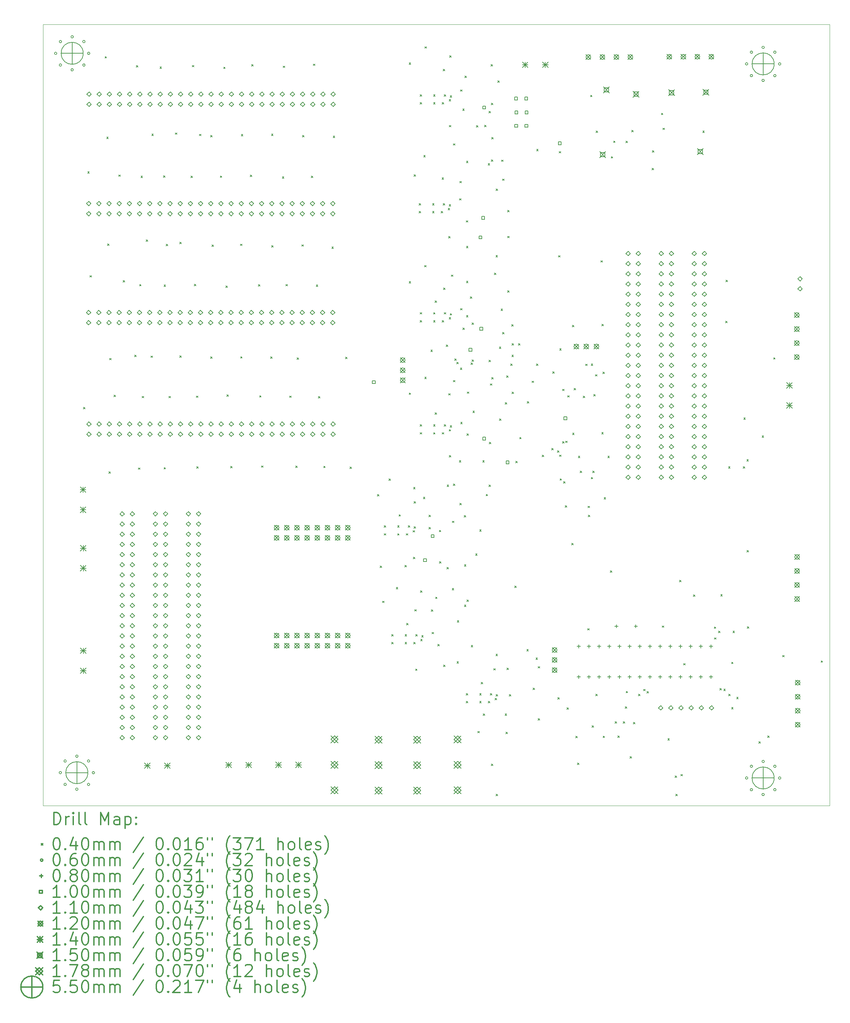
<source format=gbr>
%FSLAX45Y45*%
G04 Gerber Fmt 4.5, Leading zero omitted, Abs format (unit mm)*
G04 Created by KiCad (PCBNEW 4.0.4-stable) date 08/04/17 01:11:37*
%MOMM*%
%LPD*%
G01*
G04 APERTURE LIST*
%ADD10C,0.127000*%
%ADD11C,0.100000*%
%ADD12C,0.200000*%
%ADD13C,0.300000*%
G04 APERTURE END LIST*
D10*
D11*
X1772920Y-21031200D02*
X1772920Y-1526540D01*
X21417280Y-21031200D02*
X1772920Y-21031200D01*
X21417280Y-1524000D02*
X21417280Y-21031200D01*
X1772920Y-1524000D02*
X21417280Y-1524000D01*
D12*
X2784160Y-11082340D02*
X2824160Y-11122340D01*
X2824160Y-11082340D02*
X2784160Y-11122340D01*
X2888300Y-5202240D02*
X2928300Y-5242240D01*
X2928300Y-5202240D02*
X2888300Y-5242240D01*
X2941640Y-7795580D02*
X2981640Y-7835580D01*
X2981640Y-7795580D02*
X2941640Y-7835580D01*
X3320100Y-2324420D02*
X3360100Y-2364420D01*
X3360100Y-2324420D02*
X3320100Y-2364420D01*
X3360740Y-4333560D02*
X3400740Y-4373560D01*
X3400740Y-4333560D02*
X3360740Y-4373560D01*
X3383600Y-7005640D02*
X3423600Y-7045640D01*
X3423600Y-7005640D02*
X3383600Y-7045640D01*
X3414080Y-12690160D02*
X3454080Y-12730160D01*
X3454080Y-12690160D02*
X3414080Y-12730160D01*
X3431860Y-9860600D02*
X3471860Y-9900600D01*
X3471860Y-9860600D02*
X3431860Y-9900600D01*
X3542350Y-10777540D02*
X3582350Y-10817540D01*
X3582350Y-10777540D02*
X3542350Y-10817540D01*
X3660460Y-5279710D02*
X3700460Y-5319710D01*
X3700460Y-5279710D02*
X3660460Y-5319710D01*
X3774760Y-7916230D02*
X3814760Y-7956230D01*
X3814760Y-7916230D02*
X3774760Y-7956230D01*
X4060510Y-9783130D02*
X4100510Y-9823130D01*
X4100510Y-9783130D02*
X4060510Y-9823130D01*
X4103690Y-2550480D02*
X4143690Y-2590480D01*
X4143690Y-2550480D02*
X4103690Y-2590480D01*
X4151950Y-12594910D02*
X4191950Y-12634910D01*
X4191950Y-12594910D02*
X4151950Y-12634910D01*
X4182430Y-8015290D02*
X4222430Y-8055290D01*
X4222430Y-8015290D02*
X4182430Y-8055290D01*
X4216720Y-5310190D02*
X4256720Y-5350190D01*
X4256720Y-5310190D02*
X4216720Y-5350190D01*
X4247200Y-10808020D02*
X4287200Y-10848020D01*
X4287200Y-10808020D02*
X4247200Y-10848020D01*
X4350070Y-6898960D02*
X4390070Y-6938960D01*
X4390070Y-6898960D02*
X4350070Y-6938960D01*
X4464370Y-9802180D02*
X4504370Y-9842180D01*
X4504370Y-9802180D02*
X4464370Y-9842180D01*
X4487230Y-4259900D02*
X4527230Y-4299900D01*
X4527230Y-4259900D02*
X4487230Y-4299900D01*
X4690430Y-2580960D02*
X4730430Y-2620960D01*
X4730430Y-2580960D02*
X4690430Y-2620960D01*
X4776790Y-5298760D02*
X4816790Y-5338760D01*
X4816790Y-5298760D02*
X4776790Y-5338760D01*
X4792030Y-8026720D02*
X4832030Y-8066720D01*
X4832030Y-8026720D02*
X4792030Y-8066720D01*
X4792030Y-12587290D02*
X4832030Y-12627290D01*
X4832030Y-12587290D02*
X4792030Y-12627290D01*
X4845370Y-7009450D02*
X4885370Y-7049450D01*
X4885370Y-7009450D02*
X4845370Y-7049450D01*
X4917760Y-10808020D02*
X4957760Y-10848020D01*
X4957760Y-10808020D02*
X4917760Y-10848020D01*
X5076510Y-4229420D02*
X5116510Y-4269420D01*
X5116510Y-4229420D02*
X5076510Y-4269420D01*
X5184460Y-6963730D02*
X5224460Y-7003730D01*
X5224460Y-6963730D02*
X5184460Y-7003730D01*
X5184460Y-9798370D02*
X5224460Y-9838370D01*
X5224460Y-9798370D02*
X5184460Y-9838370D01*
X5466400Y-5310190D02*
X5506400Y-5350190D01*
X5506400Y-5310190D02*
X5466400Y-5350190D01*
X5498150Y-2545400D02*
X5538150Y-2585400D01*
X5538150Y-2545400D02*
X5498150Y-2585400D01*
X5550220Y-8011480D02*
X5590220Y-8051480D01*
X5590220Y-8011480D02*
X5550220Y-8051480D01*
X5599750Y-10800400D02*
X5639750Y-10840400D01*
X5639750Y-10800400D02*
X5599750Y-10840400D01*
X5607370Y-12568240D02*
X5647370Y-12608240D01*
X5647370Y-12568240D02*
X5607370Y-12608240D01*
X5679760Y-4263710D02*
X5719760Y-4303710D01*
X5719760Y-4263710D02*
X5679760Y-4303710D01*
X5954080Y-9821230D02*
X5994080Y-9861230D01*
X5994080Y-9821230D02*
X5954080Y-9861230D01*
X5956620Y-4294190D02*
X5996620Y-4334190D01*
X5996620Y-4294190D02*
X5956620Y-4334190D01*
X5989640Y-7025960D02*
X6029640Y-7065960D01*
X6029640Y-7025960D02*
X5989640Y-7065960D01*
X6197920Y-5306380D02*
X6237920Y-5346380D01*
X6237920Y-5306380D02*
X6197920Y-5346380D01*
X6283010Y-2587310D02*
X6323010Y-2627310D01*
X6323010Y-2587310D02*
X6283010Y-2627310D01*
X6335080Y-8053390D02*
X6375080Y-8093390D01*
X6375080Y-8053390D02*
X6335080Y-8093390D01*
X6361750Y-10773730D02*
X6401750Y-10813730D01*
X6401750Y-10773730D02*
X6361750Y-10813730D01*
X6457000Y-12556810D02*
X6497000Y-12596810D01*
X6497000Y-12556810D02*
X6457000Y-12596810D01*
X6699570Y-7006910D02*
X6739570Y-7046910D01*
X6739570Y-7006910D02*
X6699570Y-7046910D01*
X6704650Y-9817420D02*
X6744650Y-9857420D01*
X6744650Y-9817420D02*
X6704650Y-9857420D01*
X6722430Y-4266250D02*
X6762430Y-4306250D01*
X6762430Y-4266250D02*
X6722430Y-4306250D01*
X6948490Y-5283520D02*
X6988490Y-5323520D01*
X6988490Y-5283520D02*
X6948490Y-5323520D01*
X6981510Y-2522540D02*
X7021510Y-2562540D01*
X7021510Y-2522540D02*
X6981510Y-2562540D01*
X7151690Y-8017830D02*
X7191690Y-8057830D01*
X7191690Y-8017830D02*
X7151690Y-8057830D01*
X7180900Y-10792780D02*
X7220900Y-10832780D01*
X7220900Y-10792780D02*
X7180900Y-10832780D01*
X7226620Y-12545380D02*
X7266620Y-12585380D01*
X7266620Y-12545380D02*
X7226620Y-12585380D01*
X7456490Y-9823770D02*
X7496490Y-9863770D01*
X7496490Y-9823770D02*
X7456490Y-9863770D01*
X7476810Y-4257360D02*
X7516810Y-4297360D01*
X7516810Y-4257360D02*
X7476810Y-4297360D01*
X7481890Y-7043740D02*
X7521890Y-7083740D01*
X7521890Y-7043740D02*
X7481890Y-7083740D01*
X7747320Y-5327970D02*
X7787320Y-5367970D01*
X7787320Y-5327970D02*
X7747320Y-5367970D01*
X7766370Y-2561910D02*
X7806370Y-2601910D01*
X7806370Y-2561910D02*
X7766370Y-2601910D01*
X7833680Y-8015290D02*
X7873680Y-8055290D01*
X7873680Y-8015290D02*
X7833680Y-8055290D01*
X7927660Y-10800400D02*
X7967660Y-10840400D01*
X7967660Y-10800400D02*
X7927660Y-10840400D01*
X8080060Y-12550460D02*
X8120060Y-12590460D01*
X8120060Y-12550460D02*
X8080060Y-12590460D01*
X8115620Y-9845360D02*
X8155620Y-9885360D01*
X8155620Y-9845360D02*
X8115620Y-9885360D01*
X8236270Y-7024690D02*
X8276270Y-7064690D01*
X8276270Y-7024690D02*
X8236270Y-7064690D01*
X8252780Y-4296730D02*
X8292780Y-4336730D01*
X8292780Y-4296730D02*
X8252780Y-4336730D01*
X8473760Y-5311460D02*
X8513760Y-5351460D01*
X8513760Y-5311460D02*
X8473760Y-5351460D01*
X8520750Y-2511110D02*
X8560750Y-2551110D01*
X8560750Y-2511110D02*
X8520750Y-2551110D01*
X8594410Y-8026720D02*
X8634410Y-8066720D01*
X8634410Y-8026720D02*
X8594410Y-8066720D01*
X8647750Y-10815640D02*
X8687750Y-10855640D01*
X8687750Y-10815640D02*
X8647750Y-10855640D01*
X8781100Y-12553000D02*
X8821100Y-12593000D01*
X8821100Y-12553000D02*
X8781100Y-12593000D01*
X8983030Y-7081840D02*
X9023030Y-7121840D01*
X9023030Y-7081840D02*
X8983030Y-7121840D01*
X9016050Y-4308160D02*
X9056050Y-4348160D01*
X9056050Y-4308160D02*
X9016050Y-4348160D01*
X9323390Y-9828850D02*
X9363390Y-9868850D01*
X9363390Y-9828850D02*
X9323390Y-9868850D01*
X9435150Y-12575860D02*
X9475150Y-12615860D01*
X9475150Y-12575860D02*
X9435150Y-12615860D01*
X10119680Y-13259120D02*
X10159680Y-13299120D01*
X10159680Y-13259120D02*
X10119680Y-13299120D01*
X10190800Y-15047280D02*
X10230800Y-15087280D01*
X10230800Y-15047280D02*
X10190800Y-15087280D01*
X10249220Y-15923580D02*
X10289220Y-15963580D01*
X10289220Y-15923580D02*
X10249220Y-15963580D01*
X10289606Y-14041186D02*
X10329606Y-14081186D01*
X10329606Y-14041186D02*
X10289606Y-14081186D01*
X10289606Y-14238036D02*
X10329606Y-14278036D01*
X10329606Y-14238036D02*
X10289606Y-14278036D01*
X10409240Y-12867960D02*
X10449240Y-12907960D01*
X10449240Y-12867960D02*
X10409240Y-12907960D01*
X10476550Y-16756446D02*
X10516550Y-16796446D01*
X10516550Y-16756446D02*
X10476550Y-16796446D01*
X10476550Y-16953296D02*
X10516550Y-16993296D01*
X10516550Y-16953296D02*
X10476550Y-16993296D01*
X10592120Y-15578140D02*
X10632120Y-15618140D01*
X10632120Y-15578140D02*
X10592120Y-15618140D01*
X10626156Y-14041186D02*
X10666156Y-14081186D01*
X10666156Y-14041186D02*
X10626156Y-14081186D01*
X10626156Y-14238036D02*
X10666156Y-14278036D01*
X10666156Y-14238036D02*
X10626156Y-14278036D01*
X10660700Y-13764580D02*
X10700700Y-13804580D01*
X10700700Y-13764580D02*
X10660700Y-13804580D01*
X10805480Y-15032040D02*
X10845480Y-15072040D01*
X10845480Y-15032040D02*
X10805480Y-15072040D01*
X10813100Y-16756446D02*
X10853100Y-16796446D01*
X10853100Y-16756446D02*
X10813100Y-16796446D01*
X10813100Y-16953296D02*
X10853100Y-16993296D01*
X10853100Y-16953296D02*
X10813100Y-16993296D01*
X10842056Y-14238036D02*
X10882056Y-14278036D01*
X10882056Y-14238036D02*
X10842056Y-14278036D01*
X10848660Y-16479840D02*
X10888660Y-16519840D01*
X10888660Y-16479840D02*
X10848660Y-16519840D01*
X10892856Y-14041186D02*
X10932856Y-14081186D01*
X10932856Y-14041186D02*
X10892856Y-14081186D01*
X10914700Y-2481900D02*
X10954700Y-2521900D01*
X10954700Y-2481900D02*
X10914700Y-2521900D01*
X10914700Y-7942900D02*
X10954700Y-7982900D01*
X10954700Y-7942900D02*
X10914700Y-7982900D01*
X10914700Y-10724200D02*
X10954700Y-10764200D01*
X10954700Y-10724200D02*
X10914700Y-10764200D01*
X11013506Y-14161836D02*
X11053506Y-14201836D01*
X11053506Y-14161836D02*
X11013506Y-14201836D01*
X11021888Y-14826808D02*
X11061888Y-14866808D01*
X11061888Y-14826808D02*
X11021888Y-14866808D01*
X11023920Y-13083860D02*
X11063920Y-13123860D01*
X11063920Y-13083860D02*
X11023920Y-13123860D01*
X11029000Y-16953296D02*
X11069000Y-16993296D01*
X11069000Y-16953296D02*
X11029000Y-16993296D01*
X11034080Y-13436920D02*
X11074080Y-13476920D01*
X11074080Y-13436920D02*
X11034080Y-13476920D01*
X11036620Y-5273360D02*
X11076620Y-5313360D01*
X11076620Y-5273360D02*
X11036620Y-5313360D01*
X11038906Y-14066586D02*
X11078906Y-14106586D01*
X11078906Y-14066586D02*
X11038906Y-14106586D01*
X11051860Y-16134400D02*
X11091860Y-16174400D01*
X11091860Y-16134400D02*
X11051860Y-16174400D01*
X11074720Y-17615220D02*
X11114720Y-17655220D01*
X11114720Y-17615220D02*
X11074720Y-17655220D01*
X11079800Y-16756446D02*
X11119800Y-16796446D01*
X11119800Y-16756446D02*
X11079800Y-16796446D01*
X11162350Y-5993450D02*
X11202350Y-6033450D01*
X11202350Y-5993450D02*
X11162350Y-6033450D01*
X11162350Y-6190300D02*
X11202350Y-6230300D01*
X11202350Y-6190300D02*
X11162350Y-6230300D01*
X11187750Y-3275650D02*
X11227750Y-3315650D01*
X11227750Y-3275650D02*
X11187750Y-3315650D01*
X11187750Y-3472500D02*
X11227750Y-3512500D01*
X11227750Y-3472500D02*
X11187750Y-3512500D01*
X11187750Y-8718870D02*
X11227750Y-8758870D01*
X11227750Y-8718870D02*
X11187750Y-8758870D01*
X11187750Y-8915720D02*
X11227750Y-8955720D01*
X11227750Y-8915720D02*
X11187750Y-8955720D01*
X11187750Y-11517950D02*
X11227750Y-11557950D01*
X11227750Y-11517950D02*
X11187750Y-11557950D01*
X11187750Y-11714800D02*
X11227750Y-11754800D01*
X11227750Y-11714800D02*
X11187750Y-11754800D01*
X11196640Y-15667040D02*
X11236640Y-15707040D01*
X11236640Y-15667040D02*
X11196640Y-15707040D01*
X11200450Y-16877096D02*
X11240450Y-16917096D01*
X11240450Y-16877096D02*
X11200450Y-16917096D01*
X11225850Y-16781846D02*
X11265850Y-16821846D01*
X11265850Y-16781846D02*
X11225850Y-16821846D01*
X11270300Y-13327700D02*
X11310300Y-13367700D01*
X11310300Y-13327700D02*
X11270300Y-13367700D01*
X11277920Y-4793300D02*
X11317920Y-4833300D01*
X11317920Y-4793300D02*
X11277920Y-4833300D01*
X11300780Y-7541580D02*
X11340780Y-7581580D01*
X11340780Y-7541580D02*
X11300780Y-7581580D01*
X11303320Y-10333040D02*
X11343320Y-10373040D01*
X11343320Y-10333040D02*
X11303320Y-10373040D01*
X11305860Y-2080580D02*
X11345860Y-2120580D01*
X11345860Y-2080580D02*
X11305860Y-2120580D01*
X11410000Y-13774740D02*
X11450000Y-13814740D01*
X11450000Y-13774740D02*
X11410000Y-13814740D01*
X11410000Y-14079540D02*
X11450000Y-14119540D01*
X11450000Y-14079540D02*
X11410000Y-14119540D01*
X11455720Y-9652320D02*
X11495720Y-9692320D01*
X11495720Y-9652320D02*
X11455720Y-9692320D01*
X11465880Y-16139480D02*
X11505880Y-16179480D01*
X11505880Y-16139480D02*
X11465880Y-16179480D01*
X11483660Y-16700820D02*
X11523660Y-16740820D01*
X11523660Y-16700820D02*
X11483660Y-16740820D01*
X11498900Y-5993450D02*
X11538900Y-6033450D01*
X11538900Y-5993450D02*
X11498900Y-6033450D01*
X11498900Y-6190300D02*
X11538900Y-6230300D01*
X11538900Y-6190300D02*
X11498900Y-6230300D01*
X11524300Y-3275650D02*
X11564300Y-3315650D01*
X11564300Y-3275650D02*
X11524300Y-3315650D01*
X11524300Y-3472500D02*
X11564300Y-3512500D01*
X11564300Y-3472500D02*
X11524300Y-3512500D01*
X11524300Y-8718870D02*
X11564300Y-8758870D01*
X11564300Y-8718870D02*
X11524300Y-8758870D01*
X11524300Y-8915720D02*
X11564300Y-8955720D01*
X11564300Y-8915720D02*
X11524300Y-8955720D01*
X11524300Y-11517950D02*
X11564300Y-11557950D01*
X11564300Y-11517950D02*
X11524300Y-11557950D01*
X11524300Y-11714800D02*
X11564300Y-11754800D01*
X11564300Y-11714800D02*
X11524300Y-11754800D01*
X11559860Y-8422960D02*
X11599860Y-8462960D01*
X11599860Y-8422960D02*
X11559860Y-8462960D01*
X11562400Y-11219500D02*
X11602400Y-11259500D01*
X11602400Y-11219500D02*
X11562400Y-11259500D01*
X11575100Y-15821980D02*
X11615100Y-15861980D01*
X11615100Y-15821980D02*
X11575100Y-15861980D01*
X11628440Y-17000540D02*
X11668440Y-17040540D01*
X11668440Y-17000540D02*
X11628440Y-17040540D01*
X11666540Y-14153200D02*
X11706540Y-14193200D01*
X11706540Y-14153200D02*
X11666540Y-14193200D01*
X11674160Y-14935520D02*
X11714160Y-14975520D01*
X11714160Y-14935520D02*
X11674160Y-14975520D01*
X11714800Y-6190300D02*
X11754800Y-6230300D01*
X11754800Y-6190300D02*
X11714800Y-6230300D01*
X11735120Y-5354640D02*
X11775120Y-5394640D01*
X11775120Y-5354640D02*
X11735120Y-5394640D01*
X11740200Y-3472500D02*
X11780200Y-3512500D01*
X11780200Y-3472500D02*
X11740200Y-3512500D01*
X11740200Y-8915720D02*
X11780200Y-8955720D01*
X11780200Y-8915720D02*
X11740200Y-8955720D01*
X11740200Y-11714800D02*
X11780200Y-11754800D01*
X11780200Y-11714800D02*
X11740200Y-11754800D01*
X11765600Y-2641920D02*
X11805600Y-2681920D01*
X11805600Y-2641920D02*
X11765600Y-2681920D01*
X11765600Y-5993450D02*
X11805600Y-6033450D01*
X11805600Y-5993450D02*
X11765600Y-6033450D01*
X11771950Y-17518700D02*
X11811950Y-17558700D01*
X11811950Y-17518700D02*
X11771950Y-17558700D01*
X11775760Y-8102920D02*
X11815760Y-8142920D01*
X11815760Y-8102920D02*
X11775760Y-8142920D01*
X11791000Y-3275650D02*
X11831000Y-3315650D01*
X11831000Y-3275650D02*
X11791000Y-3315650D01*
X11791000Y-8718870D02*
X11831000Y-8758870D01*
X11831000Y-8718870D02*
X11791000Y-8758870D01*
X11791000Y-11517950D02*
X11831000Y-11557950D01*
X11831000Y-11517950D02*
X11791000Y-11557950D01*
X11841800Y-9527860D02*
X11881800Y-9567860D01*
X11881800Y-9527860D02*
X11841800Y-9567860D01*
X11857040Y-15082840D02*
X11897040Y-15122840D01*
X11897040Y-15082840D02*
X11857040Y-15122840D01*
X11862120Y-13025440D02*
X11902120Y-13065440D01*
X11902120Y-13025440D02*
X11862120Y-13065440D01*
X11886250Y-6114100D02*
X11926250Y-6154100D01*
X11926250Y-6114100D02*
X11886250Y-6154100D01*
X11897680Y-10741980D02*
X11937680Y-10781980D01*
X11937680Y-10741980D02*
X11897680Y-10781980D01*
X11902760Y-6815140D02*
X11942760Y-6855140D01*
X11942760Y-6815140D02*
X11902760Y-6855140D01*
X11911650Y-3396300D02*
X11951650Y-3436300D01*
X11951650Y-3396300D02*
X11911650Y-3436300D01*
X11911650Y-6018850D02*
X11951650Y-6058850D01*
X11951650Y-6018850D02*
X11911650Y-6058850D01*
X11911650Y-8839520D02*
X11951650Y-8879520D01*
X11951650Y-8839520D02*
X11911650Y-8879520D01*
X11911650Y-11638600D02*
X11951650Y-11678600D01*
X11951650Y-11638600D02*
X11911650Y-11678600D01*
X11918000Y-4044000D02*
X11958000Y-4084000D01*
X11958000Y-4044000D02*
X11918000Y-4084000D01*
X11918000Y-12286300D02*
X11958000Y-12326300D01*
X11958000Y-12286300D02*
X11918000Y-12326300D01*
X11928160Y-2301560D02*
X11968160Y-2341560D01*
X11968160Y-2301560D02*
X11928160Y-2341560D01*
X11937050Y-3301050D02*
X11977050Y-3341050D01*
X11977050Y-3301050D02*
X11937050Y-3341050D01*
X11937050Y-8744270D02*
X11977050Y-8784270D01*
X11977050Y-8744270D02*
X11937050Y-8784270D01*
X11937050Y-11543350D02*
X11977050Y-11583350D01*
X11977050Y-11543350D02*
X11937050Y-11583350D01*
X11968800Y-7777800D02*
X12008800Y-7817800D01*
X12008800Y-7777800D02*
X11968800Y-7817800D01*
X11989120Y-15606080D02*
X12029120Y-15646080D01*
X12029120Y-15606080D02*
X11989120Y-15646080D01*
X11994200Y-13924600D02*
X12034200Y-13964600D01*
X12034200Y-13924600D02*
X11994200Y-13964600D01*
X12017060Y-4501200D02*
X12057060Y-4541200D01*
X12057060Y-4501200D02*
X12017060Y-4541200D01*
X12019600Y-10411780D02*
X12059600Y-10451780D01*
X12059600Y-10411780D02*
X12019600Y-10451780D01*
X12019600Y-12997500D02*
X12059600Y-13037500D01*
X12059600Y-12997500D02*
X12019600Y-13037500D01*
X12050080Y-9870760D02*
X12090080Y-9910760D01*
X12090080Y-9870760D02*
X12050080Y-9910760D01*
X12103420Y-9959660D02*
X12143420Y-9999660D01*
X12143420Y-9959660D02*
X12103420Y-9999660D01*
X12108500Y-17434880D02*
X12148500Y-17474880D01*
X12148500Y-17434880D02*
X12108500Y-17474880D01*
X12116120Y-16411260D02*
X12156120Y-16451260D01*
X12156120Y-16411260D02*
X12116120Y-16451260D01*
X12166920Y-12415840D02*
X12206920Y-12455840D01*
X12206920Y-12415840D02*
X12166920Y-12455840D01*
X12172000Y-5872800D02*
X12212000Y-5912800D01*
X12212000Y-5872800D02*
X12172000Y-5912800D01*
X12177080Y-13482640D02*
X12217080Y-13522640D01*
X12217080Y-13482640D02*
X12177080Y-13522640D01*
X12182160Y-5441000D02*
X12222160Y-5481000D01*
X12222160Y-5441000D02*
X12182160Y-5481000D01*
X12192320Y-10099360D02*
X12232320Y-10139360D01*
X12232320Y-10099360D02*
X12192320Y-10139360D01*
X12197400Y-3155000D02*
X12237400Y-3195000D01*
X12237400Y-3155000D02*
X12197400Y-3195000D01*
X12197400Y-8616000D02*
X12237400Y-8656000D01*
X12237400Y-8616000D02*
X12197400Y-8656000D01*
X12199940Y-11458260D02*
X12239940Y-11498260D01*
X12239940Y-11458260D02*
X12199940Y-11498260D01*
X12250740Y-3635060D02*
X12290740Y-3675060D01*
X12290740Y-3635060D02*
X12250740Y-3675060D01*
X12258360Y-9103680D02*
X12298360Y-9143680D01*
X12298360Y-9103680D02*
X12258360Y-9143680D01*
X12288840Y-13787440D02*
X12328840Y-13827440D01*
X12328840Y-13787440D02*
X12288840Y-13827440D01*
X12293920Y-15011720D02*
X12333920Y-15051720D01*
X12333920Y-15011720D02*
X12293920Y-15051720D01*
X12293920Y-16017560D02*
X12333920Y-16057560D01*
X12333920Y-16017560D02*
X12293920Y-16057560D01*
X12309160Y-2809560D02*
X12349160Y-2849560D01*
X12349160Y-2809560D02*
X12309160Y-2849560D01*
X12338370Y-18227614D02*
X12378370Y-18267614D01*
X12378370Y-18227614D02*
X12338370Y-18267614D01*
X12338370Y-18424464D02*
X12378370Y-18464464D01*
X12378370Y-18424464D02*
X12338370Y-18464464D01*
X12342180Y-6423980D02*
X12382180Y-6463980D01*
X12382180Y-6423980D02*
X12342180Y-6463980D01*
X12344720Y-4938080D02*
X12384720Y-4978080D01*
X12384720Y-4938080D02*
X12344720Y-4978080D01*
X12344720Y-7061520D02*
X12384720Y-7101520D01*
X12384720Y-7061520D02*
X12344720Y-7101520D01*
X12344720Y-7935280D02*
X12384720Y-7975280D01*
X12384720Y-7935280D02*
X12344720Y-7975280D01*
X12344720Y-8788720D02*
X12384720Y-8828720D01*
X12384720Y-8788720D02*
X12344720Y-8828720D01*
X12354880Y-15890560D02*
X12394880Y-15930560D01*
X12394880Y-15890560D02*
X12354880Y-15930560D01*
X12357420Y-11745280D02*
X12397420Y-11785280D01*
X12397420Y-11745280D02*
X12357420Y-11785280D01*
X12365040Y-10698800D02*
X12405040Y-10738800D01*
X12405040Y-10698800D02*
X12365040Y-10738800D01*
X12441240Y-8326440D02*
X12481240Y-8366440D01*
X12481240Y-8326440D02*
X12441240Y-8366440D01*
X12456480Y-9974900D02*
X12496480Y-10014900D01*
X12496480Y-9974900D02*
X12456480Y-10014900D01*
X12464100Y-17025940D02*
X12504100Y-17065940D01*
X12504100Y-17025940D02*
X12464100Y-17065940D01*
X12484420Y-8976680D02*
X12524420Y-9016680D01*
X12524420Y-8976680D02*
X12484420Y-9016680D01*
X12484420Y-9898700D02*
X12524420Y-9938700D01*
X12524420Y-9898700D02*
X12484420Y-9938700D01*
X12504740Y-11178860D02*
X12544740Y-11218860D01*
X12544740Y-11178860D02*
X12504740Y-11218860D01*
X12573320Y-14742480D02*
X12613320Y-14782480D01*
X12613320Y-14742480D02*
X12573320Y-14782480D01*
X12596180Y-4046540D02*
X12636180Y-4086540D01*
X12636180Y-4046540D02*
X12596180Y-4086540D01*
X12629200Y-19173510D02*
X12669200Y-19213510D01*
X12669200Y-19173510D02*
X12629200Y-19213510D01*
X12674920Y-14140500D02*
X12714920Y-14180500D01*
X12714920Y-14140500D02*
X12674920Y-14180500D01*
X12674920Y-18227614D02*
X12714920Y-18267614D01*
X12714920Y-18227614D02*
X12674920Y-18267614D01*
X12674920Y-18424464D02*
X12714920Y-18464464D01*
X12714920Y-18424464D02*
X12674920Y-18464464D01*
X12710480Y-17950500D02*
X12750480Y-17990500D01*
X12750480Y-17950500D02*
X12710480Y-17990500D01*
X12751120Y-12415840D02*
X12791120Y-12455840D01*
X12791120Y-12415840D02*
X12751120Y-12455840D01*
X12766360Y-18740440D02*
X12806360Y-18780440D01*
X12806360Y-18740440D02*
X12766360Y-18780440D01*
X12796840Y-4041460D02*
X12836840Y-4081460D01*
X12836840Y-4041460D02*
X12796840Y-4081460D01*
X12834940Y-13256580D02*
X12874940Y-13296580D01*
X12874940Y-13256580D02*
X12834940Y-13296580D01*
X12885740Y-4993960D02*
X12925740Y-5033960D01*
X12925740Y-4993960D02*
X12885740Y-5033960D01*
X12890820Y-18424464D02*
X12930820Y-18464464D01*
X12930820Y-18424464D02*
X12890820Y-18464464D01*
X12906060Y-13020360D02*
X12946060Y-13060360D01*
X12946060Y-13020360D02*
X12906060Y-13060360D01*
X12908600Y-3693480D02*
X12948600Y-3733480D01*
X12948600Y-3693480D02*
X12908600Y-3733480D01*
X12908600Y-9906320D02*
X12948600Y-9946320D01*
X12948600Y-9906320D02*
X12908600Y-9946320D01*
X12913680Y-11958640D02*
X12953680Y-11998640D01*
X12953680Y-11958640D02*
X12913680Y-11998640D01*
X12941620Y-18227614D02*
X12981620Y-18267614D01*
X12981620Y-18227614D02*
X12941620Y-18267614D01*
X12944160Y-10495600D02*
X12984160Y-10535600D01*
X12984160Y-10495600D02*
X12944160Y-10535600D01*
X12959400Y-2522540D02*
X12999400Y-2562540D01*
X12999400Y-2522540D02*
X12959400Y-2562540D01*
X12964480Y-3490280D02*
X13004480Y-3530280D01*
X13004480Y-3490280D02*
X12964480Y-3530280D01*
X12968290Y-19990120D02*
X13008290Y-20030120D01*
X13008290Y-19990120D02*
X12968290Y-20030120D01*
X12969560Y-4902520D02*
X13009560Y-4942520D01*
X13009560Y-4902520D02*
X12969560Y-4942520D01*
X12974640Y-4346260D02*
X13014640Y-4386260D01*
X13014640Y-4346260D02*
X12974640Y-4386260D01*
X12977180Y-10338120D02*
X13017180Y-10378120D01*
X13017180Y-10338120D02*
X12977180Y-10378120D01*
X13025440Y-17607600D02*
X13065440Y-17647600D01*
X13065440Y-17607600D02*
X13025440Y-17647600D01*
X13045760Y-7732080D02*
X13085760Y-7772080D01*
X13085760Y-7732080D02*
X13045760Y-7772080D01*
X13062270Y-18348264D02*
X13102270Y-18388264D01*
X13102270Y-18348264D02*
X13062270Y-18388264D01*
X13081320Y-7292660D02*
X13121320Y-7332660D01*
X13121320Y-7292660D02*
X13081320Y-7332660D01*
X13081320Y-17246920D02*
X13121320Y-17286920D01*
X13121320Y-17246920D02*
X13081320Y-17286920D01*
X13086400Y-5628960D02*
X13126400Y-5668960D01*
X13126400Y-5628960D02*
X13086400Y-5668960D01*
X13086400Y-20747040D02*
X13126400Y-20787040D01*
X13126400Y-20747040D02*
X13086400Y-20787040D01*
X13087670Y-18253014D02*
X13127670Y-18293014D01*
X13127670Y-18253014D02*
X13087670Y-18293014D01*
X13127040Y-2931480D02*
X13167040Y-2971480D01*
X13167040Y-2931480D02*
X13127040Y-2971480D01*
X13165140Y-9578660D02*
X13205140Y-9618660D01*
X13205140Y-9578660D02*
X13165140Y-9618660D01*
X13170220Y-11374440D02*
X13210220Y-11414440D01*
X13210220Y-11374440D02*
X13170220Y-11414440D01*
X13208320Y-8626160D02*
X13248320Y-8666160D01*
X13248320Y-8626160D02*
X13208320Y-8666160D01*
X13221020Y-4907600D02*
X13261020Y-4947600D01*
X13261020Y-4907600D02*
X13221020Y-4947600D01*
X13246420Y-9210360D02*
X13286420Y-9250360D01*
X13286420Y-9210360D02*
X13246420Y-9250360D01*
X13248960Y-5382580D02*
X13288960Y-5422580D01*
X13288960Y-5382580D02*
X13248960Y-5422580D01*
X13309920Y-18740440D02*
X13349920Y-18780440D01*
X13349920Y-18740440D02*
X13309920Y-18780440D01*
X13312460Y-10962960D02*
X13352460Y-11002960D01*
X13352460Y-10962960D02*
X13312460Y-11002960D01*
X13331510Y-19195100D02*
X13371510Y-19235100D01*
X13371510Y-19195100D02*
X13331510Y-19235100D01*
X13350560Y-10297480D02*
X13390560Y-10337480D01*
X13390560Y-10297480D02*
X13350560Y-10337480D01*
X13355640Y-17597440D02*
X13395640Y-17637440D01*
X13395640Y-17597440D02*
X13355640Y-17637440D01*
X13370880Y-6162360D02*
X13410880Y-6202360D01*
X13410880Y-6162360D02*
X13370880Y-6202360D01*
X13370880Y-8168960D02*
X13410880Y-8208960D01*
X13410880Y-8168960D02*
X13370880Y-8208960D01*
X13375960Y-6812600D02*
X13415960Y-6852600D01*
X13415960Y-6812600D02*
X13375960Y-6852600D01*
X13416600Y-18252760D02*
X13456600Y-18292760D01*
X13456600Y-18252760D02*
X13416600Y-18292760D01*
X13452160Y-10002840D02*
X13492160Y-10042840D01*
X13492160Y-10002840D02*
X13452160Y-10042840D01*
X13477560Y-9017320D02*
X13517560Y-9057320D01*
X13517560Y-9017320D02*
X13477560Y-9057320D01*
X13480100Y-9779320D02*
X13520100Y-9819320D01*
X13520100Y-9779320D02*
X13480100Y-9819320D01*
X13482640Y-9489760D02*
X13522640Y-9529760D01*
X13522640Y-9489760D02*
X13482640Y-9529760D01*
X13482640Y-10703880D02*
X13522640Y-10743880D01*
X13522640Y-10703880D02*
X13482640Y-10743880D01*
X13551220Y-15545120D02*
X13591220Y-15585120D01*
X13591220Y-15545120D02*
X13551220Y-15585120D01*
X13579160Y-12428540D02*
X13619160Y-12468540D01*
X13619160Y-12428540D02*
X13579160Y-12468540D01*
X13642660Y-9492300D02*
X13682660Y-9532300D01*
X13682660Y-9492300D02*
X13642660Y-9532300D01*
X13673140Y-11834180D02*
X13713140Y-11874180D01*
X13713140Y-11834180D02*
X13673140Y-11874180D01*
X13850940Y-17130080D02*
X13890940Y-17170080D01*
X13890940Y-17130080D02*
X13850940Y-17170080D01*
X13863640Y-10942640D02*
X13903640Y-10982640D01*
X13903640Y-10942640D02*
X13863640Y-10982640D01*
X13985560Y-10427020D02*
X14025560Y-10467020D01*
X14025560Y-10427020D02*
X13985560Y-10467020D01*
X14010960Y-18092740D02*
X14050960Y-18132740D01*
X14050960Y-18092740D02*
X14010960Y-18132740D01*
X14079540Y-17338360D02*
X14119540Y-17378360D01*
X14119540Y-17338360D02*
X14079540Y-17378360D01*
X14092240Y-10000300D02*
X14132240Y-10040300D01*
X14132240Y-10000300D02*
X14092240Y-10040300D01*
X14097320Y-4638360D02*
X14137320Y-4678360D01*
X14137320Y-4638360D02*
X14097320Y-4678360D01*
X14132880Y-17556800D02*
X14172880Y-17596800D01*
X14172880Y-17556800D02*
X14132880Y-17596800D01*
X14137960Y-18857280D02*
X14177960Y-18897280D01*
X14177960Y-18857280D02*
X14137960Y-18897280D01*
X14239560Y-12276140D02*
X14279560Y-12316140D01*
X14279560Y-12276140D02*
X14239560Y-12316140D01*
X14473240Y-12111040D02*
X14513240Y-12151040D01*
X14513240Y-12111040D02*
X14473240Y-12151040D01*
X14498640Y-10195880D02*
X14538640Y-10235880D01*
X14538640Y-10195880D02*
X14498640Y-10235880D01*
X14615480Y-12166920D02*
X14655480Y-12206920D01*
X14655480Y-12166920D02*
X14615480Y-12206920D01*
X14628180Y-18334040D02*
X14668180Y-18374040D01*
X14668180Y-18334040D02*
X14628180Y-18374040D01*
X14645960Y-7295200D02*
X14685960Y-7335200D01*
X14685960Y-7295200D02*
X14645960Y-7335200D01*
X14658660Y-4696780D02*
X14698660Y-4736780D01*
X14698660Y-4696780D02*
X14658660Y-4736780D01*
X14666280Y-12273600D02*
X14706280Y-12313600D01*
X14706280Y-12273600D02*
X14666280Y-12313600D01*
X14673900Y-9621840D02*
X14713900Y-9661840D01*
X14713900Y-9621840D02*
X14673900Y-9661840D01*
X14681520Y-12865420D02*
X14721520Y-12905420D01*
X14721520Y-12865420D02*
X14681520Y-12905420D01*
X14742480Y-11940860D02*
X14782480Y-11980860D01*
X14782480Y-11940860D02*
X14742480Y-11980860D01*
X14747560Y-10630220D02*
X14787560Y-10670220D01*
X14787560Y-10630220D02*
X14747560Y-10670220D01*
X14770420Y-12939080D02*
X14810420Y-12979080D01*
X14810420Y-12939080D02*
X14770420Y-12979080D01*
X14811060Y-13538520D02*
X14851060Y-13578520D01*
X14851060Y-13538520D02*
X14811060Y-13578520D01*
X14823760Y-11925620D02*
X14863760Y-11965620D01*
X14863760Y-11925620D02*
X14823760Y-11965620D01*
X14854240Y-18588040D02*
X14894240Y-18628040D01*
X14894240Y-18588040D02*
X14854240Y-18628040D01*
X14874560Y-10792780D02*
X14914560Y-10832780D01*
X14914560Y-10792780D02*
X14874560Y-10832780D01*
X14976160Y-14480860D02*
X15016160Y-14520860D01*
X15016160Y-14480860D02*
X14976160Y-14520860D01*
X14991400Y-9032560D02*
X15031400Y-9072560D01*
X15031400Y-9032560D02*
X14991400Y-9072560D01*
X14993940Y-11727500D02*
X15033940Y-11767500D01*
X15033940Y-11727500D02*
X14993940Y-11767500D01*
X15032040Y-10609900D02*
X15072040Y-10649900D01*
X15072040Y-10609900D02*
X15032040Y-10649900D01*
X15077760Y-19299240D02*
X15117760Y-19339240D01*
X15117760Y-19299240D02*
X15077760Y-19339240D01*
X15114590Y-19967260D02*
X15154590Y-20007260D01*
X15154590Y-19967260D02*
X15114590Y-20007260D01*
X15138720Y-12304080D02*
X15178720Y-12344080D01*
X15178720Y-12304080D02*
X15138720Y-12344080D01*
X15184440Y-12677460D02*
X15224440Y-12717460D01*
X15224440Y-12677460D02*
X15184440Y-12717460D01*
X15263180Y-10802940D02*
X15303180Y-10842940D01*
X15303180Y-10802940D02*
X15263180Y-10842940D01*
X15319060Y-10005380D02*
X15359060Y-10045380D01*
X15359060Y-10005380D02*
X15319060Y-10045380D01*
X15369860Y-16609380D02*
X15409860Y-16649380D01*
X15409860Y-16609380D02*
X15369860Y-16649380D01*
X15377480Y-13551220D02*
X15417480Y-13591220D01*
X15417480Y-13551220D02*
X15377480Y-13591220D01*
X15390180Y-13777280D02*
X15430180Y-13817280D01*
X15430180Y-13777280D02*
X15390180Y-13817280D01*
X15443520Y-3289620D02*
X15483520Y-3329620D01*
X15483520Y-3289620D02*
X15443520Y-3329620D01*
X15461300Y-9997760D02*
X15501300Y-10037760D01*
X15501300Y-9997760D02*
X15461300Y-10037760D01*
X15461300Y-12832400D02*
X15501300Y-12872400D01*
X15501300Y-12832400D02*
X15461300Y-12872400D01*
X15479080Y-19035080D02*
X15519080Y-19075080D01*
X15519080Y-19035080D02*
X15479080Y-19075080D01*
X15496860Y-12677460D02*
X15536860Y-12717460D01*
X15536860Y-12677460D02*
X15496860Y-12717460D01*
X15524800Y-10762300D02*
X15564800Y-10802300D01*
X15564800Y-10762300D02*
X15524800Y-10802300D01*
X15567980Y-10267000D02*
X15607980Y-10307000D01*
X15607980Y-10267000D02*
X15567980Y-10307000D01*
X15575600Y-18247680D02*
X15615600Y-18287680D01*
X15615600Y-18247680D02*
X15575600Y-18287680D01*
X15583220Y-4181160D02*
X15623220Y-4221160D01*
X15623220Y-4181160D02*
X15583220Y-4221160D01*
X15702600Y-7422200D02*
X15742600Y-7462200D01*
X15742600Y-7422200D02*
X15702600Y-7462200D01*
X15722920Y-11709720D02*
X15762920Y-11749720D01*
X15762920Y-11709720D02*
X15722920Y-11749720D01*
X15728000Y-9009700D02*
X15768000Y-9049700D01*
X15768000Y-9009700D02*
X15728000Y-9049700D01*
X15750860Y-10200960D02*
X15790860Y-10240960D01*
X15790860Y-10200960D02*
X15750860Y-10240960D01*
X15755940Y-19291620D02*
X15795940Y-19331620D01*
X15795940Y-19291620D02*
X15755940Y-19331620D01*
X15781340Y-13335320D02*
X15821340Y-13375320D01*
X15821340Y-13335320D02*
X15781340Y-13375320D01*
X15875320Y-12304080D02*
X15915320Y-12344080D01*
X15915320Y-12304080D02*
X15875320Y-12344080D01*
X15938820Y-15164120D02*
X15978820Y-15204120D01*
X15978820Y-15164120D02*
X15938820Y-15204120D01*
X15960000Y-4822700D02*
X16000000Y-4862700D01*
X16000000Y-4822700D02*
X15960000Y-4862700D01*
X16020100Y-4432620D02*
X16060100Y-4472620D01*
X16060100Y-4432620D02*
X16020100Y-4472620D01*
X16058200Y-18933480D02*
X16098200Y-18973480D01*
X16098200Y-18933480D02*
X16058200Y-18973480D01*
X16126780Y-19289080D02*
X16166780Y-19329080D01*
X16166780Y-19289080D02*
X16126780Y-19329080D01*
X16261400Y-18933480D02*
X16301400Y-18973480D01*
X16301400Y-18933480D02*
X16261400Y-18973480D01*
X16312200Y-18562640D02*
X16352200Y-18602640D01*
X16352200Y-18562640D02*
X16312200Y-18602640D01*
X16327440Y-4440240D02*
X16367440Y-4480240D01*
X16367440Y-4440240D02*
X16327440Y-4480240D01*
X16332520Y-18174020D02*
X16372520Y-18214020D01*
X16372520Y-18174020D02*
X16332520Y-18214020D01*
X16431580Y-19807240D02*
X16471580Y-19847240D01*
X16471580Y-19807240D02*
X16431580Y-19847240D01*
X16474760Y-4165920D02*
X16514760Y-4205920D01*
X16514760Y-4165920D02*
X16474760Y-4205920D01*
X16515400Y-18948720D02*
X16555400Y-18988720D01*
X16555400Y-18948720D02*
X16515400Y-18988720D01*
X16642400Y-18247680D02*
X16682400Y-18287680D01*
X16682400Y-18247680D02*
X16642400Y-18287680D01*
X16766860Y-18123220D02*
X16806860Y-18163220D01*
X16806860Y-18123220D02*
X16766860Y-18163220D01*
X16850680Y-18181640D02*
X16890680Y-18221640D01*
X16890680Y-18181640D02*
X16850680Y-18221640D01*
X16977680Y-5115880D02*
X17017680Y-5155880D01*
X17017680Y-5115880D02*
X16977680Y-5155880D01*
X16990380Y-4673920D02*
X17030380Y-4713920D01*
X17030380Y-4673920D02*
X16990380Y-4713920D01*
X17213900Y-3739200D02*
X17253900Y-3779200D01*
X17253900Y-3739200D02*
X17213900Y-3779200D01*
X17236760Y-16540800D02*
X17276760Y-16580800D01*
X17276760Y-16540800D02*
X17236760Y-16580800D01*
X17249460Y-4112580D02*
X17289460Y-4152580D01*
X17289460Y-4112580D02*
X17249460Y-4152580D01*
X17373920Y-19355120D02*
X17413920Y-19395120D01*
X17413920Y-19355120D02*
X17373920Y-19395120D01*
X17554260Y-20287300D02*
X17594260Y-20327300D01*
X17594260Y-20287300D02*
X17554260Y-20327300D01*
X17574580Y-20741960D02*
X17614580Y-20781960D01*
X17614580Y-20741960D02*
X17574580Y-20781960D01*
X17666020Y-15402880D02*
X17706020Y-15442880D01*
X17706020Y-15402880D02*
X17666020Y-15442880D01*
X17701580Y-20249200D02*
X17741580Y-20289200D01*
X17741580Y-20249200D02*
X17701580Y-20289200D01*
X17765080Y-17480600D02*
X17805080Y-17520600D01*
X17805080Y-17480600D02*
X17765080Y-17520600D01*
X18014040Y-15764440D02*
X18054040Y-15804440D01*
X18054040Y-15764440D02*
X18014040Y-15804440D01*
X18245140Y-4181160D02*
X18285140Y-4221160D01*
X18285140Y-4181160D02*
X18245140Y-4221160D01*
X18534700Y-16566200D02*
X18574700Y-16606200D01*
X18574700Y-16566200D02*
X18534700Y-16606200D01*
X18537240Y-16837980D02*
X18577240Y-16877980D01*
X18577240Y-16837980D02*
X18537240Y-16877980D01*
X18638840Y-16670340D02*
X18678840Y-16710340D01*
X18678840Y-16670340D02*
X18638840Y-16710340D01*
X18674400Y-18105440D02*
X18714400Y-18145440D01*
X18714400Y-18105440D02*
X18674400Y-18145440D01*
X18694720Y-15758480D02*
X18734720Y-15798480D01*
X18734720Y-15758480D02*
X18694720Y-15798480D01*
X18770920Y-18120680D02*
X18810920Y-18160680D01*
X18810920Y-18120680D02*
X18770920Y-18160680D01*
X18819180Y-8930960D02*
X18859180Y-8970960D01*
X18859180Y-8930960D02*
X18819180Y-8970960D01*
X18826800Y-7909880D02*
X18866800Y-7949880D01*
X18866800Y-7909880D02*
X18826800Y-7949880D01*
X18890300Y-12564430D02*
X18930300Y-12604430D01*
X18930300Y-12564430D02*
X18890300Y-12604430D01*
X18895380Y-18247680D02*
X18935380Y-18287680D01*
X18935380Y-18247680D02*
X18895380Y-18287680D01*
X18966500Y-17447580D02*
X19006500Y-17487580D01*
X19006500Y-17447580D02*
X18966500Y-17487580D01*
X18966500Y-18577880D02*
X19006500Y-18617880D01*
X19006500Y-18577880D02*
X18966500Y-18617880D01*
X18999520Y-16670340D02*
X19039520Y-16710340D01*
X19039520Y-16670340D02*
X18999520Y-16710340D01*
X19093500Y-18323880D02*
X19133500Y-18363880D01*
X19133500Y-18323880D02*
X19093500Y-18363880D01*
X19258600Y-12564430D02*
X19298600Y-12604430D01*
X19298600Y-12564430D02*
X19258600Y-12604430D01*
X19271300Y-11343960D02*
X19311300Y-11383960D01*
X19311300Y-11343960D02*
X19271300Y-11383960D01*
X19346230Y-12385360D02*
X19386230Y-12425360D01*
X19386230Y-12385360D02*
X19346230Y-12425360D01*
X19352580Y-14656120D02*
X19392580Y-14696120D01*
X19392580Y-14656120D02*
X19352580Y-14696120D01*
X19360000Y-16560000D02*
X19400000Y-16600000D01*
X19400000Y-16560000D02*
X19360000Y-16600000D01*
X19644680Y-19433860D02*
X19684680Y-19473860D01*
X19684680Y-19433860D02*
X19644680Y-19473860D01*
X19728500Y-11796080D02*
X19768500Y-11836080D01*
X19768500Y-11796080D02*
X19728500Y-11836080D01*
X19865660Y-19286540D02*
X19905660Y-19326540D01*
X19905660Y-19286540D02*
X19865660Y-19326540D01*
X20015520Y-9842820D02*
X20055520Y-9882820D01*
X20055520Y-9842820D02*
X20015520Y-9882820D01*
X20239040Y-17278670D02*
X20279040Y-17318670D01*
X20279040Y-17278670D02*
X20239040Y-17318670D01*
X21201700Y-17413290D02*
X21241700Y-17453290D01*
X21241700Y-17413290D02*
X21201700Y-17453290D01*
X2116860Y-2245360D02*
G75*
G03X2116860Y-2245360I-30000J0D01*
G01*
X2233700Y-20208240D02*
G75*
G03X2233700Y-20208240I-30000J0D01*
G01*
X2236679Y-1952678D02*
G75*
G03X2236679Y-1952678I-30000J0D01*
G01*
X2236679Y-2538042D02*
G75*
G03X2236679Y-2538042I-30000J0D01*
G01*
X2353519Y-19915559D02*
G75*
G03X2353519Y-19915559I-30000J0D01*
G01*
X2353519Y-20500922D02*
G75*
G03X2353519Y-20500922I-30000J0D01*
G01*
X2529360Y-1832860D02*
G75*
G03X2529360Y-1832860I-30000J0D01*
G01*
X2529360Y-2657860D02*
G75*
G03X2529360Y-2657860I-30000J0D01*
G01*
X2646200Y-19795740D02*
G75*
G03X2646200Y-19795740I-30000J0D01*
G01*
X2646200Y-20620740D02*
G75*
G03X2646200Y-20620740I-30000J0D01*
G01*
X2822041Y-1952678D02*
G75*
G03X2822041Y-1952678I-30000J0D01*
G01*
X2822041Y-2538042D02*
G75*
G03X2822041Y-2538042I-30000J0D01*
G01*
X2938881Y-19915559D02*
G75*
G03X2938881Y-19915559I-30000J0D01*
G01*
X2938881Y-20500922D02*
G75*
G03X2938881Y-20500922I-30000J0D01*
G01*
X2941860Y-2245360D02*
G75*
G03X2941860Y-2245360I-30000J0D01*
G01*
X3058700Y-20208240D02*
G75*
G03X3058700Y-20208240I-30000J0D01*
G01*
X19371080Y-2510320D02*
G75*
G03X19371080Y-2510320I-30000J0D01*
G01*
X19371080Y-20340320D02*
G75*
G03X19371080Y-20340320I-30000J0D01*
G01*
X19490899Y-2217639D02*
G75*
G03X19490899Y-2217639I-30000J0D01*
G01*
X19490899Y-2803001D02*
G75*
G03X19490899Y-2803001I-30000J0D01*
G01*
X19490899Y-20047639D02*
G75*
G03X19490899Y-20047639I-30000J0D01*
G01*
X19490899Y-20633002D02*
G75*
G03X19490899Y-20633002I-30000J0D01*
G01*
X19783580Y-2097820D02*
G75*
G03X19783580Y-2097820I-30000J0D01*
G01*
X19783580Y-2922820D02*
G75*
G03X19783580Y-2922820I-30000J0D01*
G01*
X19783580Y-19927820D02*
G75*
G03X19783580Y-19927820I-30000J0D01*
G01*
X19783580Y-20752820D02*
G75*
G03X19783580Y-20752820I-30000J0D01*
G01*
X20076262Y-2217639D02*
G75*
G03X20076262Y-2217639I-30000J0D01*
G01*
X20076262Y-2803001D02*
G75*
G03X20076262Y-2803001I-30000J0D01*
G01*
X20076262Y-20047639D02*
G75*
G03X20076262Y-20047639I-30000J0D01*
G01*
X20076262Y-20633002D02*
G75*
G03X20076262Y-20633002I-30000J0D01*
G01*
X20196080Y-2510320D02*
G75*
G03X20196080Y-2510320I-30000J0D01*
G01*
X20196080Y-20340320D02*
G75*
G03X20196080Y-20340320I-30000J0D01*
G01*
X15148560Y-17013560D02*
X15148560Y-17093560D01*
X15108560Y-17053560D02*
X15188560Y-17053560D01*
X15148560Y-17775560D02*
X15148560Y-17855560D01*
X15108560Y-17815560D02*
X15188560Y-17815560D01*
X15402560Y-17013560D02*
X15402560Y-17093560D01*
X15362560Y-17053560D02*
X15442560Y-17053560D01*
X15402560Y-17775560D02*
X15402560Y-17855560D01*
X15362560Y-17815560D02*
X15442560Y-17815560D01*
X15656560Y-17013560D02*
X15656560Y-17093560D01*
X15616560Y-17053560D02*
X15696560Y-17053560D01*
X15656560Y-17775560D02*
X15656560Y-17855560D01*
X15616560Y-17815560D02*
X15696560Y-17815560D01*
X15910560Y-17013560D02*
X15910560Y-17093560D01*
X15870560Y-17053560D02*
X15950560Y-17053560D01*
X15910560Y-17775560D02*
X15910560Y-17855560D01*
X15870560Y-17815560D02*
X15950560Y-17815560D01*
X16088040Y-16510640D02*
X16088040Y-16590640D01*
X16048040Y-16550640D02*
X16128040Y-16550640D01*
X16164560Y-17013560D02*
X16164560Y-17093560D01*
X16124560Y-17053560D02*
X16204560Y-17053560D01*
X16164560Y-17775560D02*
X16164560Y-17855560D01*
X16124560Y-17815560D02*
X16204560Y-17815560D01*
X16418560Y-17013560D02*
X16418560Y-17093560D01*
X16378560Y-17053560D02*
X16458560Y-17053560D01*
X16418560Y-17775560D02*
X16418560Y-17855560D01*
X16378560Y-17815560D02*
X16458560Y-17815560D01*
X16576040Y-16510640D02*
X16576040Y-16590640D01*
X16536040Y-16550640D02*
X16616040Y-16550640D01*
X16672560Y-17013560D02*
X16672560Y-17093560D01*
X16632560Y-17053560D02*
X16712560Y-17053560D01*
X16672560Y-17775560D02*
X16672560Y-17855560D01*
X16632560Y-17815560D02*
X16712560Y-17815560D01*
X16926560Y-17013560D02*
X16926560Y-17093560D01*
X16886560Y-17053560D02*
X16966560Y-17053560D01*
X16926560Y-17775560D02*
X16926560Y-17855560D01*
X16886560Y-17815560D02*
X16966560Y-17815560D01*
X17180560Y-17013560D02*
X17180560Y-17093560D01*
X17140560Y-17053560D02*
X17220560Y-17053560D01*
X17180560Y-17775560D02*
X17180560Y-17855560D01*
X17140560Y-17815560D02*
X17220560Y-17815560D01*
X17434560Y-17013560D02*
X17434560Y-17093560D01*
X17394560Y-17053560D02*
X17474560Y-17053560D01*
X17434560Y-17775560D02*
X17434560Y-17855560D01*
X17394560Y-17815560D02*
X17474560Y-17815560D01*
X17688560Y-17013560D02*
X17688560Y-17093560D01*
X17648560Y-17053560D02*
X17728560Y-17053560D01*
X17688560Y-17775560D02*
X17688560Y-17855560D01*
X17648560Y-17815560D02*
X17728560Y-17815560D01*
X17942560Y-17013560D02*
X17942560Y-17093560D01*
X17902560Y-17053560D02*
X17982560Y-17053560D01*
X17942560Y-17775560D02*
X17942560Y-17855560D01*
X17902560Y-17815560D02*
X17982560Y-17815560D01*
X18196560Y-17013560D02*
X18196560Y-17093560D01*
X18156560Y-17053560D02*
X18236560Y-17053560D01*
X18196560Y-17775560D02*
X18196560Y-17855560D01*
X18156560Y-17815560D02*
X18236560Y-17815560D01*
X18450560Y-17013560D02*
X18450560Y-17093560D01*
X18410560Y-17053560D02*
X18490560Y-17053560D01*
X18450560Y-17775560D02*
X18450560Y-17855560D01*
X18410560Y-17815560D02*
X18490560Y-17815560D01*
X10065816Y-10492536D02*
X10065816Y-10421824D01*
X9995104Y-10421824D01*
X9995104Y-10492536D01*
X10065816Y-10492536D01*
X11345976Y-14934996D02*
X11345976Y-14864284D01*
X11275264Y-14864284D01*
X11275264Y-14934996D01*
X11345976Y-14934996D01*
X11536476Y-14338096D02*
X11536476Y-14267384D01*
X11465764Y-14267384D01*
X11465764Y-14338096D01*
X11536476Y-14338096D01*
X12481356Y-9682276D02*
X12481356Y-9611564D01*
X12410644Y-9611564D01*
X12410644Y-9682276D01*
X12481356Y-9682276D01*
X12730276Y-6875576D02*
X12730276Y-6804864D01*
X12659564Y-6804864D01*
X12659564Y-6875576D01*
X12730276Y-6875576D01*
X12750596Y-9159036D02*
X12750596Y-9088324D01*
X12679884Y-9088324D01*
X12679884Y-9159036D01*
X12750596Y-9159036D01*
X12796316Y-6390436D02*
X12796316Y-6319724D01*
X12725604Y-6319724D01*
X12725604Y-6390436D01*
X12796316Y-6390436D01*
X12821716Y-11902236D02*
X12821716Y-11831524D01*
X12751004Y-11831524D01*
X12751004Y-11902236D01*
X12821716Y-11902236D01*
X12824256Y-3631996D02*
X12824256Y-3561284D01*
X12753544Y-3561284D01*
X12753544Y-3631996D01*
X12824256Y-3631996D01*
X13405916Y-12494056D02*
X13405916Y-12423344D01*
X13335204Y-12423344D01*
X13335204Y-12494056D01*
X13405916Y-12494056D01*
X13616736Y-3408476D02*
X13616736Y-3337764D01*
X13546024Y-3337764D01*
X13546024Y-3408476D01*
X13616736Y-3408476D01*
X13621816Y-4089196D02*
X13621816Y-4018484D01*
X13551104Y-4018484D01*
X13551104Y-4089196D01*
X13621816Y-4089196D01*
X13629436Y-3756456D02*
X13629436Y-3685744D01*
X13558724Y-3685744D01*
X13558724Y-3756456D01*
X13629436Y-3756456D01*
X13870736Y-3408476D02*
X13870736Y-3337764D01*
X13800024Y-3337764D01*
X13800024Y-3408476D01*
X13870736Y-3408476D01*
X13875816Y-4089196D02*
X13875816Y-4018484D01*
X13805104Y-4018484D01*
X13805104Y-4089196D01*
X13875816Y-4089196D01*
X13883436Y-3756456D02*
X13883436Y-3685744D01*
X13812724Y-3685744D01*
X13812724Y-3756456D01*
X13883436Y-3756456D01*
X14711476Y-4528616D02*
X14711476Y-4457904D01*
X14640764Y-4457904D01*
X14640764Y-4528616D01*
X14711476Y-4528616D01*
X14851176Y-11394236D02*
X14851176Y-11323524D01*
X14780464Y-11323524D01*
X14780464Y-11394236D01*
X14851176Y-11394236D01*
X2909570Y-8772280D02*
X2964570Y-8717280D01*
X2909570Y-8662280D01*
X2854570Y-8717280D01*
X2909570Y-8772280D01*
X2909570Y-9026280D02*
X2964570Y-8971280D01*
X2909570Y-8916280D01*
X2854570Y-8971280D01*
X2909570Y-9026280D01*
X2914650Y-6053210D02*
X2969650Y-5998210D01*
X2914650Y-5943210D01*
X2859650Y-5998210D01*
X2914650Y-6053210D01*
X2914650Y-6307210D02*
X2969650Y-6252210D01*
X2914650Y-6197210D01*
X2859650Y-6252210D01*
X2914650Y-6307210D01*
X2919730Y-11559930D02*
X2974730Y-11504930D01*
X2919730Y-11449930D01*
X2864730Y-11504930D01*
X2919730Y-11559930D01*
X2919730Y-11813930D02*
X2974730Y-11758930D01*
X2919730Y-11703930D01*
X2864730Y-11758930D01*
X2919730Y-11813930D01*
X2922270Y-3320170D02*
X2977270Y-3265170D01*
X2922270Y-3210170D01*
X2867270Y-3265170D01*
X2922270Y-3320170D01*
X2922270Y-3574170D02*
X2977270Y-3519170D01*
X2922270Y-3464170D01*
X2867270Y-3519170D01*
X2922270Y-3574170D01*
X3163570Y-8772280D02*
X3218570Y-8717280D01*
X3163570Y-8662280D01*
X3108570Y-8717280D01*
X3163570Y-8772280D01*
X3163570Y-9026280D02*
X3218570Y-8971280D01*
X3163570Y-8916280D01*
X3108570Y-8971280D01*
X3163570Y-9026280D01*
X3168650Y-6053210D02*
X3223650Y-5998210D01*
X3168650Y-5943210D01*
X3113650Y-5998210D01*
X3168650Y-6053210D01*
X3168650Y-6307210D02*
X3223650Y-6252210D01*
X3168650Y-6197210D01*
X3113650Y-6252210D01*
X3168650Y-6307210D01*
X3173730Y-11559930D02*
X3228730Y-11504930D01*
X3173730Y-11449930D01*
X3118730Y-11504930D01*
X3173730Y-11559930D01*
X3173730Y-11813930D02*
X3228730Y-11758930D01*
X3173730Y-11703930D01*
X3118730Y-11758930D01*
X3173730Y-11813930D01*
X3176270Y-3320170D02*
X3231270Y-3265170D01*
X3176270Y-3210170D01*
X3121270Y-3265170D01*
X3176270Y-3320170D01*
X3176270Y-3574170D02*
X3231270Y-3519170D01*
X3176270Y-3464170D01*
X3121270Y-3519170D01*
X3176270Y-3574170D01*
X3417570Y-8772280D02*
X3472570Y-8717280D01*
X3417570Y-8662280D01*
X3362570Y-8717280D01*
X3417570Y-8772280D01*
X3417570Y-9026280D02*
X3472570Y-8971280D01*
X3417570Y-8916280D01*
X3362570Y-8971280D01*
X3417570Y-9026280D01*
X3422650Y-6053210D02*
X3477650Y-5998210D01*
X3422650Y-5943210D01*
X3367650Y-5998210D01*
X3422650Y-6053210D01*
X3422650Y-6307210D02*
X3477650Y-6252210D01*
X3422650Y-6197210D01*
X3367650Y-6252210D01*
X3422650Y-6307210D01*
X3427730Y-11559930D02*
X3482730Y-11504930D01*
X3427730Y-11449930D01*
X3372730Y-11504930D01*
X3427730Y-11559930D01*
X3427730Y-11813930D02*
X3482730Y-11758930D01*
X3427730Y-11703930D01*
X3372730Y-11758930D01*
X3427730Y-11813930D01*
X3430270Y-3320170D02*
X3485270Y-3265170D01*
X3430270Y-3210170D01*
X3375270Y-3265170D01*
X3430270Y-3320170D01*
X3430270Y-3574170D02*
X3485270Y-3519170D01*
X3430270Y-3464170D01*
X3375270Y-3519170D01*
X3430270Y-3574170D01*
X3671570Y-8772280D02*
X3726570Y-8717280D01*
X3671570Y-8662280D01*
X3616570Y-8717280D01*
X3671570Y-8772280D01*
X3671570Y-9026280D02*
X3726570Y-8971280D01*
X3671570Y-8916280D01*
X3616570Y-8971280D01*
X3671570Y-9026280D01*
X3676650Y-6053210D02*
X3731650Y-5998210D01*
X3676650Y-5943210D01*
X3621650Y-5998210D01*
X3676650Y-6053210D01*
X3676650Y-6307210D02*
X3731650Y-6252210D01*
X3676650Y-6197210D01*
X3621650Y-6252210D01*
X3676650Y-6307210D01*
X3681730Y-11559930D02*
X3736730Y-11504930D01*
X3681730Y-11449930D01*
X3626730Y-11504930D01*
X3681730Y-11559930D01*
X3681730Y-11813930D02*
X3736730Y-11758930D01*
X3681730Y-11703930D01*
X3626730Y-11758930D01*
X3681730Y-11813930D01*
X3684270Y-3320170D02*
X3739270Y-3265170D01*
X3684270Y-3210170D01*
X3629270Y-3265170D01*
X3684270Y-3320170D01*
X3684270Y-3574170D02*
X3739270Y-3519170D01*
X3684270Y-3464170D01*
X3629270Y-3519170D01*
X3684270Y-3574170D01*
X3746500Y-13801480D02*
X3801500Y-13746480D01*
X3746500Y-13691480D01*
X3691500Y-13746480D01*
X3746500Y-13801480D01*
X3746500Y-14055480D02*
X3801500Y-14000480D01*
X3746500Y-13945480D01*
X3691500Y-14000480D01*
X3746500Y-14055480D01*
X3746500Y-14309480D02*
X3801500Y-14254480D01*
X3746500Y-14199480D01*
X3691500Y-14254480D01*
X3746500Y-14309480D01*
X3746500Y-14563480D02*
X3801500Y-14508480D01*
X3746500Y-14453480D01*
X3691500Y-14508480D01*
X3746500Y-14563480D01*
X3746500Y-14817480D02*
X3801500Y-14762480D01*
X3746500Y-14707480D01*
X3691500Y-14762480D01*
X3746500Y-14817480D01*
X3746500Y-15071480D02*
X3801500Y-15016480D01*
X3746500Y-14961480D01*
X3691500Y-15016480D01*
X3746500Y-15071480D01*
X3746500Y-15325480D02*
X3801500Y-15270480D01*
X3746500Y-15215480D01*
X3691500Y-15270480D01*
X3746500Y-15325480D01*
X3746500Y-15579480D02*
X3801500Y-15524480D01*
X3746500Y-15469480D01*
X3691500Y-15524480D01*
X3746500Y-15579480D01*
X3746500Y-15833480D02*
X3801500Y-15778480D01*
X3746500Y-15723480D01*
X3691500Y-15778480D01*
X3746500Y-15833480D01*
X3746500Y-16087480D02*
X3801500Y-16032480D01*
X3746500Y-15977480D01*
X3691500Y-16032480D01*
X3746500Y-16087480D01*
X3746500Y-16341480D02*
X3801500Y-16286480D01*
X3746500Y-16231480D01*
X3691500Y-16286480D01*
X3746500Y-16341480D01*
X3746500Y-16595480D02*
X3801500Y-16540480D01*
X3746500Y-16485480D01*
X3691500Y-16540480D01*
X3746500Y-16595480D01*
X3746500Y-16849480D02*
X3801500Y-16794480D01*
X3746500Y-16739480D01*
X3691500Y-16794480D01*
X3746500Y-16849480D01*
X3746500Y-17103480D02*
X3801500Y-17048480D01*
X3746500Y-16993480D01*
X3691500Y-17048480D01*
X3746500Y-17103480D01*
X3746500Y-17357480D02*
X3801500Y-17302480D01*
X3746500Y-17247480D01*
X3691500Y-17302480D01*
X3746500Y-17357480D01*
X3746500Y-17611480D02*
X3801500Y-17556480D01*
X3746500Y-17501480D01*
X3691500Y-17556480D01*
X3746500Y-17611480D01*
X3746500Y-17865480D02*
X3801500Y-17810480D01*
X3746500Y-17755480D01*
X3691500Y-17810480D01*
X3746500Y-17865480D01*
X3746500Y-18119480D02*
X3801500Y-18064480D01*
X3746500Y-18009480D01*
X3691500Y-18064480D01*
X3746500Y-18119480D01*
X3746500Y-18373480D02*
X3801500Y-18318480D01*
X3746500Y-18263480D01*
X3691500Y-18318480D01*
X3746500Y-18373480D01*
X3746500Y-18627480D02*
X3801500Y-18572480D01*
X3746500Y-18517480D01*
X3691500Y-18572480D01*
X3746500Y-18627480D01*
X3746500Y-18881480D02*
X3801500Y-18826480D01*
X3746500Y-18771480D01*
X3691500Y-18826480D01*
X3746500Y-18881480D01*
X3746500Y-19135480D02*
X3801500Y-19080480D01*
X3746500Y-19025480D01*
X3691500Y-19080480D01*
X3746500Y-19135480D01*
X3746500Y-19389480D02*
X3801500Y-19334480D01*
X3746500Y-19279480D01*
X3691500Y-19334480D01*
X3746500Y-19389480D01*
X3925570Y-8772280D02*
X3980570Y-8717280D01*
X3925570Y-8662280D01*
X3870570Y-8717280D01*
X3925570Y-8772280D01*
X3925570Y-9026280D02*
X3980570Y-8971280D01*
X3925570Y-8916280D01*
X3870570Y-8971280D01*
X3925570Y-9026280D01*
X3930650Y-6053210D02*
X3985650Y-5998210D01*
X3930650Y-5943210D01*
X3875650Y-5998210D01*
X3930650Y-6053210D01*
X3930650Y-6307210D02*
X3985650Y-6252210D01*
X3930650Y-6197210D01*
X3875650Y-6252210D01*
X3930650Y-6307210D01*
X3935730Y-11559930D02*
X3990730Y-11504930D01*
X3935730Y-11449930D01*
X3880730Y-11504930D01*
X3935730Y-11559930D01*
X3935730Y-11813930D02*
X3990730Y-11758930D01*
X3935730Y-11703930D01*
X3880730Y-11758930D01*
X3935730Y-11813930D01*
X3938270Y-3320170D02*
X3993270Y-3265170D01*
X3938270Y-3210170D01*
X3883270Y-3265170D01*
X3938270Y-3320170D01*
X3938270Y-3574170D02*
X3993270Y-3519170D01*
X3938270Y-3464170D01*
X3883270Y-3519170D01*
X3938270Y-3574170D01*
X4000500Y-13801480D02*
X4055500Y-13746480D01*
X4000500Y-13691480D01*
X3945500Y-13746480D01*
X4000500Y-13801480D01*
X4000500Y-14055480D02*
X4055500Y-14000480D01*
X4000500Y-13945480D01*
X3945500Y-14000480D01*
X4000500Y-14055480D01*
X4000500Y-14309480D02*
X4055500Y-14254480D01*
X4000500Y-14199480D01*
X3945500Y-14254480D01*
X4000500Y-14309480D01*
X4000500Y-14563480D02*
X4055500Y-14508480D01*
X4000500Y-14453480D01*
X3945500Y-14508480D01*
X4000500Y-14563480D01*
X4000500Y-14817480D02*
X4055500Y-14762480D01*
X4000500Y-14707480D01*
X3945500Y-14762480D01*
X4000500Y-14817480D01*
X4000500Y-15071480D02*
X4055500Y-15016480D01*
X4000500Y-14961480D01*
X3945500Y-15016480D01*
X4000500Y-15071480D01*
X4000500Y-15325480D02*
X4055500Y-15270480D01*
X4000500Y-15215480D01*
X3945500Y-15270480D01*
X4000500Y-15325480D01*
X4000500Y-15579480D02*
X4055500Y-15524480D01*
X4000500Y-15469480D01*
X3945500Y-15524480D01*
X4000500Y-15579480D01*
X4000500Y-15833480D02*
X4055500Y-15778480D01*
X4000500Y-15723480D01*
X3945500Y-15778480D01*
X4000500Y-15833480D01*
X4000500Y-16087480D02*
X4055500Y-16032480D01*
X4000500Y-15977480D01*
X3945500Y-16032480D01*
X4000500Y-16087480D01*
X4000500Y-16341480D02*
X4055500Y-16286480D01*
X4000500Y-16231480D01*
X3945500Y-16286480D01*
X4000500Y-16341480D01*
X4000500Y-16595480D02*
X4055500Y-16540480D01*
X4000500Y-16485480D01*
X3945500Y-16540480D01*
X4000500Y-16595480D01*
X4000500Y-16849480D02*
X4055500Y-16794480D01*
X4000500Y-16739480D01*
X3945500Y-16794480D01*
X4000500Y-16849480D01*
X4000500Y-17103480D02*
X4055500Y-17048480D01*
X4000500Y-16993480D01*
X3945500Y-17048480D01*
X4000500Y-17103480D01*
X4000500Y-17357480D02*
X4055500Y-17302480D01*
X4000500Y-17247480D01*
X3945500Y-17302480D01*
X4000500Y-17357480D01*
X4000500Y-17611480D02*
X4055500Y-17556480D01*
X4000500Y-17501480D01*
X3945500Y-17556480D01*
X4000500Y-17611480D01*
X4000500Y-17865480D02*
X4055500Y-17810480D01*
X4000500Y-17755480D01*
X3945500Y-17810480D01*
X4000500Y-17865480D01*
X4000500Y-18119480D02*
X4055500Y-18064480D01*
X4000500Y-18009480D01*
X3945500Y-18064480D01*
X4000500Y-18119480D01*
X4000500Y-18373480D02*
X4055500Y-18318480D01*
X4000500Y-18263480D01*
X3945500Y-18318480D01*
X4000500Y-18373480D01*
X4000500Y-18627480D02*
X4055500Y-18572480D01*
X4000500Y-18517480D01*
X3945500Y-18572480D01*
X4000500Y-18627480D01*
X4000500Y-18881480D02*
X4055500Y-18826480D01*
X4000500Y-18771480D01*
X3945500Y-18826480D01*
X4000500Y-18881480D01*
X4000500Y-19135480D02*
X4055500Y-19080480D01*
X4000500Y-19025480D01*
X3945500Y-19080480D01*
X4000500Y-19135480D01*
X4000500Y-19389480D02*
X4055500Y-19334480D01*
X4000500Y-19279480D01*
X3945500Y-19334480D01*
X4000500Y-19389480D01*
X4179570Y-8772280D02*
X4234570Y-8717280D01*
X4179570Y-8662280D01*
X4124570Y-8717280D01*
X4179570Y-8772280D01*
X4179570Y-9026280D02*
X4234570Y-8971280D01*
X4179570Y-8916280D01*
X4124570Y-8971280D01*
X4179570Y-9026280D01*
X4184650Y-6053210D02*
X4239650Y-5998210D01*
X4184650Y-5943210D01*
X4129650Y-5998210D01*
X4184650Y-6053210D01*
X4184650Y-6307210D02*
X4239650Y-6252210D01*
X4184650Y-6197210D01*
X4129650Y-6252210D01*
X4184650Y-6307210D01*
X4189730Y-11559930D02*
X4244730Y-11504930D01*
X4189730Y-11449930D01*
X4134730Y-11504930D01*
X4189730Y-11559930D01*
X4189730Y-11813930D02*
X4244730Y-11758930D01*
X4189730Y-11703930D01*
X4134730Y-11758930D01*
X4189730Y-11813930D01*
X4192270Y-3320170D02*
X4247270Y-3265170D01*
X4192270Y-3210170D01*
X4137270Y-3265170D01*
X4192270Y-3320170D01*
X4192270Y-3574170D02*
X4247270Y-3519170D01*
X4192270Y-3464170D01*
X4137270Y-3519170D01*
X4192270Y-3574170D01*
X4433570Y-8772280D02*
X4488570Y-8717280D01*
X4433570Y-8662280D01*
X4378570Y-8717280D01*
X4433570Y-8772280D01*
X4433570Y-9026280D02*
X4488570Y-8971280D01*
X4433570Y-8916280D01*
X4378570Y-8971280D01*
X4433570Y-9026280D01*
X4438650Y-6053210D02*
X4493650Y-5998210D01*
X4438650Y-5943210D01*
X4383650Y-5998210D01*
X4438650Y-6053210D01*
X4438650Y-6307210D02*
X4493650Y-6252210D01*
X4438650Y-6197210D01*
X4383650Y-6252210D01*
X4438650Y-6307210D01*
X4443730Y-11559930D02*
X4498730Y-11504930D01*
X4443730Y-11449930D01*
X4388730Y-11504930D01*
X4443730Y-11559930D01*
X4443730Y-11813930D02*
X4498730Y-11758930D01*
X4443730Y-11703930D01*
X4388730Y-11758930D01*
X4443730Y-11813930D01*
X4446270Y-3320170D02*
X4501270Y-3265170D01*
X4446270Y-3210170D01*
X4391270Y-3265170D01*
X4446270Y-3320170D01*
X4446270Y-3574170D02*
X4501270Y-3519170D01*
X4446270Y-3464170D01*
X4391270Y-3519170D01*
X4446270Y-3574170D01*
X4577800Y-13799920D02*
X4632800Y-13744920D01*
X4577800Y-13689920D01*
X4522800Y-13744920D01*
X4577800Y-13799920D01*
X4577800Y-14053920D02*
X4632800Y-13998920D01*
X4577800Y-13943920D01*
X4522800Y-13998920D01*
X4577800Y-14053920D01*
X4577800Y-14307920D02*
X4632800Y-14252920D01*
X4577800Y-14197920D01*
X4522800Y-14252920D01*
X4577800Y-14307920D01*
X4577800Y-14561920D02*
X4632800Y-14506920D01*
X4577800Y-14451920D01*
X4522800Y-14506920D01*
X4577800Y-14561920D01*
X4577800Y-14815920D02*
X4632800Y-14760920D01*
X4577800Y-14705920D01*
X4522800Y-14760920D01*
X4577800Y-14815920D01*
X4577800Y-15069920D02*
X4632800Y-15014920D01*
X4577800Y-14959920D01*
X4522800Y-15014920D01*
X4577800Y-15069920D01*
X4577800Y-15323920D02*
X4632800Y-15268920D01*
X4577800Y-15213920D01*
X4522800Y-15268920D01*
X4577800Y-15323920D01*
X4577800Y-15577920D02*
X4632800Y-15522920D01*
X4577800Y-15467920D01*
X4522800Y-15522920D01*
X4577800Y-15577920D01*
X4577800Y-15831920D02*
X4632800Y-15776920D01*
X4577800Y-15721920D01*
X4522800Y-15776920D01*
X4577800Y-15831920D01*
X4577800Y-16085920D02*
X4632800Y-16030920D01*
X4577800Y-15975920D01*
X4522800Y-16030920D01*
X4577800Y-16085920D01*
X4577800Y-16339920D02*
X4632800Y-16284920D01*
X4577800Y-16229920D01*
X4522800Y-16284920D01*
X4577800Y-16339920D01*
X4577800Y-16593920D02*
X4632800Y-16538920D01*
X4577800Y-16483920D01*
X4522800Y-16538920D01*
X4577800Y-16593920D01*
X4577800Y-16847920D02*
X4632800Y-16792920D01*
X4577800Y-16737920D01*
X4522800Y-16792920D01*
X4577800Y-16847920D01*
X4577800Y-17101920D02*
X4632800Y-17046920D01*
X4577800Y-16991920D01*
X4522800Y-17046920D01*
X4577800Y-17101920D01*
X4577800Y-17355920D02*
X4632800Y-17300920D01*
X4577800Y-17245920D01*
X4522800Y-17300920D01*
X4577800Y-17355920D01*
X4577800Y-17609920D02*
X4632800Y-17554920D01*
X4577800Y-17499920D01*
X4522800Y-17554920D01*
X4577800Y-17609920D01*
X4577800Y-17863920D02*
X4632800Y-17808920D01*
X4577800Y-17753920D01*
X4522800Y-17808920D01*
X4577800Y-17863920D01*
X4577800Y-18117920D02*
X4632800Y-18062920D01*
X4577800Y-18007920D01*
X4522800Y-18062920D01*
X4577800Y-18117920D01*
X4577800Y-18371920D02*
X4632800Y-18316920D01*
X4577800Y-18261920D01*
X4522800Y-18316920D01*
X4577800Y-18371920D01*
X4577800Y-18625920D02*
X4632800Y-18570920D01*
X4577800Y-18515920D01*
X4522800Y-18570920D01*
X4577800Y-18625920D01*
X4577800Y-18879920D02*
X4632800Y-18824920D01*
X4577800Y-18769920D01*
X4522800Y-18824920D01*
X4577800Y-18879920D01*
X4577800Y-19133920D02*
X4632800Y-19078920D01*
X4577800Y-19023920D01*
X4522800Y-19078920D01*
X4577800Y-19133920D01*
X4577800Y-19387920D02*
X4632800Y-19332920D01*
X4577800Y-19277920D01*
X4522800Y-19332920D01*
X4577800Y-19387920D01*
X4687570Y-8772280D02*
X4742570Y-8717280D01*
X4687570Y-8662280D01*
X4632570Y-8717280D01*
X4687570Y-8772280D01*
X4687570Y-9026280D02*
X4742570Y-8971280D01*
X4687570Y-8916280D01*
X4632570Y-8971280D01*
X4687570Y-9026280D01*
X4692650Y-6053210D02*
X4747650Y-5998210D01*
X4692650Y-5943210D01*
X4637650Y-5998210D01*
X4692650Y-6053210D01*
X4692650Y-6307210D02*
X4747650Y-6252210D01*
X4692650Y-6197210D01*
X4637650Y-6252210D01*
X4692650Y-6307210D01*
X4697730Y-11559930D02*
X4752730Y-11504930D01*
X4697730Y-11449930D01*
X4642730Y-11504930D01*
X4697730Y-11559930D01*
X4697730Y-11813930D02*
X4752730Y-11758930D01*
X4697730Y-11703930D01*
X4642730Y-11758930D01*
X4697730Y-11813930D01*
X4700270Y-3320170D02*
X4755270Y-3265170D01*
X4700270Y-3210170D01*
X4645270Y-3265170D01*
X4700270Y-3320170D01*
X4700270Y-3574170D02*
X4755270Y-3519170D01*
X4700270Y-3464170D01*
X4645270Y-3519170D01*
X4700270Y-3574170D01*
X4831800Y-13799920D02*
X4886800Y-13744920D01*
X4831800Y-13689920D01*
X4776800Y-13744920D01*
X4831800Y-13799920D01*
X4831800Y-14053920D02*
X4886800Y-13998920D01*
X4831800Y-13943920D01*
X4776800Y-13998920D01*
X4831800Y-14053920D01*
X4831800Y-14307920D02*
X4886800Y-14252920D01*
X4831800Y-14197920D01*
X4776800Y-14252920D01*
X4831800Y-14307920D01*
X4831800Y-14561920D02*
X4886800Y-14506920D01*
X4831800Y-14451920D01*
X4776800Y-14506920D01*
X4831800Y-14561920D01*
X4831800Y-14815920D02*
X4886800Y-14760920D01*
X4831800Y-14705920D01*
X4776800Y-14760920D01*
X4831800Y-14815920D01*
X4831800Y-15069920D02*
X4886800Y-15014920D01*
X4831800Y-14959920D01*
X4776800Y-15014920D01*
X4831800Y-15069920D01*
X4831800Y-15323920D02*
X4886800Y-15268920D01*
X4831800Y-15213920D01*
X4776800Y-15268920D01*
X4831800Y-15323920D01*
X4831800Y-15577920D02*
X4886800Y-15522920D01*
X4831800Y-15467920D01*
X4776800Y-15522920D01*
X4831800Y-15577920D01*
X4831800Y-15831920D02*
X4886800Y-15776920D01*
X4831800Y-15721920D01*
X4776800Y-15776920D01*
X4831800Y-15831920D01*
X4831800Y-16085920D02*
X4886800Y-16030920D01*
X4831800Y-15975920D01*
X4776800Y-16030920D01*
X4831800Y-16085920D01*
X4831800Y-16339920D02*
X4886800Y-16284920D01*
X4831800Y-16229920D01*
X4776800Y-16284920D01*
X4831800Y-16339920D01*
X4831800Y-16593920D02*
X4886800Y-16538920D01*
X4831800Y-16483920D01*
X4776800Y-16538920D01*
X4831800Y-16593920D01*
X4831800Y-16847920D02*
X4886800Y-16792920D01*
X4831800Y-16737920D01*
X4776800Y-16792920D01*
X4831800Y-16847920D01*
X4831800Y-17101920D02*
X4886800Y-17046920D01*
X4831800Y-16991920D01*
X4776800Y-17046920D01*
X4831800Y-17101920D01*
X4831800Y-17355920D02*
X4886800Y-17300920D01*
X4831800Y-17245920D01*
X4776800Y-17300920D01*
X4831800Y-17355920D01*
X4831800Y-17609920D02*
X4886800Y-17554920D01*
X4831800Y-17499920D01*
X4776800Y-17554920D01*
X4831800Y-17609920D01*
X4831800Y-17863920D02*
X4886800Y-17808920D01*
X4831800Y-17753920D01*
X4776800Y-17808920D01*
X4831800Y-17863920D01*
X4831800Y-18117920D02*
X4886800Y-18062920D01*
X4831800Y-18007920D01*
X4776800Y-18062920D01*
X4831800Y-18117920D01*
X4831800Y-18371920D02*
X4886800Y-18316920D01*
X4831800Y-18261920D01*
X4776800Y-18316920D01*
X4831800Y-18371920D01*
X4831800Y-18625920D02*
X4886800Y-18570920D01*
X4831800Y-18515920D01*
X4776800Y-18570920D01*
X4831800Y-18625920D01*
X4831800Y-18879920D02*
X4886800Y-18824920D01*
X4831800Y-18769920D01*
X4776800Y-18824920D01*
X4831800Y-18879920D01*
X4831800Y-19133920D02*
X4886800Y-19078920D01*
X4831800Y-19023920D01*
X4776800Y-19078920D01*
X4831800Y-19133920D01*
X4831800Y-19387920D02*
X4886800Y-19332920D01*
X4831800Y-19277920D01*
X4776800Y-19332920D01*
X4831800Y-19387920D01*
X4941570Y-8772280D02*
X4996570Y-8717280D01*
X4941570Y-8662280D01*
X4886570Y-8717280D01*
X4941570Y-8772280D01*
X4941570Y-9026280D02*
X4996570Y-8971280D01*
X4941570Y-8916280D01*
X4886570Y-8971280D01*
X4941570Y-9026280D01*
X4946650Y-6053210D02*
X5001650Y-5998210D01*
X4946650Y-5943210D01*
X4891650Y-5998210D01*
X4946650Y-6053210D01*
X4946650Y-6307210D02*
X5001650Y-6252210D01*
X4946650Y-6197210D01*
X4891650Y-6252210D01*
X4946650Y-6307210D01*
X4951730Y-11559930D02*
X5006730Y-11504930D01*
X4951730Y-11449930D01*
X4896730Y-11504930D01*
X4951730Y-11559930D01*
X4951730Y-11813930D02*
X5006730Y-11758930D01*
X4951730Y-11703930D01*
X4896730Y-11758930D01*
X4951730Y-11813930D01*
X4954270Y-3320170D02*
X5009270Y-3265170D01*
X4954270Y-3210170D01*
X4899270Y-3265170D01*
X4954270Y-3320170D01*
X4954270Y-3574170D02*
X5009270Y-3519170D01*
X4954270Y-3464170D01*
X4899270Y-3519170D01*
X4954270Y-3574170D01*
X5195570Y-8772280D02*
X5250570Y-8717280D01*
X5195570Y-8662280D01*
X5140570Y-8717280D01*
X5195570Y-8772280D01*
X5195570Y-9026280D02*
X5250570Y-8971280D01*
X5195570Y-8916280D01*
X5140570Y-8971280D01*
X5195570Y-9026280D01*
X5200650Y-6053210D02*
X5255650Y-5998210D01*
X5200650Y-5943210D01*
X5145650Y-5998210D01*
X5200650Y-6053210D01*
X5200650Y-6307210D02*
X5255650Y-6252210D01*
X5200650Y-6197210D01*
X5145650Y-6252210D01*
X5200650Y-6307210D01*
X5205730Y-11559930D02*
X5260730Y-11504930D01*
X5205730Y-11449930D01*
X5150730Y-11504930D01*
X5205730Y-11559930D01*
X5205730Y-11813930D02*
X5260730Y-11758930D01*
X5205730Y-11703930D01*
X5150730Y-11758930D01*
X5205730Y-11813930D01*
X5208270Y-3320170D02*
X5263270Y-3265170D01*
X5208270Y-3210170D01*
X5153270Y-3265170D01*
X5208270Y-3320170D01*
X5208270Y-3574170D02*
X5263270Y-3519170D01*
X5208270Y-3464170D01*
X5153270Y-3519170D01*
X5208270Y-3574170D01*
X5402580Y-13798940D02*
X5457580Y-13743940D01*
X5402580Y-13688940D01*
X5347580Y-13743940D01*
X5402580Y-13798940D01*
X5402580Y-14052940D02*
X5457580Y-13997940D01*
X5402580Y-13942940D01*
X5347580Y-13997940D01*
X5402580Y-14052940D01*
X5402580Y-14306940D02*
X5457580Y-14251940D01*
X5402580Y-14196940D01*
X5347580Y-14251940D01*
X5402580Y-14306940D01*
X5402580Y-14560940D02*
X5457580Y-14505940D01*
X5402580Y-14450940D01*
X5347580Y-14505940D01*
X5402580Y-14560940D01*
X5402580Y-14814940D02*
X5457580Y-14759940D01*
X5402580Y-14704940D01*
X5347580Y-14759940D01*
X5402580Y-14814940D01*
X5402580Y-15068940D02*
X5457580Y-15013940D01*
X5402580Y-14958940D01*
X5347580Y-15013940D01*
X5402580Y-15068940D01*
X5402580Y-15322940D02*
X5457580Y-15267940D01*
X5402580Y-15212940D01*
X5347580Y-15267940D01*
X5402580Y-15322940D01*
X5402580Y-15576940D02*
X5457580Y-15521940D01*
X5402580Y-15466940D01*
X5347580Y-15521940D01*
X5402580Y-15576940D01*
X5402580Y-15830940D02*
X5457580Y-15775940D01*
X5402580Y-15720940D01*
X5347580Y-15775940D01*
X5402580Y-15830940D01*
X5402580Y-16084940D02*
X5457580Y-16029940D01*
X5402580Y-15974940D01*
X5347580Y-16029940D01*
X5402580Y-16084940D01*
X5402580Y-16338940D02*
X5457580Y-16283940D01*
X5402580Y-16228940D01*
X5347580Y-16283940D01*
X5402580Y-16338940D01*
X5402580Y-16592940D02*
X5457580Y-16537940D01*
X5402580Y-16482940D01*
X5347580Y-16537940D01*
X5402580Y-16592940D01*
X5402580Y-16846940D02*
X5457580Y-16791940D01*
X5402580Y-16736940D01*
X5347580Y-16791940D01*
X5402580Y-16846940D01*
X5402580Y-17100940D02*
X5457580Y-17045940D01*
X5402580Y-16990940D01*
X5347580Y-17045940D01*
X5402580Y-17100940D01*
X5402580Y-17354940D02*
X5457580Y-17299940D01*
X5402580Y-17244940D01*
X5347580Y-17299940D01*
X5402580Y-17354940D01*
X5402580Y-17608940D02*
X5457580Y-17553940D01*
X5402580Y-17498940D01*
X5347580Y-17553940D01*
X5402580Y-17608940D01*
X5402580Y-17862940D02*
X5457580Y-17807940D01*
X5402580Y-17752940D01*
X5347580Y-17807940D01*
X5402580Y-17862940D01*
X5402580Y-18116940D02*
X5457580Y-18061940D01*
X5402580Y-18006940D01*
X5347580Y-18061940D01*
X5402580Y-18116940D01*
X5402580Y-18370940D02*
X5457580Y-18315940D01*
X5402580Y-18260940D01*
X5347580Y-18315940D01*
X5402580Y-18370940D01*
X5402580Y-18624940D02*
X5457580Y-18569940D01*
X5402580Y-18514940D01*
X5347580Y-18569940D01*
X5402580Y-18624940D01*
X5402580Y-18878940D02*
X5457580Y-18823940D01*
X5402580Y-18768940D01*
X5347580Y-18823940D01*
X5402580Y-18878940D01*
X5402580Y-19132940D02*
X5457580Y-19077940D01*
X5402580Y-19022940D01*
X5347580Y-19077940D01*
X5402580Y-19132940D01*
X5402580Y-19386940D02*
X5457580Y-19331940D01*
X5402580Y-19276940D01*
X5347580Y-19331940D01*
X5402580Y-19386940D01*
X5449570Y-8772280D02*
X5504570Y-8717280D01*
X5449570Y-8662280D01*
X5394570Y-8717280D01*
X5449570Y-8772280D01*
X5449570Y-9026280D02*
X5504570Y-8971280D01*
X5449570Y-8916280D01*
X5394570Y-8971280D01*
X5449570Y-9026280D01*
X5454650Y-6053210D02*
X5509650Y-5998210D01*
X5454650Y-5943210D01*
X5399650Y-5998210D01*
X5454650Y-6053210D01*
X5454650Y-6307210D02*
X5509650Y-6252210D01*
X5454650Y-6197210D01*
X5399650Y-6252210D01*
X5454650Y-6307210D01*
X5459730Y-11559930D02*
X5514730Y-11504930D01*
X5459730Y-11449930D01*
X5404730Y-11504930D01*
X5459730Y-11559930D01*
X5459730Y-11813930D02*
X5514730Y-11758930D01*
X5459730Y-11703930D01*
X5404730Y-11758930D01*
X5459730Y-11813930D01*
X5462270Y-3320170D02*
X5517270Y-3265170D01*
X5462270Y-3210170D01*
X5407270Y-3265170D01*
X5462270Y-3320170D01*
X5462270Y-3574170D02*
X5517270Y-3519170D01*
X5462270Y-3464170D01*
X5407270Y-3519170D01*
X5462270Y-3574170D01*
X5656580Y-13798940D02*
X5711580Y-13743940D01*
X5656580Y-13688940D01*
X5601580Y-13743940D01*
X5656580Y-13798940D01*
X5656580Y-14052940D02*
X5711580Y-13997940D01*
X5656580Y-13942940D01*
X5601580Y-13997940D01*
X5656580Y-14052940D01*
X5656580Y-14306940D02*
X5711580Y-14251940D01*
X5656580Y-14196940D01*
X5601580Y-14251940D01*
X5656580Y-14306940D01*
X5656580Y-14560940D02*
X5711580Y-14505940D01*
X5656580Y-14450940D01*
X5601580Y-14505940D01*
X5656580Y-14560940D01*
X5656580Y-14814940D02*
X5711580Y-14759940D01*
X5656580Y-14704940D01*
X5601580Y-14759940D01*
X5656580Y-14814940D01*
X5656580Y-15068940D02*
X5711580Y-15013940D01*
X5656580Y-14958940D01*
X5601580Y-15013940D01*
X5656580Y-15068940D01*
X5656580Y-15322940D02*
X5711580Y-15267940D01*
X5656580Y-15212940D01*
X5601580Y-15267940D01*
X5656580Y-15322940D01*
X5656580Y-15576940D02*
X5711580Y-15521940D01*
X5656580Y-15466940D01*
X5601580Y-15521940D01*
X5656580Y-15576940D01*
X5656580Y-15830940D02*
X5711580Y-15775940D01*
X5656580Y-15720940D01*
X5601580Y-15775940D01*
X5656580Y-15830940D01*
X5656580Y-16084940D02*
X5711580Y-16029940D01*
X5656580Y-15974940D01*
X5601580Y-16029940D01*
X5656580Y-16084940D01*
X5656580Y-16338940D02*
X5711580Y-16283940D01*
X5656580Y-16228940D01*
X5601580Y-16283940D01*
X5656580Y-16338940D01*
X5656580Y-16592940D02*
X5711580Y-16537940D01*
X5656580Y-16482940D01*
X5601580Y-16537940D01*
X5656580Y-16592940D01*
X5656580Y-16846940D02*
X5711580Y-16791940D01*
X5656580Y-16736940D01*
X5601580Y-16791940D01*
X5656580Y-16846940D01*
X5656580Y-17100940D02*
X5711580Y-17045940D01*
X5656580Y-16990940D01*
X5601580Y-17045940D01*
X5656580Y-17100940D01*
X5656580Y-17354940D02*
X5711580Y-17299940D01*
X5656580Y-17244940D01*
X5601580Y-17299940D01*
X5656580Y-17354940D01*
X5656580Y-17608940D02*
X5711580Y-17553940D01*
X5656580Y-17498940D01*
X5601580Y-17553940D01*
X5656580Y-17608940D01*
X5656580Y-17862940D02*
X5711580Y-17807940D01*
X5656580Y-17752940D01*
X5601580Y-17807940D01*
X5656580Y-17862940D01*
X5656580Y-18116940D02*
X5711580Y-18061940D01*
X5656580Y-18006940D01*
X5601580Y-18061940D01*
X5656580Y-18116940D01*
X5656580Y-18370940D02*
X5711580Y-18315940D01*
X5656580Y-18260940D01*
X5601580Y-18315940D01*
X5656580Y-18370940D01*
X5656580Y-18624940D02*
X5711580Y-18569940D01*
X5656580Y-18514940D01*
X5601580Y-18569940D01*
X5656580Y-18624940D01*
X5656580Y-18878940D02*
X5711580Y-18823940D01*
X5656580Y-18768940D01*
X5601580Y-18823940D01*
X5656580Y-18878940D01*
X5656580Y-19132940D02*
X5711580Y-19077940D01*
X5656580Y-19022940D01*
X5601580Y-19077940D01*
X5656580Y-19132940D01*
X5656580Y-19386940D02*
X5711580Y-19331940D01*
X5656580Y-19276940D01*
X5601580Y-19331940D01*
X5656580Y-19386940D01*
X5703570Y-8772280D02*
X5758570Y-8717280D01*
X5703570Y-8662280D01*
X5648570Y-8717280D01*
X5703570Y-8772280D01*
X5703570Y-9026280D02*
X5758570Y-8971280D01*
X5703570Y-8916280D01*
X5648570Y-8971280D01*
X5703570Y-9026280D01*
X5708650Y-6053210D02*
X5763650Y-5998210D01*
X5708650Y-5943210D01*
X5653650Y-5998210D01*
X5708650Y-6053210D01*
X5708650Y-6307210D02*
X5763650Y-6252210D01*
X5708650Y-6197210D01*
X5653650Y-6252210D01*
X5708650Y-6307210D01*
X5713730Y-11559930D02*
X5768730Y-11504930D01*
X5713730Y-11449930D01*
X5658730Y-11504930D01*
X5713730Y-11559930D01*
X5713730Y-11813930D02*
X5768730Y-11758930D01*
X5713730Y-11703930D01*
X5658730Y-11758930D01*
X5713730Y-11813930D01*
X5716270Y-3320170D02*
X5771270Y-3265170D01*
X5716270Y-3210170D01*
X5661270Y-3265170D01*
X5716270Y-3320170D01*
X5716270Y-3574170D02*
X5771270Y-3519170D01*
X5716270Y-3464170D01*
X5661270Y-3519170D01*
X5716270Y-3574170D01*
X5957570Y-8772280D02*
X6012570Y-8717280D01*
X5957570Y-8662280D01*
X5902570Y-8717280D01*
X5957570Y-8772280D01*
X5957570Y-9026280D02*
X6012570Y-8971280D01*
X5957570Y-8916280D01*
X5902570Y-8971280D01*
X5957570Y-9026280D01*
X5962650Y-6053210D02*
X6017650Y-5998210D01*
X5962650Y-5943210D01*
X5907650Y-5998210D01*
X5962650Y-6053210D01*
X5962650Y-6307210D02*
X6017650Y-6252210D01*
X5962650Y-6197210D01*
X5907650Y-6252210D01*
X5962650Y-6307210D01*
X5967730Y-11559930D02*
X6022730Y-11504930D01*
X5967730Y-11449930D01*
X5912730Y-11504930D01*
X5967730Y-11559930D01*
X5967730Y-11813930D02*
X6022730Y-11758930D01*
X5967730Y-11703930D01*
X5912730Y-11758930D01*
X5967730Y-11813930D01*
X5970270Y-3320170D02*
X6025270Y-3265170D01*
X5970270Y-3210170D01*
X5915270Y-3265170D01*
X5970270Y-3320170D01*
X5970270Y-3574170D02*
X6025270Y-3519170D01*
X5970270Y-3464170D01*
X5915270Y-3519170D01*
X5970270Y-3574170D01*
X6211570Y-8772280D02*
X6266570Y-8717280D01*
X6211570Y-8662280D01*
X6156570Y-8717280D01*
X6211570Y-8772280D01*
X6211570Y-9026280D02*
X6266570Y-8971280D01*
X6211570Y-8916280D01*
X6156570Y-8971280D01*
X6211570Y-9026280D01*
X6216650Y-6053210D02*
X6271650Y-5998210D01*
X6216650Y-5943210D01*
X6161650Y-5998210D01*
X6216650Y-6053210D01*
X6216650Y-6307210D02*
X6271650Y-6252210D01*
X6216650Y-6197210D01*
X6161650Y-6252210D01*
X6216650Y-6307210D01*
X6221730Y-11559930D02*
X6276730Y-11504930D01*
X6221730Y-11449930D01*
X6166730Y-11504930D01*
X6221730Y-11559930D01*
X6221730Y-11813930D02*
X6276730Y-11758930D01*
X6221730Y-11703930D01*
X6166730Y-11758930D01*
X6221730Y-11813930D01*
X6224270Y-3320170D02*
X6279270Y-3265170D01*
X6224270Y-3210170D01*
X6169270Y-3265170D01*
X6224270Y-3320170D01*
X6224270Y-3574170D02*
X6279270Y-3519170D01*
X6224270Y-3464170D01*
X6169270Y-3519170D01*
X6224270Y-3574170D01*
X6465570Y-8772280D02*
X6520570Y-8717280D01*
X6465570Y-8662280D01*
X6410570Y-8717280D01*
X6465570Y-8772280D01*
X6465570Y-9026280D02*
X6520570Y-8971280D01*
X6465570Y-8916280D01*
X6410570Y-8971280D01*
X6465570Y-9026280D01*
X6470650Y-6053210D02*
X6525650Y-5998210D01*
X6470650Y-5943210D01*
X6415650Y-5998210D01*
X6470650Y-6053210D01*
X6470650Y-6307210D02*
X6525650Y-6252210D01*
X6470650Y-6197210D01*
X6415650Y-6252210D01*
X6470650Y-6307210D01*
X6475730Y-11559930D02*
X6530730Y-11504930D01*
X6475730Y-11449930D01*
X6420730Y-11504930D01*
X6475730Y-11559930D01*
X6475730Y-11813930D02*
X6530730Y-11758930D01*
X6475730Y-11703930D01*
X6420730Y-11758930D01*
X6475730Y-11813930D01*
X6478270Y-3320170D02*
X6533270Y-3265170D01*
X6478270Y-3210170D01*
X6423270Y-3265170D01*
X6478270Y-3320170D01*
X6478270Y-3574170D02*
X6533270Y-3519170D01*
X6478270Y-3464170D01*
X6423270Y-3519170D01*
X6478270Y-3574170D01*
X6719570Y-8772280D02*
X6774570Y-8717280D01*
X6719570Y-8662280D01*
X6664570Y-8717280D01*
X6719570Y-8772280D01*
X6719570Y-9026280D02*
X6774570Y-8971280D01*
X6719570Y-8916280D01*
X6664570Y-8971280D01*
X6719570Y-9026280D01*
X6724650Y-6053210D02*
X6779650Y-5998210D01*
X6724650Y-5943210D01*
X6669650Y-5998210D01*
X6724650Y-6053210D01*
X6724650Y-6307210D02*
X6779650Y-6252210D01*
X6724650Y-6197210D01*
X6669650Y-6252210D01*
X6724650Y-6307210D01*
X6729730Y-11559930D02*
X6784730Y-11504930D01*
X6729730Y-11449930D01*
X6674730Y-11504930D01*
X6729730Y-11559930D01*
X6729730Y-11813930D02*
X6784730Y-11758930D01*
X6729730Y-11703930D01*
X6674730Y-11758930D01*
X6729730Y-11813930D01*
X6732270Y-3320170D02*
X6787270Y-3265170D01*
X6732270Y-3210170D01*
X6677270Y-3265170D01*
X6732270Y-3320170D01*
X6732270Y-3574170D02*
X6787270Y-3519170D01*
X6732270Y-3464170D01*
X6677270Y-3519170D01*
X6732270Y-3574170D01*
X6973570Y-8772280D02*
X7028570Y-8717280D01*
X6973570Y-8662280D01*
X6918570Y-8717280D01*
X6973570Y-8772280D01*
X6973570Y-9026280D02*
X7028570Y-8971280D01*
X6973570Y-8916280D01*
X6918570Y-8971280D01*
X6973570Y-9026280D01*
X6978650Y-6053210D02*
X7033650Y-5998210D01*
X6978650Y-5943210D01*
X6923650Y-5998210D01*
X6978650Y-6053210D01*
X6978650Y-6307210D02*
X7033650Y-6252210D01*
X6978650Y-6197210D01*
X6923650Y-6252210D01*
X6978650Y-6307210D01*
X6983730Y-11559930D02*
X7038730Y-11504930D01*
X6983730Y-11449930D01*
X6928730Y-11504930D01*
X6983730Y-11559930D01*
X6983730Y-11813930D02*
X7038730Y-11758930D01*
X6983730Y-11703930D01*
X6928730Y-11758930D01*
X6983730Y-11813930D01*
X6986270Y-3320170D02*
X7041270Y-3265170D01*
X6986270Y-3210170D01*
X6931270Y-3265170D01*
X6986270Y-3320170D01*
X6986270Y-3574170D02*
X7041270Y-3519170D01*
X6986270Y-3464170D01*
X6931270Y-3519170D01*
X6986270Y-3574170D01*
X7227570Y-8772280D02*
X7282570Y-8717280D01*
X7227570Y-8662280D01*
X7172570Y-8717280D01*
X7227570Y-8772280D01*
X7227570Y-9026280D02*
X7282570Y-8971280D01*
X7227570Y-8916280D01*
X7172570Y-8971280D01*
X7227570Y-9026280D01*
X7232650Y-6053210D02*
X7287650Y-5998210D01*
X7232650Y-5943210D01*
X7177650Y-5998210D01*
X7232650Y-6053210D01*
X7232650Y-6307210D02*
X7287650Y-6252210D01*
X7232650Y-6197210D01*
X7177650Y-6252210D01*
X7232650Y-6307210D01*
X7237730Y-11559930D02*
X7292730Y-11504930D01*
X7237730Y-11449930D01*
X7182730Y-11504930D01*
X7237730Y-11559930D01*
X7237730Y-11813930D02*
X7292730Y-11758930D01*
X7237730Y-11703930D01*
X7182730Y-11758930D01*
X7237730Y-11813930D01*
X7240270Y-3320170D02*
X7295270Y-3265170D01*
X7240270Y-3210170D01*
X7185270Y-3265170D01*
X7240270Y-3320170D01*
X7240270Y-3574170D02*
X7295270Y-3519170D01*
X7240270Y-3464170D01*
X7185270Y-3519170D01*
X7240270Y-3574170D01*
X7481570Y-8772280D02*
X7536570Y-8717280D01*
X7481570Y-8662280D01*
X7426570Y-8717280D01*
X7481570Y-8772280D01*
X7481570Y-9026280D02*
X7536570Y-8971280D01*
X7481570Y-8916280D01*
X7426570Y-8971280D01*
X7481570Y-9026280D01*
X7486650Y-6053210D02*
X7541650Y-5998210D01*
X7486650Y-5943210D01*
X7431650Y-5998210D01*
X7486650Y-6053210D01*
X7486650Y-6307210D02*
X7541650Y-6252210D01*
X7486650Y-6197210D01*
X7431650Y-6252210D01*
X7486650Y-6307210D01*
X7491730Y-11559930D02*
X7546730Y-11504930D01*
X7491730Y-11449930D01*
X7436730Y-11504930D01*
X7491730Y-11559930D01*
X7491730Y-11813930D02*
X7546730Y-11758930D01*
X7491730Y-11703930D01*
X7436730Y-11758930D01*
X7491730Y-11813930D01*
X7494270Y-3320170D02*
X7549270Y-3265170D01*
X7494270Y-3210170D01*
X7439270Y-3265170D01*
X7494270Y-3320170D01*
X7494270Y-3574170D02*
X7549270Y-3519170D01*
X7494270Y-3464170D01*
X7439270Y-3519170D01*
X7494270Y-3574170D01*
X7735570Y-8772280D02*
X7790570Y-8717280D01*
X7735570Y-8662280D01*
X7680570Y-8717280D01*
X7735570Y-8772280D01*
X7735570Y-9026280D02*
X7790570Y-8971280D01*
X7735570Y-8916280D01*
X7680570Y-8971280D01*
X7735570Y-9026280D01*
X7740650Y-6053210D02*
X7795650Y-5998210D01*
X7740650Y-5943210D01*
X7685650Y-5998210D01*
X7740650Y-6053210D01*
X7740650Y-6307210D02*
X7795650Y-6252210D01*
X7740650Y-6197210D01*
X7685650Y-6252210D01*
X7740650Y-6307210D01*
X7745730Y-11559930D02*
X7800730Y-11504930D01*
X7745730Y-11449930D01*
X7690730Y-11504930D01*
X7745730Y-11559930D01*
X7745730Y-11813930D02*
X7800730Y-11758930D01*
X7745730Y-11703930D01*
X7690730Y-11758930D01*
X7745730Y-11813930D01*
X7748270Y-3320170D02*
X7803270Y-3265170D01*
X7748270Y-3210170D01*
X7693270Y-3265170D01*
X7748270Y-3320170D01*
X7748270Y-3574170D02*
X7803270Y-3519170D01*
X7748270Y-3464170D01*
X7693270Y-3519170D01*
X7748270Y-3574170D01*
X7989570Y-8772280D02*
X8044570Y-8717280D01*
X7989570Y-8662280D01*
X7934570Y-8717280D01*
X7989570Y-8772280D01*
X7989570Y-9026280D02*
X8044570Y-8971280D01*
X7989570Y-8916280D01*
X7934570Y-8971280D01*
X7989570Y-9026280D01*
X7994650Y-6053210D02*
X8049650Y-5998210D01*
X7994650Y-5943210D01*
X7939650Y-5998210D01*
X7994650Y-6053210D01*
X7994650Y-6307210D02*
X8049650Y-6252210D01*
X7994650Y-6197210D01*
X7939650Y-6252210D01*
X7994650Y-6307210D01*
X7999730Y-11559930D02*
X8054730Y-11504930D01*
X7999730Y-11449930D01*
X7944730Y-11504930D01*
X7999730Y-11559930D01*
X7999730Y-11813930D02*
X8054730Y-11758930D01*
X7999730Y-11703930D01*
X7944730Y-11758930D01*
X7999730Y-11813930D01*
X8002270Y-3320170D02*
X8057270Y-3265170D01*
X8002270Y-3210170D01*
X7947270Y-3265170D01*
X8002270Y-3320170D01*
X8002270Y-3574170D02*
X8057270Y-3519170D01*
X8002270Y-3464170D01*
X7947270Y-3519170D01*
X8002270Y-3574170D01*
X8243570Y-8772280D02*
X8298570Y-8717280D01*
X8243570Y-8662280D01*
X8188570Y-8717280D01*
X8243570Y-8772280D01*
X8243570Y-9026280D02*
X8298570Y-8971280D01*
X8243570Y-8916280D01*
X8188570Y-8971280D01*
X8243570Y-9026280D01*
X8248650Y-6053210D02*
X8303650Y-5998210D01*
X8248650Y-5943210D01*
X8193650Y-5998210D01*
X8248650Y-6053210D01*
X8248650Y-6307210D02*
X8303650Y-6252210D01*
X8248650Y-6197210D01*
X8193650Y-6252210D01*
X8248650Y-6307210D01*
X8253730Y-11559930D02*
X8308730Y-11504930D01*
X8253730Y-11449930D01*
X8198730Y-11504930D01*
X8253730Y-11559930D01*
X8253730Y-11813930D02*
X8308730Y-11758930D01*
X8253730Y-11703930D01*
X8198730Y-11758930D01*
X8253730Y-11813930D01*
X8256270Y-3320170D02*
X8311270Y-3265170D01*
X8256270Y-3210170D01*
X8201270Y-3265170D01*
X8256270Y-3320170D01*
X8256270Y-3574170D02*
X8311270Y-3519170D01*
X8256270Y-3464170D01*
X8201270Y-3519170D01*
X8256270Y-3574170D01*
X8497570Y-8772280D02*
X8552570Y-8717280D01*
X8497570Y-8662280D01*
X8442570Y-8717280D01*
X8497570Y-8772280D01*
X8497570Y-9026280D02*
X8552570Y-8971280D01*
X8497570Y-8916280D01*
X8442570Y-8971280D01*
X8497570Y-9026280D01*
X8502650Y-6053210D02*
X8557650Y-5998210D01*
X8502650Y-5943210D01*
X8447650Y-5998210D01*
X8502650Y-6053210D01*
X8502650Y-6307210D02*
X8557650Y-6252210D01*
X8502650Y-6197210D01*
X8447650Y-6252210D01*
X8502650Y-6307210D01*
X8507730Y-11559930D02*
X8562730Y-11504930D01*
X8507730Y-11449930D01*
X8452730Y-11504930D01*
X8507730Y-11559930D01*
X8507730Y-11813930D02*
X8562730Y-11758930D01*
X8507730Y-11703930D01*
X8452730Y-11758930D01*
X8507730Y-11813930D01*
X8510270Y-3320170D02*
X8565270Y-3265170D01*
X8510270Y-3210170D01*
X8455270Y-3265170D01*
X8510270Y-3320170D01*
X8510270Y-3574170D02*
X8565270Y-3519170D01*
X8510270Y-3464170D01*
X8455270Y-3519170D01*
X8510270Y-3574170D01*
X8751570Y-8772280D02*
X8806570Y-8717280D01*
X8751570Y-8662280D01*
X8696570Y-8717280D01*
X8751570Y-8772280D01*
X8751570Y-9026280D02*
X8806570Y-8971280D01*
X8751570Y-8916280D01*
X8696570Y-8971280D01*
X8751570Y-9026280D01*
X8756650Y-6053210D02*
X8811650Y-5998210D01*
X8756650Y-5943210D01*
X8701650Y-5998210D01*
X8756650Y-6053210D01*
X8756650Y-6307210D02*
X8811650Y-6252210D01*
X8756650Y-6197210D01*
X8701650Y-6252210D01*
X8756650Y-6307210D01*
X8761730Y-11559930D02*
X8816730Y-11504930D01*
X8761730Y-11449930D01*
X8706730Y-11504930D01*
X8761730Y-11559930D01*
X8761730Y-11813930D02*
X8816730Y-11758930D01*
X8761730Y-11703930D01*
X8706730Y-11758930D01*
X8761730Y-11813930D01*
X8764270Y-3320170D02*
X8819270Y-3265170D01*
X8764270Y-3210170D01*
X8709270Y-3265170D01*
X8764270Y-3320170D01*
X8764270Y-3574170D02*
X8819270Y-3519170D01*
X8764270Y-3464170D01*
X8709270Y-3519170D01*
X8764270Y-3574170D01*
X9005570Y-8772280D02*
X9060570Y-8717280D01*
X9005570Y-8662280D01*
X8950570Y-8717280D01*
X9005570Y-8772280D01*
X9005570Y-9026280D02*
X9060570Y-8971280D01*
X9005570Y-8916280D01*
X8950570Y-8971280D01*
X9005570Y-9026280D01*
X9010650Y-6053210D02*
X9065650Y-5998210D01*
X9010650Y-5943210D01*
X8955650Y-5998210D01*
X9010650Y-6053210D01*
X9010650Y-6307210D02*
X9065650Y-6252210D01*
X9010650Y-6197210D01*
X8955650Y-6252210D01*
X9010650Y-6307210D01*
X9015730Y-11559930D02*
X9070730Y-11504930D01*
X9015730Y-11449930D01*
X8960730Y-11504930D01*
X9015730Y-11559930D01*
X9015730Y-11813930D02*
X9070730Y-11758930D01*
X9015730Y-11703930D01*
X8960730Y-11758930D01*
X9015730Y-11813930D01*
X9018270Y-3320170D02*
X9073270Y-3265170D01*
X9018270Y-3210170D01*
X8963270Y-3265170D01*
X9018270Y-3320170D01*
X9018270Y-3574170D02*
X9073270Y-3519170D01*
X9018270Y-3464170D01*
X8963270Y-3519170D01*
X9018270Y-3574170D01*
X16383000Y-7299080D02*
X16438000Y-7244080D01*
X16383000Y-7189080D01*
X16328000Y-7244080D01*
X16383000Y-7299080D01*
X16383000Y-7553080D02*
X16438000Y-7498080D01*
X16383000Y-7443080D01*
X16328000Y-7498080D01*
X16383000Y-7553080D01*
X16383000Y-7807080D02*
X16438000Y-7752080D01*
X16383000Y-7697080D01*
X16328000Y-7752080D01*
X16383000Y-7807080D01*
X16383000Y-8061080D02*
X16438000Y-8006080D01*
X16383000Y-7951080D01*
X16328000Y-8006080D01*
X16383000Y-8061080D01*
X16383000Y-8315080D02*
X16438000Y-8260080D01*
X16383000Y-8205080D01*
X16328000Y-8260080D01*
X16383000Y-8315080D01*
X16383000Y-8569080D02*
X16438000Y-8514080D01*
X16383000Y-8459080D01*
X16328000Y-8514080D01*
X16383000Y-8569080D01*
X16383000Y-8823080D02*
X16438000Y-8768080D01*
X16383000Y-8713080D01*
X16328000Y-8768080D01*
X16383000Y-8823080D01*
X16383000Y-9077080D02*
X16438000Y-9022080D01*
X16383000Y-8967080D01*
X16328000Y-9022080D01*
X16383000Y-9077080D01*
X16383000Y-9331080D02*
X16438000Y-9276080D01*
X16383000Y-9221080D01*
X16328000Y-9276080D01*
X16383000Y-9331080D01*
X16383000Y-9585080D02*
X16438000Y-9530080D01*
X16383000Y-9475080D01*
X16328000Y-9530080D01*
X16383000Y-9585080D01*
X16383000Y-9839080D02*
X16438000Y-9784080D01*
X16383000Y-9729080D01*
X16328000Y-9784080D01*
X16383000Y-9839080D01*
X16383000Y-10093080D02*
X16438000Y-10038080D01*
X16383000Y-9983080D01*
X16328000Y-10038080D01*
X16383000Y-10093080D01*
X16383000Y-10347080D02*
X16438000Y-10292080D01*
X16383000Y-10237080D01*
X16328000Y-10292080D01*
X16383000Y-10347080D01*
X16383000Y-10601080D02*
X16438000Y-10546080D01*
X16383000Y-10491080D01*
X16328000Y-10546080D01*
X16383000Y-10601080D01*
X16383000Y-10855080D02*
X16438000Y-10800080D01*
X16383000Y-10745080D01*
X16328000Y-10800080D01*
X16383000Y-10855080D01*
X16383000Y-11109080D02*
X16438000Y-11054080D01*
X16383000Y-10999080D01*
X16328000Y-11054080D01*
X16383000Y-11109080D01*
X16383000Y-11363080D02*
X16438000Y-11308080D01*
X16383000Y-11253080D01*
X16328000Y-11308080D01*
X16383000Y-11363080D01*
X16383000Y-11617080D02*
X16438000Y-11562080D01*
X16383000Y-11507080D01*
X16328000Y-11562080D01*
X16383000Y-11617080D01*
X16383000Y-11871080D02*
X16438000Y-11816080D01*
X16383000Y-11761080D01*
X16328000Y-11816080D01*
X16383000Y-11871080D01*
X16383000Y-12125080D02*
X16438000Y-12070080D01*
X16383000Y-12015080D01*
X16328000Y-12070080D01*
X16383000Y-12125080D01*
X16383000Y-12379080D02*
X16438000Y-12324080D01*
X16383000Y-12269080D01*
X16328000Y-12324080D01*
X16383000Y-12379080D01*
X16383000Y-12633080D02*
X16438000Y-12578080D01*
X16383000Y-12523080D01*
X16328000Y-12578080D01*
X16383000Y-12633080D01*
X16383000Y-12887080D02*
X16438000Y-12832080D01*
X16383000Y-12777080D01*
X16328000Y-12832080D01*
X16383000Y-12887080D01*
X16637000Y-7299080D02*
X16692000Y-7244080D01*
X16637000Y-7189080D01*
X16582000Y-7244080D01*
X16637000Y-7299080D01*
X16637000Y-7553080D02*
X16692000Y-7498080D01*
X16637000Y-7443080D01*
X16582000Y-7498080D01*
X16637000Y-7553080D01*
X16637000Y-7807080D02*
X16692000Y-7752080D01*
X16637000Y-7697080D01*
X16582000Y-7752080D01*
X16637000Y-7807080D01*
X16637000Y-8061080D02*
X16692000Y-8006080D01*
X16637000Y-7951080D01*
X16582000Y-8006080D01*
X16637000Y-8061080D01*
X16637000Y-8315080D02*
X16692000Y-8260080D01*
X16637000Y-8205080D01*
X16582000Y-8260080D01*
X16637000Y-8315080D01*
X16637000Y-8569080D02*
X16692000Y-8514080D01*
X16637000Y-8459080D01*
X16582000Y-8514080D01*
X16637000Y-8569080D01*
X16637000Y-8823080D02*
X16692000Y-8768080D01*
X16637000Y-8713080D01*
X16582000Y-8768080D01*
X16637000Y-8823080D01*
X16637000Y-9077080D02*
X16692000Y-9022080D01*
X16637000Y-8967080D01*
X16582000Y-9022080D01*
X16637000Y-9077080D01*
X16637000Y-9331080D02*
X16692000Y-9276080D01*
X16637000Y-9221080D01*
X16582000Y-9276080D01*
X16637000Y-9331080D01*
X16637000Y-9585080D02*
X16692000Y-9530080D01*
X16637000Y-9475080D01*
X16582000Y-9530080D01*
X16637000Y-9585080D01*
X16637000Y-9839080D02*
X16692000Y-9784080D01*
X16637000Y-9729080D01*
X16582000Y-9784080D01*
X16637000Y-9839080D01*
X16637000Y-10093080D02*
X16692000Y-10038080D01*
X16637000Y-9983080D01*
X16582000Y-10038080D01*
X16637000Y-10093080D01*
X16637000Y-10347080D02*
X16692000Y-10292080D01*
X16637000Y-10237080D01*
X16582000Y-10292080D01*
X16637000Y-10347080D01*
X16637000Y-10601080D02*
X16692000Y-10546080D01*
X16637000Y-10491080D01*
X16582000Y-10546080D01*
X16637000Y-10601080D01*
X16637000Y-10855080D02*
X16692000Y-10800080D01*
X16637000Y-10745080D01*
X16582000Y-10800080D01*
X16637000Y-10855080D01*
X16637000Y-11109080D02*
X16692000Y-11054080D01*
X16637000Y-10999080D01*
X16582000Y-11054080D01*
X16637000Y-11109080D01*
X16637000Y-11363080D02*
X16692000Y-11308080D01*
X16637000Y-11253080D01*
X16582000Y-11308080D01*
X16637000Y-11363080D01*
X16637000Y-11617080D02*
X16692000Y-11562080D01*
X16637000Y-11507080D01*
X16582000Y-11562080D01*
X16637000Y-11617080D01*
X16637000Y-11871080D02*
X16692000Y-11816080D01*
X16637000Y-11761080D01*
X16582000Y-11816080D01*
X16637000Y-11871080D01*
X16637000Y-12125080D02*
X16692000Y-12070080D01*
X16637000Y-12015080D01*
X16582000Y-12070080D01*
X16637000Y-12125080D01*
X16637000Y-12379080D02*
X16692000Y-12324080D01*
X16637000Y-12269080D01*
X16582000Y-12324080D01*
X16637000Y-12379080D01*
X16637000Y-12633080D02*
X16692000Y-12578080D01*
X16637000Y-12523080D01*
X16582000Y-12578080D01*
X16637000Y-12633080D01*
X16637000Y-12887080D02*
X16692000Y-12832080D01*
X16637000Y-12777080D01*
X16582000Y-12832080D01*
X16637000Y-12887080D01*
X17195800Y-18647800D02*
X17250800Y-18592800D01*
X17195800Y-18537800D01*
X17140800Y-18592800D01*
X17195800Y-18647800D01*
X17208500Y-7299080D02*
X17263500Y-7244080D01*
X17208500Y-7189080D01*
X17153500Y-7244080D01*
X17208500Y-7299080D01*
X17208500Y-7553080D02*
X17263500Y-7498080D01*
X17208500Y-7443080D01*
X17153500Y-7498080D01*
X17208500Y-7553080D01*
X17208500Y-7807080D02*
X17263500Y-7752080D01*
X17208500Y-7697080D01*
X17153500Y-7752080D01*
X17208500Y-7807080D01*
X17208500Y-8061080D02*
X17263500Y-8006080D01*
X17208500Y-7951080D01*
X17153500Y-8006080D01*
X17208500Y-8061080D01*
X17208500Y-8315080D02*
X17263500Y-8260080D01*
X17208500Y-8205080D01*
X17153500Y-8260080D01*
X17208500Y-8315080D01*
X17208500Y-8569080D02*
X17263500Y-8514080D01*
X17208500Y-8459080D01*
X17153500Y-8514080D01*
X17208500Y-8569080D01*
X17208500Y-8823080D02*
X17263500Y-8768080D01*
X17208500Y-8713080D01*
X17153500Y-8768080D01*
X17208500Y-8823080D01*
X17208500Y-9077080D02*
X17263500Y-9022080D01*
X17208500Y-8967080D01*
X17153500Y-9022080D01*
X17208500Y-9077080D01*
X17208500Y-9331080D02*
X17263500Y-9276080D01*
X17208500Y-9221080D01*
X17153500Y-9276080D01*
X17208500Y-9331080D01*
X17208500Y-9585080D02*
X17263500Y-9530080D01*
X17208500Y-9475080D01*
X17153500Y-9530080D01*
X17208500Y-9585080D01*
X17208500Y-9839080D02*
X17263500Y-9784080D01*
X17208500Y-9729080D01*
X17153500Y-9784080D01*
X17208500Y-9839080D01*
X17208500Y-10093080D02*
X17263500Y-10038080D01*
X17208500Y-9983080D01*
X17153500Y-10038080D01*
X17208500Y-10093080D01*
X17208500Y-10347080D02*
X17263500Y-10292080D01*
X17208500Y-10237080D01*
X17153500Y-10292080D01*
X17208500Y-10347080D01*
X17208500Y-10601080D02*
X17263500Y-10546080D01*
X17208500Y-10491080D01*
X17153500Y-10546080D01*
X17208500Y-10601080D01*
X17208500Y-10855080D02*
X17263500Y-10800080D01*
X17208500Y-10745080D01*
X17153500Y-10800080D01*
X17208500Y-10855080D01*
X17208500Y-11109080D02*
X17263500Y-11054080D01*
X17208500Y-10999080D01*
X17153500Y-11054080D01*
X17208500Y-11109080D01*
X17208500Y-11363080D02*
X17263500Y-11308080D01*
X17208500Y-11253080D01*
X17153500Y-11308080D01*
X17208500Y-11363080D01*
X17208500Y-11617080D02*
X17263500Y-11562080D01*
X17208500Y-11507080D01*
X17153500Y-11562080D01*
X17208500Y-11617080D01*
X17208500Y-11871080D02*
X17263500Y-11816080D01*
X17208500Y-11761080D01*
X17153500Y-11816080D01*
X17208500Y-11871080D01*
X17208500Y-12125080D02*
X17263500Y-12070080D01*
X17208500Y-12015080D01*
X17153500Y-12070080D01*
X17208500Y-12125080D01*
X17208500Y-12379080D02*
X17263500Y-12324080D01*
X17208500Y-12269080D01*
X17153500Y-12324080D01*
X17208500Y-12379080D01*
X17208500Y-12633080D02*
X17263500Y-12578080D01*
X17208500Y-12523080D01*
X17153500Y-12578080D01*
X17208500Y-12633080D01*
X17208500Y-12887080D02*
X17263500Y-12832080D01*
X17208500Y-12777080D01*
X17153500Y-12832080D01*
X17208500Y-12887080D01*
X17449800Y-18647800D02*
X17504800Y-18592800D01*
X17449800Y-18537800D01*
X17394800Y-18592800D01*
X17449800Y-18647800D01*
X17462500Y-7299080D02*
X17517500Y-7244080D01*
X17462500Y-7189080D01*
X17407500Y-7244080D01*
X17462500Y-7299080D01*
X17462500Y-7553080D02*
X17517500Y-7498080D01*
X17462500Y-7443080D01*
X17407500Y-7498080D01*
X17462500Y-7553080D01*
X17462500Y-7807080D02*
X17517500Y-7752080D01*
X17462500Y-7697080D01*
X17407500Y-7752080D01*
X17462500Y-7807080D01*
X17462500Y-8061080D02*
X17517500Y-8006080D01*
X17462500Y-7951080D01*
X17407500Y-8006080D01*
X17462500Y-8061080D01*
X17462500Y-8315080D02*
X17517500Y-8260080D01*
X17462500Y-8205080D01*
X17407500Y-8260080D01*
X17462500Y-8315080D01*
X17462500Y-8569080D02*
X17517500Y-8514080D01*
X17462500Y-8459080D01*
X17407500Y-8514080D01*
X17462500Y-8569080D01*
X17462500Y-8823080D02*
X17517500Y-8768080D01*
X17462500Y-8713080D01*
X17407500Y-8768080D01*
X17462500Y-8823080D01*
X17462500Y-9077080D02*
X17517500Y-9022080D01*
X17462500Y-8967080D01*
X17407500Y-9022080D01*
X17462500Y-9077080D01*
X17462500Y-9331080D02*
X17517500Y-9276080D01*
X17462500Y-9221080D01*
X17407500Y-9276080D01*
X17462500Y-9331080D01*
X17462500Y-9585080D02*
X17517500Y-9530080D01*
X17462500Y-9475080D01*
X17407500Y-9530080D01*
X17462500Y-9585080D01*
X17462500Y-9839080D02*
X17517500Y-9784080D01*
X17462500Y-9729080D01*
X17407500Y-9784080D01*
X17462500Y-9839080D01*
X17462500Y-10093080D02*
X17517500Y-10038080D01*
X17462500Y-9983080D01*
X17407500Y-10038080D01*
X17462500Y-10093080D01*
X17462500Y-10347080D02*
X17517500Y-10292080D01*
X17462500Y-10237080D01*
X17407500Y-10292080D01*
X17462500Y-10347080D01*
X17462500Y-10601080D02*
X17517500Y-10546080D01*
X17462500Y-10491080D01*
X17407500Y-10546080D01*
X17462500Y-10601080D01*
X17462500Y-10855080D02*
X17517500Y-10800080D01*
X17462500Y-10745080D01*
X17407500Y-10800080D01*
X17462500Y-10855080D01*
X17462500Y-11109080D02*
X17517500Y-11054080D01*
X17462500Y-10999080D01*
X17407500Y-11054080D01*
X17462500Y-11109080D01*
X17462500Y-11363080D02*
X17517500Y-11308080D01*
X17462500Y-11253080D01*
X17407500Y-11308080D01*
X17462500Y-11363080D01*
X17462500Y-11617080D02*
X17517500Y-11562080D01*
X17462500Y-11507080D01*
X17407500Y-11562080D01*
X17462500Y-11617080D01*
X17462500Y-11871080D02*
X17517500Y-11816080D01*
X17462500Y-11761080D01*
X17407500Y-11816080D01*
X17462500Y-11871080D01*
X17462500Y-12125080D02*
X17517500Y-12070080D01*
X17462500Y-12015080D01*
X17407500Y-12070080D01*
X17462500Y-12125080D01*
X17462500Y-12379080D02*
X17517500Y-12324080D01*
X17462500Y-12269080D01*
X17407500Y-12324080D01*
X17462500Y-12379080D01*
X17462500Y-12633080D02*
X17517500Y-12578080D01*
X17462500Y-12523080D01*
X17407500Y-12578080D01*
X17462500Y-12633080D01*
X17462500Y-12887080D02*
X17517500Y-12832080D01*
X17462500Y-12777080D01*
X17407500Y-12832080D01*
X17462500Y-12887080D01*
X17703800Y-18647800D02*
X17758800Y-18592800D01*
X17703800Y-18537800D01*
X17648800Y-18592800D01*
X17703800Y-18647800D01*
X17957800Y-18647800D02*
X18012800Y-18592800D01*
X17957800Y-18537800D01*
X17902800Y-18592800D01*
X17957800Y-18647800D01*
X18034000Y-7299080D02*
X18089000Y-7244080D01*
X18034000Y-7189080D01*
X17979000Y-7244080D01*
X18034000Y-7299080D01*
X18034000Y-7553080D02*
X18089000Y-7498080D01*
X18034000Y-7443080D01*
X17979000Y-7498080D01*
X18034000Y-7553080D01*
X18034000Y-7807080D02*
X18089000Y-7752080D01*
X18034000Y-7697080D01*
X17979000Y-7752080D01*
X18034000Y-7807080D01*
X18034000Y-8061080D02*
X18089000Y-8006080D01*
X18034000Y-7951080D01*
X17979000Y-8006080D01*
X18034000Y-8061080D01*
X18034000Y-8315080D02*
X18089000Y-8260080D01*
X18034000Y-8205080D01*
X17979000Y-8260080D01*
X18034000Y-8315080D01*
X18034000Y-8569080D02*
X18089000Y-8514080D01*
X18034000Y-8459080D01*
X17979000Y-8514080D01*
X18034000Y-8569080D01*
X18034000Y-8823080D02*
X18089000Y-8768080D01*
X18034000Y-8713080D01*
X17979000Y-8768080D01*
X18034000Y-8823080D01*
X18034000Y-9077080D02*
X18089000Y-9022080D01*
X18034000Y-8967080D01*
X17979000Y-9022080D01*
X18034000Y-9077080D01*
X18034000Y-9331080D02*
X18089000Y-9276080D01*
X18034000Y-9221080D01*
X17979000Y-9276080D01*
X18034000Y-9331080D01*
X18034000Y-9585080D02*
X18089000Y-9530080D01*
X18034000Y-9475080D01*
X17979000Y-9530080D01*
X18034000Y-9585080D01*
X18034000Y-9839080D02*
X18089000Y-9784080D01*
X18034000Y-9729080D01*
X17979000Y-9784080D01*
X18034000Y-9839080D01*
X18034000Y-10093080D02*
X18089000Y-10038080D01*
X18034000Y-9983080D01*
X17979000Y-10038080D01*
X18034000Y-10093080D01*
X18034000Y-10347080D02*
X18089000Y-10292080D01*
X18034000Y-10237080D01*
X17979000Y-10292080D01*
X18034000Y-10347080D01*
X18034000Y-10601080D02*
X18089000Y-10546080D01*
X18034000Y-10491080D01*
X17979000Y-10546080D01*
X18034000Y-10601080D01*
X18034000Y-10855080D02*
X18089000Y-10800080D01*
X18034000Y-10745080D01*
X17979000Y-10800080D01*
X18034000Y-10855080D01*
X18034000Y-11109080D02*
X18089000Y-11054080D01*
X18034000Y-10999080D01*
X17979000Y-11054080D01*
X18034000Y-11109080D01*
X18034000Y-11363080D02*
X18089000Y-11308080D01*
X18034000Y-11253080D01*
X17979000Y-11308080D01*
X18034000Y-11363080D01*
X18034000Y-11617080D02*
X18089000Y-11562080D01*
X18034000Y-11507080D01*
X17979000Y-11562080D01*
X18034000Y-11617080D01*
X18034000Y-11871080D02*
X18089000Y-11816080D01*
X18034000Y-11761080D01*
X17979000Y-11816080D01*
X18034000Y-11871080D01*
X18034000Y-12125080D02*
X18089000Y-12070080D01*
X18034000Y-12015080D01*
X17979000Y-12070080D01*
X18034000Y-12125080D01*
X18034000Y-12379080D02*
X18089000Y-12324080D01*
X18034000Y-12269080D01*
X17979000Y-12324080D01*
X18034000Y-12379080D01*
X18034000Y-12633080D02*
X18089000Y-12578080D01*
X18034000Y-12523080D01*
X17979000Y-12578080D01*
X18034000Y-12633080D01*
X18034000Y-12887080D02*
X18089000Y-12832080D01*
X18034000Y-12777080D01*
X17979000Y-12832080D01*
X18034000Y-12887080D01*
X18211800Y-18647800D02*
X18266800Y-18592800D01*
X18211800Y-18537800D01*
X18156800Y-18592800D01*
X18211800Y-18647800D01*
X18288000Y-7299080D02*
X18343000Y-7244080D01*
X18288000Y-7189080D01*
X18233000Y-7244080D01*
X18288000Y-7299080D01*
X18288000Y-7553080D02*
X18343000Y-7498080D01*
X18288000Y-7443080D01*
X18233000Y-7498080D01*
X18288000Y-7553080D01*
X18288000Y-7807080D02*
X18343000Y-7752080D01*
X18288000Y-7697080D01*
X18233000Y-7752080D01*
X18288000Y-7807080D01*
X18288000Y-8061080D02*
X18343000Y-8006080D01*
X18288000Y-7951080D01*
X18233000Y-8006080D01*
X18288000Y-8061080D01*
X18288000Y-8315080D02*
X18343000Y-8260080D01*
X18288000Y-8205080D01*
X18233000Y-8260080D01*
X18288000Y-8315080D01*
X18288000Y-8569080D02*
X18343000Y-8514080D01*
X18288000Y-8459080D01*
X18233000Y-8514080D01*
X18288000Y-8569080D01*
X18288000Y-8823080D02*
X18343000Y-8768080D01*
X18288000Y-8713080D01*
X18233000Y-8768080D01*
X18288000Y-8823080D01*
X18288000Y-9077080D02*
X18343000Y-9022080D01*
X18288000Y-8967080D01*
X18233000Y-9022080D01*
X18288000Y-9077080D01*
X18288000Y-9331080D02*
X18343000Y-9276080D01*
X18288000Y-9221080D01*
X18233000Y-9276080D01*
X18288000Y-9331080D01*
X18288000Y-9585080D02*
X18343000Y-9530080D01*
X18288000Y-9475080D01*
X18233000Y-9530080D01*
X18288000Y-9585080D01*
X18288000Y-9839080D02*
X18343000Y-9784080D01*
X18288000Y-9729080D01*
X18233000Y-9784080D01*
X18288000Y-9839080D01*
X18288000Y-10093080D02*
X18343000Y-10038080D01*
X18288000Y-9983080D01*
X18233000Y-10038080D01*
X18288000Y-10093080D01*
X18288000Y-10347080D02*
X18343000Y-10292080D01*
X18288000Y-10237080D01*
X18233000Y-10292080D01*
X18288000Y-10347080D01*
X18288000Y-10601080D02*
X18343000Y-10546080D01*
X18288000Y-10491080D01*
X18233000Y-10546080D01*
X18288000Y-10601080D01*
X18288000Y-10855080D02*
X18343000Y-10800080D01*
X18288000Y-10745080D01*
X18233000Y-10800080D01*
X18288000Y-10855080D01*
X18288000Y-11109080D02*
X18343000Y-11054080D01*
X18288000Y-10999080D01*
X18233000Y-11054080D01*
X18288000Y-11109080D01*
X18288000Y-11363080D02*
X18343000Y-11308080D01*
X18288000Y-11253080D01*
X18233000Y-11308080D01*
X18288000Y-11363080D01*
X18288000Y-11617080D02*
X18343000Y-11562080D01*
X18288000Y-11507080D01*
X18233000Y-11562080D01*
X18288000Y-11617080D01*
X18288000Y-11871080D02*
X18343000Y-11816080D01*
X18288000Y-11761080D01*
X18233000Y-11816080D01*
X18288000Y-11871080D01*
X18288000Y-12125080D02*
X18343000Y-12070080D01*
X18288000Y-12015080D01*
X18233000Y-12070080D01*
X18288000Y-12125080D01*
X18288000Y-12379080D02*
X18343000Y-12324080D01*
X18288000Y-12269080D01*
X18233000Y-12324080D01*
X18288000Y-12379080D01*
X18288000Y-12633080D02*
X18343000Y-12578080D01*
X18288000Y-12523080D01*
X18233000Y-12578080D01*
X18288000Y-12633080D01*
X18288000Y-12887080D02*
X18343000Y-12832080D01*
X18288000Y-12777080D01*
X18233000Y-12832080D01*
X18288000Y-12887080D01*
X18465800Y-18647800D02*
X18520800Y-18592800D01*
X18465800Y-18537800D01*
X18410800Y-18592800D01*
X18465800Y-18647800D01*
X20678140Y-7930460D02*
X20733140Y-7875460D01*
X20678140Y-7820460D01*
X20623140Y-7875460D01*
X20678140Y-7930460D01*
X20678140Y-8180460D02*
X20733140Y-8125460D01*
X20678140Y-8070460D01*
X20623140Y-8125460D01*
X20678140Y-8180460D01*
X7544760Y-14031920D02*
X7664760Y-14151920D01*
X7664760Y-14031920D02*
X7544760Y-14151920D01*
X7664760Y-14091920D02*
G75*
G03X7664760Y-14091920I-60000J0D01*
G01*
X7544760Y-14285920D02*
X7664760Y-14405920D01*
X7664760Y-14285920D02*
X7544760Y-14405920D01*
X7664760Y-14345920D02*
G75*
G03X7664760Y-14345920I-60000J0D01*
G01*
X7544760Y-16724320D02*
X7664760Y-16844320D01*
X7664760Y-16724320D02*
X7544760Y-16844320D01*
X7664760Y-16784320D02*
G75*
G03X7664760Y-16784320I-60000J0D01*
G01*
X7544760Y-16978320D02*
X7664760Y-17098320D01*
X7664760Y-16978320D02*
X7544760Y-17098320D01*
X7664760Y-17038320D02*
G75*
G03X7664760Y-17038320I-60000J0D01*
G01*
X7798760Y-14031920D02*
X7918760Y-14151920D01*
X7918760Y-14031920D02*
X7798760Y-14151920D01*
X7918760Y-14091920D02*
G75*
G03X7918760Y-14091920I-60000J0D01*
G01*
X7798760Y-14285920D02*
X7918760Y-14405920D01*
X7918760Y-14285920D02*
X7798760Y-14405920D01*
X7918760Y-14345920D02*
G75*
G03X7918760Y-14345920I-60000J0D01*
G01*
X7798760Y-16724320D02*
X7918760Y-16844320D01*
X7918760Y-16724320D02*
X7798760Y-16844320D01*
X7918760Y-16784320D02*
G75*
G03X7918760Y-16784320I-60000J0D01*
G01*
X7798760Y-16978320D02*
X7918760Y-17098320D01*
X7918760Y-16978320D02*
X7798760Y-17098320D01*
X7918760Y-17038320D02*
G75*
G03X7918760Y-17038320I-60000J0D01*
G01*
X8052760Y-14031920D02*
X8172760Y-14151920D01*
X8172760Y-14031920D02*
X8052760Y-14151920D01*
X8172760Y-14091920D02*
G75*
G03X8172760Y-14091920I-60000J0D01*
G01*
X8052760Y-14285920D02*
X8172760Y-14405920D01*
X8172760Y-14285920D02*
X8052760Y-14405920D01*
X8172760Y-14345920D02*
G75*
G03X8172760Y-14345920I-60000J0D01*
G01*
X8052760Y-16724320D02*
X8172760Y-16844320D01*
X8172760Y-16724320D02*
X8052760Y-16844320D01*
X8172760Y-16784320D02*
G75*
G03X8172760Y-16784320I-60000J0D01*
G01*
X8052760Y-16978320D02*
X8172760Y-17098320D01*
X8172760Y-16978320D02*
X8052760Y-17098320D01*
X8172760Y-17038320D02*
G75*
G03X8172760Y-17038320I-60000J0D01*
G01*
X8306760Y-14031920D02*
X8426760Y-14151920D01*
X8426760Y-14031920D02*
X8306760Y-14151920D01*
X8426760Y-14091920D02*
G75*
G03X8426760Y-14091920I-60000J0D01*
G01*
X8306760Y-14285920D02*
X8426760Y-14405920D01*
X8426760Y-14285920D02*
X8306760Y-14405920D01*
X8426760Y-14345920D02*
G75*
G03X8426760Y-14345920I-60000J0D01*
G01*
X8306760Y-16724320D02*
X8426760Y-16844320D01*
X8426760Y-16724320D02*
X8306760Y-16844320D01*
X8426760Y-16784320D02*
G75*
G03X8426760Y-16784320I-60000J0D01*
G01*
X8306760Y-16978320D02*
X8426760Y-17098320D01*
X8426760Y-16978320D02*
X8306760Y-17098320D01*
X8426760Y-17038320D02*
G75*
G03X8426760Y-17038320I-60000J0D01*
G01*
X8560760Y-14031920D02*
X8680760Y-14151920D01*
X8680760Y-14031920D02*
X8560760Y-14151920D01*
X8680760Y-14091920D02*
G75*
G03X8680760Y-14091920I-60000J0D01*
G01*
X8560760Y-14285920D02*
X8680760Y-14405920D01*
X8680760Y-14285920D02*
X8560760Y-14405920D01*
X8680760Y-14345920D02*
G75*
G03X8680760Y-14345920I-60000J0D01*
G01*
X8560760Y-16724320D02*
X8680760Y-16844320D01*
X8680760Y-16724320D02*
X8560760Y-16844320D01*
X8680760Y-16784320D02*
G75*
G03X8680760Y-16784320I-60000J0D01*
G01*
X8560760Y-16978320D02*
X8680760Y-17098320D01*
X8680760Y-16978320D02*
X8560760Y-17098320D01*
X8680760Y-17038320D02*
G75*
G03X8680760Y-17038320I-60000J0D01*
G01*
X8814760Y-14031920D02*
X8934760Y-14151920D01*
X8934760Y-14031920D02*
X8814760Y-14151920D01*
X8934760Y-14091920D02*
G75*
G03X8934760Y-14091920I-60000J0D01*
G01*
X8814760Y-14285920D02*
X8934760Y-14405920D01*
X8934760Y-14285920D02*
X8814760Y-14405920D01*
X8934760Y-14345920D02*
G75*
G03X8934760Y-14345920I-60000J0D01*
G01*
X8814760Y-16724320D02*
X8934760Y-16844320D01*
X8934760Y-16724320D02*
X8814760Y-16844320D01*
X8934760Y-16784320D02*
G75*
G03X8934760Y-16784320I-60000J0D01*
G01*
X8814760Y-16978320D02*
X8934760Y-17098320D01*
X8934760Y-16978320D02*
X8814760Y-17098320D01*
X8934760Y-17038320D02*
G75*
G03X8934760Y-17038320I-60000J0D01*
G01*
X9068760Y-14031920D02*
X9188760Y-14151920D01*
X9188760Y-14031920D02*
X9068760Y-14151920D01*
X9188760Y-14091920D02*
G75*
G03X9188760Y-14091920I-60000J0D01*
G01*
X9068760Y-14285920D02*
X9188760Y-14405920D01*
X9188760Y-14285920D02*
X9068760Y-14405920D01*
X9188760Y-14345920D02*
G75*
G03X9188760Y-14345920I-60000J0D01*
G01*
X9068760Y-16724320D02*
X9188760Y-16844320D01*
X9188760Y-16724320D02*
X9068760Y-16844320D01*
X9188760Y-16784320D02*
G75*
G03X9188760Y-16784320I-60000J0D01*
G01*
X9068760Y-16978320D02*
X9188760Y-17098320D01*
X9188760Y-16978320D02*
X9068760Y-17098320D01*
X9188760Y-17038320D02*
G75*
G03X9188760Y-17038320I-60000J0D01*
G01*
X9322760Y-14031920D02*
X9442760Y-14151920D01*
X9442760Y-14031920D02*
X9322760Y-14151920D01*
X9442760Y-14091920D02*
G75*
G03X9442760Y-14091920I-60000J0D01*
G01*
X9322760Y-14285920D02*
X9442760Y-14405920D01*
X9442760Y-14285920D02*
X9322760Y-14405920D01*
X9442760Y-14345920D02*
G75*
G03X9442760Y-14345920I-60000J0D01*
G01*
X9322760Y-16724320D02*
X9442760Y-16844320D01*
X9442760Y-16724320D02*
X9322760Y-16844320D01*
X9442760Y-16784320D02*
G75*
G03X9442760Y-16784320I-60000J0D01*
G01*
X9322760Y-16978320D02*
X9442760Y-17098320D01*
X9442760Y-16978320D02*
X9322760Y-17098320D01*
X9442760Y-17038320D02*
G75*
G03X9442760Y-17038320I-60000J0D01*
G01*
X10694360Y-9846000D02*
X10814360Y-9966000D01*
X10814360Y-9846000D02*
X10694360Y-9966000D01*
X10814360Y-9906000D02*
G75*
G03X10814360Y-9906000I-60000J0D01*
G01*
X10694360Y-10100000D02*
X10814360Y-10220000D01*
X10814360Y-10100000D02*
X10694360Y-10220000D01*
X10814360Y-10160000D02*
G75*
G03X10814360Y-10160000I-60000J0D01*
G01*
X10694360Y-10350000D02*
X10814360Y-10470000D01*
X10814360Y-10350000D02*
X10694360Y-10470000D01*
X10814360Y-10410000D02*
G75*
G03X10814360Y-10410000I-60000J0D01*
G01*
X14486580Y-17083920D02*
X14606580Y-17203920D01*
X14606580Y-17083920D02*
X14486580Y-17203920D01*
X14606580Y-17143920D02*
G75*
G03X14606580Y-17143920I-60000J0D01*
G01*
X14486580Y-17333920D02*
X14606580Y-17453920D01*
X14606580Y-17333920D02*
X14486580Y-17453920D01*
X14606580Y-17393920D02*
G75*
G03X14606580Y-17393920I-60000J0D01*
G01*
X14486580Y-17587920D02*
X14606580Y-17707920D01*
X14606580Y-17587920D02*
X14486580Y-17707920D01*
X14606580Y-17647920D02*
G75*
G03X14606580Y-17647920I-60000J0D01*
G01*
X15029060Y-9505640D02*
X15149060Y-9625640D01*
X15149060Y-9505640D02*
X15029060Y-9625640D01*
X15149060Y-9565640D02*
G75*
G03X15149060Y-9565640I-60000J0D01*
G01*
X15279060Y-9505640D02*
X15399060Y-9625640D01*
X15399060Y-9505640D02*
X15279060Y-9625640D01*
X15399060Y-9565640D02*
G75*
G03X15399060Y-9565640I-60000J0D01*
G01*
X15330260Y-2279240D02*
X15450260Y-2399240D01*
X15450260Y-2279240D02*
X15330260Y-2399240D01*
X15450260Y-2339240D02*
G75*
G03X15450260Y-2339240I-60000J0D01*
G01*
X15533060Y-9505640D02*
X15653060Y-9625640D01*
X15653060Y-9505640D02*
X15533060Y-9625640D01*
X15653060Y-9565640D02*
G75*
G03X15653060Y-9565640I-60000J0D01*
G01*
X15680260Y-2279240D02*
X15800260Y-2399240D01*
X15800260Y-2279240D02*
X15680260Y-2399240D01*
X15800260Y-2339240D02*
G75*
G03X15800260Y-2339240I-60000J0D01*
G01*
X16030260Y-2279240D02*
X16150260Y-2399240D01*
X16150260Y-2279240D02*
X16030260Y-2399240D01*
X16150260Y-2339240D02*
G75*
G03X16150260Y-2339240I-60000J0D01*
G01*
X16380260Y-2279240D02*
X16500260Y-2399240D01*
X16500260Y-2279240D02*
X16380260Y-2399240D01*
X16500260Y-2339240D02*
G75*
G03X16500260Y-2339240I-60000J0D01*
G01*
X17352100Y-2271620D02*
X17472100Y-2391620D01*
X17472100Y-2271620D02*
X17352100Y-2391620D01*
X17472100Y-2331620D02*
G75*
G03X17472100Y-2331620I-60000J0D01*
G01*
X17702100Y-2271620D02*
X17822100Y-2391620D01*
X17822100Y-2271620D02*
X17702100Y-2391620D01*
X17822100Y-2331620D02*
G75*
G03X17822100Y-2331620I-60000J0D01*
G01*
X18052100Y-2271620D02*
X18172100Y-2391620D01*
X18172100Y-2271620D02*
X18052100Y-2391620D01*
X18172100Y-2331620D02*
G75*
G03X18172100Y-2331620I-60000J0D01*
G01*
X18402100Y-2271620D02*
X18522100Y-2391620D01*
X18522100Y-2271620D02*
X18402100Y-2391620D01*
X18522100Y-2331620D02*
G75*
G03X18522100Y-2331620I-60000J0D01*
G01*
X20536960Y-8721180D02*
X20656960Y-8841180D01*
X20656960Y-8721180D02*
X20536960Y-8841180D01*
X20656960Y-8781180D02*
G75*
G03X20656960Y-8781180I-60000J0D01*
G01*
X20536960Y-9071180D02*
X20656960Y-9191180D01*
X20656960Y-9071180D02*
X20536960Y-9191180D01*
X20656960Y-9131180D02*
G75*
G03X20656960Y-9131180I-60000J0D01*
G01*
X20536960Y-9421180D02*
X20656960Y-9541180D01*
X20656960Y-9421180D02*
X20536960Y-9541180D01*
X20656960Y-9481180D02*
G75*
G03X20656960Y-9481180I-60000J0D01*
G01*
X20536960Y-9771180D02*
X20656960Y-9891180D01*
X20656960Y-9771180D02*
X20536960Y-9891180D01*
X20656960Y-9831180D02*
G75*
G03X20656960Y-9831180I-60000J0D01*
G01*
X20542040Y-14761300D02*
X20662040Y-14881300D01*
X20662040Y-14761300D02*
X20542040Y-14881300D01*
X20662040Y-14821300D02*
G75*
G03X20662040Y-14821300I-60000J0D01*
G01*
X20542040Y-15111300D02*
X20662040Y-15231300D01*
X20662040Y-15111300D02*
X20542040Y-15231300D01*
X20662040Y-15171300D02*
G75*
G03X20662040Y-15171300I-60000J0D01*
G01*
X20542040Y-15461300D02*
X20662040Y-15581300D01*
X20662040Y-15461300D02*
X20542040Y-15581300D01*
X20662040Y-15521300D02*
G75*
G03X20662040Y-15521300I-60000J0D01*
G01*
X20542040Y-15811300D02*
X20662040Y-15931300D01*
X20662040Y-15811300D02*
X20542040Y-15931300D01*
X20662040Y-15871300D02*
G75*
G03X20662040Y-15871300I-60000J0D01*
G01*
X20557280Y-17900740D02*
X20677280Y-18020740D01*
X20677280Y-17900740D02*
X20557280Y-18020740D01*
X20677280Y-17960740D02*
G75*
G03X20677280Y-17960740I-60000J0D01*
G01*
X20557280Y-18250740D02*
X20677280Y-18370740D01*
X20677280Y-18250740D02*
X20557280Y-18370740D01*
X20677280Y-18310740D02*
G75*
G03X20677280Y-18310740I-60000J0D01*
G01*
X20557280Y-18600740D02*
X20677280Y-18720740D01*
X20677280Y-18600740D02*
X20557280Y-18720740D01*
X20677280Y-18660740D02*
G75*
G03X20677280Y-18660740I-60000J0D01*
G01*
X20557280Y-18950740D02*
X20677280Y-19070740D01*
X20677280Y-18950740D02*
X20557280Y-19070740D01*
X20677280Y-19010740D02*
G75*
G03X20677280Y-19010740I-60000J0D01*
G01*
X2699870Y-13072150D02*
X2839870Y-13212150D01*
X2839870Y-13072150D02*
X2699870Y-13212150D01*
X2769870Y-13072150D02*
X2769870Y-13212150D01*
X2699870Y-13142150D02*
X2839870Y-13142150D01*
X2699870Y-13572150D02*
X2839870Y-13712150D01*
X2839870Y-13572150D02*
X2699870Y-13712150D01*
X2769870Y-13572150D02*
X2769870Y-13712150D01*
X2699870Y-13642150D02*
X2839870Y-13642150D01*
X2707490Y-14532650D02*
X2847490Y-14672650D01*
X2847490Y-14532650D02*
X2707490Y-14672650D01*
X2777490Y-14532650D02*
X2777490Y-14672650D01*
X2707490Y-14602650D02*
X2847490Y-14602650D01*
X2707490Y-15032650D02*
X2847490Y-15172650D01*
X2847490Y-15032650D02*
X2707490Y-15172650D01*
X2777490Y-15032650D02*
X2777490Y-15172650D01*
X2707490Y-15102650D02*
X2847490Y-15102650D01*
X2707490Y-17091700D02*
X2847490Y-17231700D01*
X2847490Y-17091700D02*
X2707490Y-17231700D01*
X2777490Y-17091700D02*
X2777490Y-17231700D01*
X2707490Y-17161700D02*
X2847490Y-17161700D01*
X2707490Y-17591700D02*
X2847490Y-17731700D01*
X2847490Y-17591700D02*
X2707490Y-17731700D01*
X2777490Y-17591700D02*
X2777490Y-17731700D01*
X2707490Y-17661700D02*
X2847490Y-17661700D01*
X4307880Y-19962980D02*
X4447880Y-20102980D01*
X4447880Y-19962980D02*
X4307880Y-20102980D01*
X4377880Y-19962980D02*
X4377880Y-20102980D01*
X4307880Y-20032980D02*
X4447880Y-20032980D01*
X4807880Y-19962980D02*
X4947880Y-20102980D01*
X4947880Y-19962980D02*
X4807880Y-20102980D01*
X4877880Y-19962980D02*
X4877880Y-20102980D01*
X4807880Y-20032980D02*
X4947880Y-20032980D01*
X6337340Y-19945200D02*
X6477340Y-20085200D01*
X6477340Y-19945200D02*
X6337340Y-20085200D01*
X6407340Y-19945200D02*
X6407340Y-20085200D01*
X6337340Y-20015200D02*
X6477340Y-20015200D01*
X6837340Y-19945200D02*
X6977340Y-20085200D01*
X6977340Y-19945200D02*
X6837340Y-20085200D01*
X6907340Y-19945200D02*
X6907340Y-20085200D01*
X6837340Y-20015200D02*
X6977340Y-20015200D01*
X7584480Y-19942660D02*
X7724480Y-20082660D01*
X7724480Y-19942660D02*
X7584480Y-20082660D01*
X7654480Y-19942660D02*
X7654480Y-20082660D01*
X7584480Y-20012660D02*
X7724480Y-20012660D01*
X8084480Y-19942660D02*
X8224480Y-20082660D01*
X8224480Y-19942660D02*
X8084480Y-20082660D01*
X8154480Y-19942660D02*
X8154480Y-20082660D01*
X8084480Y-20012660D02*
X8224480Y-20012660D01*
X13743980Y-2462380D02*
X13883980Y-2602380D01*
X13883980Y-2462380D02*
X13743980Y-2602380D01*
X13813980Y-2462380D02*
X13813980Y-2602380D01*
X13743980Y-2532380D02*
X13883980Y-2532380D01*
X14243980Y-2462380D02*
X14383980Y-2602380D01*
X14383980Y-2462380D02*
X14243980Y-2602380D01*
X14313980Y-2462380D02*
X14313980Y-2602380D01*
X14243980Y-2532380D02*
X14383980Y-2532380D01*
X20343980Y-10467380D02*
X20483980Y-10607380D01*
X20483980Y-10467380D02*
X20343980Y-10607380D01*
X20413980Y-10467380D02*
X20413980Y-10607380D01*
X20343980Y-10537380D02*
X20483980Y-10537380D01*
X20343980Y-10967380D02*
X20483980Y-11107380D01*
X20483980Y-10967380D02*
X20343980Y-11107380D01*
X20413980Y-10967380D02*
X20413980Y-11107380D01*
X20343980Y-11037380D02*
X20483980Y-11037380D01*
X15673000Y-4700200D02*
X15823000Y-4850200D01*
X15823000Y-4700200D02*
X15673000Y-4850200D01*
X15801033Y-4828234D02*
X15801033Y-4722167D01*
X15694966Y-4722167D01*
X15694966Y-4828234D01*
X15801033Y-4828234D01*
X15765000Y-3085000D02*
X15915000Y-3235000D01*
X15915000Y-3085000D02*
X15765000Y-3235000D01*
X15893033Y-3213033D02*
X15893033Y-3106966D01*
X15786966Y-3106966D01*
X15786966Y-3213033D01*
X15893033Y-3213033D01*
X16506120Y-3190932D02*
X16656120Y-3340932D01*
X16656120Y-3190932D02*
X16506120Y-3340932D01*
X16634153Y-3318965D02*
X16634153Y-3212898D01*
X16528086Y-3212898D01*
X16528086Y-3318965D01*
X16634153Y-3318965D01*
X17392072Y-3153848D02*
X17542072Y-3303848D01*
X17542072Y-3153848D02*
X17392072Y-3303848D01*
X17520106Y-3281881D02*
X17520106Y-3175814D01*
X17414039Y-3175814D01*
X17414039Y-3281881D01*
X17520106Y-3281881D01*
X18111400Y-4624000D02*
X18261400Y-4774000D01*
X18261400Y-4624000D02*
X18111400Y-4774000D01*
X18239434Y-4752034D02*
X18239434Y-4645967D01*
X18133367Y-4645967D01*
X18133367Y-4752034D01*
X18239434Y-4752034D01*
X18251608Y-3141148D02*
X18401608Y-3291148D01*
X18401608Y-3141148D02*
X18251608Y-3291148D01*
X18379642Y-3269181D02*
X18379642Y-3163114D01*
X18273575Y-3163114D01*
X18273575Y-3269181D01*
X18379642Y-3269181D01*
X8963560Y-19283580D02*
X9141560Y-19461580D01*
X9141560Y-19283580D02*
X8963560Y-19461580D01*
X9052560Y-19461580D02*
X9141560Y-19372580D01*
X9052560Y-19283580D01*
X8963560Y-19372580D01*
X9052560Y-19461580D01*
X8963560Y-19918580D02*
X9141560Y-20096580D01*
X9141560Y-19918580D02*
X8963560Y-20096580D01*
X9052560Y-20096580D02*
X9141560Y-20007580D01*
X9052560Y-19918580D01*
X8963560Y-20007580D01*
X9052560Y-20096580D01*
X8963560Y-20553580D02*
X9141560Y-20731580D01*
X9141560Y-20553580D02*
X8963560Y-20731580D01*
X9052560Y-20731580D02*
X9141560Y-20642580D01*
X9052560Y-20553580D01*
X8963560Y-20642580D01*
X9052560Y-20731580D01*
X10064650Y-19293740D02*
X10242650Y-19471740D01*
X10242650Y-19293740D02*
X10064650Y-19471740D01*
X10153650Y-19471740D02*
X10242650Y-19382740D01*
X10153650Y-19293740D01*
X10064650Y-19382740D01*
X10153650Y-19471740D01*
X10064650Y-19928740D02*
X10242650Y-20106740D01*
X10242650Y-19928740D02*
X10064650Y-20106740D01*
X10153650Y-20106740D02*
X10242650Y-20017740D01*
X10153650Y-19928740D01*
X10064650Y-20017740D01*
X10153650Y-20106740D01*
X10064650Y-20563740D02*
X10242650Y-20741740D01*
X10242650Y-20563740D02*
X10064650Y-20741740D01*
X10153650Y-20741740D02*
X10242650Y-20652740D01*
X10153650Y-20563740D01*
X10064650Y-20652740D01*
X10153650Y-20741740D01*
X11026040Y-19293740D02*
X11204040Y-19471740D01*
X11204040Y-19293740D02*
X11026040Y-19471740D01*
X11115040Y-19471740D02*
X11204040Y-19382740D01*
X11115040Y-19293740D01*
X11026040Y-19382740D01*
X11115040Y-19471740D01*
X11026040Y-19928740D02*
X11204040Y-20106740D01*
X11204040Y-19928740D02*
X11026040Y-20106740D01*
X11115040Y-20106740D02*
X11204040Y-20017740D01*
X11115040Y-19928740D01*
X11026040Y-20017740D01*
X11115040Y-20106740D01*
X11026040Y-20563740D02*
X11204040Y-20741740D01*
X11204040Y-20563740D02*
X11026040Y-20741740D01*
X11115040Y-20741740D02*
X11204040Y-20652740D01*
X11115040Y-20563740D01*
X11026040Y-20652740D01*
X11115040Y-20741740D01*
X12038230Y-19287390D02*
X12216230Y-19465390D01*
X12216230Y-19287390D02*
X12038230Y-19465390D01*
X12127230Y-19465390D02*
X12216230Y-19376390D01*
X12127230Y-19287390D01*
X12038230Y-19376390D01*
X12127230Y-19465390D01*
X12038230Y-19922390D02*
X12216230Y-20100390D01*
X12216230Y-19922390D02*
X12038230Y-20100390D01*
X12127230Y-20100390D02*
X12216230Y-20011390D01*
X12127230Y-19922390D01*
X12038230Y-20011390D01*
X12127230Y-20100390D01*
X12038230Y-20557390D02*
X12216230Y-20735390D01*
X12216230Y-20557390D02*
X12038230Y-20735390D01*
X12127230Y-20735390D02*
X12216230Y-20646390D01*
X12127230Y-20557390D01*
X12038230Y-20646390D01*
X12127230Y-20735390D01*
X2499360Y-1970360D02*
X2499360Y-2520360D01*
X2224360Y-2245360D02*
X2774360Y-2245360D01*
X2774360Y-2245360D02*
G75*
G03X2774360Y-2245360I-275000J0D01*
G01*
X2616200Y-19933240D02*
X2616200Y-20483240D01*
X2341200Y-20208240D02*
X2891200Y-20208240D01*
X2891200Y-20208240D02*
G75*
G03X2891200Y-20208240I-275000J0D01*
G01*
X19753580Y-2235320D02*
X19753580Y-2785320D01*
X19478580Y-2510320D02*
X20028580Y-2510320D01*
X20028580Y-2510320D02*
G75*
G03X20028580Y-2510320I-275000J0D01*
G01*
X19753580Y-20065320D02*
X19753580Y-20615320D01*
X19478580Y-20340320D02*
X20028580Y-20340320D01*
X20028580Y-20340320D02*
G75*
G03X20028580Y-20340320I-275000J0D01*
G01*
D13*
X2039348Y-21501914D02*
X2039348Y-21201914D01*
X2110777Y-21201914D01*
X2153634Y-21216200D01*
X2182206Y-21244772D01*
X2196491Y-21273343D01*
X2210777Y-21330486D01*
X2210777Y-21373343D01*
X2196491Y-21430486D01*
X2182206Y-21459057D01*
X2153634Y-21487629D01*
X2110777Y-21501914D01*
X2039348Y-21501914D01*
X2339349Y-21501914D02*
X2339349Y-21301914D01*
X2339349Y-21359057D02*
X2353634Y-21330486D01*
X2367920Y-21316200D01*
X2396491Y-21301914D01*
X2425063Y-21301914D01*
X2525063Y-21501914D02*
X2525063Y-21301914D01*
X2525063Y-21201914D02*
X2510777Y-21216200D01*
X2525063Y-21230486D01*
X2539349Y-21216200D01*
X2525063Y-21201914D01*
X2525063Y-21230486D01*
X2710777Y-21501914D02*
X2682206Y-21487629D01*
X2667920Y-21459057D01*
X2667920Y-21201914D01*
X2867920Y-21501914D02*
X2839348Y-21487629D01*
X2825063Y-21459057D01*
X2825063Y-21201914D01*
X3210777Y-21501914D02*
X3210777Y-21201914D01*
X3310777Y-21416200D01*
X3410777Y-21201914D01*
X3410777Y-21501914D01*
X3682206Y-21501914D02*
X3682206Y-21344772D01*
X3667920Y-21316200D01*
X3639348Y-21301914D01*
X3582206Y-21301914D01*
X3553634Y-21316200D01*
X3682206Y-21487629D02*
X3653634Y-21501914D01*
X3582206Y-21501914D01*
X3553634Y-21487629D01*
X3539348Y-21459057D01*
X3539348Y-21430486D01*
X3553634Y-21401914D01*
X3582206Y-21387629D01*
X3653634Y-21387629D01*
X3682206Y-21373343D01*
X3825063Y-21301914D02*
X3825063Y-21601914D01*
X3825063Y-21316200D02*
X3853634Y-21301914D01*
X3910777Y-21301914D01*
X3939348Y-21316200D01*
X3953634Y-21330486D01*
X3967920Y-21359057D01*
X3967920Y-21444772D01*
X3953634Y-21473343D01*
X3939348Y-21487629D01*
X3910777Y-21501914D01*
X3853634Y-21501914D01*
X3825063Y-21487629D01*
X4096491Y-21473343D02*
X4110777Y-21487629D01*
X4096491Y-21501914D01*
X4082206Y-21487629D01*
X4096491Y-21473343D01*
X4096491Y-21501914D01*
X4096491Y-21316200D02*
X4110777Y-21330486D01*
X4096491Y-21344772D01*
X4082206Y-21330486D01*
X4096491Y-21316200D01*
X4096491Y-21344772D01*
X1727920Y-21976200D02*
X1767920Y-22016200D01*
X1767920Y-21976200D02*
X1727920Y-22016200D01*
X2096491Y-21831914D02*
X2125063Y-21831914D01*
X2153634Y-21846200D01*
X2167920Y-21860486D01*
X2182206Y-21889057D01*
X2196491Y-21946200D01*
X2196491Y-22017629D01*
X2182206Y-22074772D01*
X2167920Y-22103343D01*
X2153634Y-22117629D01*
X2125063Y-22131914D01*
X2096491Y-22131914D01*
X2067920Y-22117629D01*
X2053634Y-22103343D01*
X2039348Y-22074772D01*
X2025063Y-22017629D01*
X2025063Y-21946200D01*
X2039348Y-21889057D01*
X2053634Y-21860486D01*
X2067920Y-21846200D01*
X2096491Y-21831914D01*
X2325063Y-22103343D02*
X2339349Y-22117629D01*
X2325063Y-22131914D01*
X2310777Y-22117629D01*
X2325063Y-22103343D01*
X2325063Y-22131914D01*
X2596491Y-21931914D02*
X2596491Y-22131914D01*
X2525063Y-21817629D02*
X2453634Y-22031914D01*
X2639348Y-22031914D01*
X2810777Y-21831914D02*
X2839348Y-21831914D01*
X2867920Y-21846200D01*
X2882206Y-21860486D01*
X2896491Y-21889057D01*
X2910777Y-21946200D01*
X2910777Y-22017629D01*
X2896491Y-22074772D01*
X2882206Y-22103343D01*
X2867920Y-22117629D01*
X2839348Y-22131914D01*
X2810777Y-22131914D01*
X2782206Y-22117629D01*
X2767920Y-22103343D01*
X2753634Y-22074772D01*
X2739349Y-22017629D01*
X2739349Y-21946200D01*
X2753634Y-21889057D01*
X2767920Y-21860486D01*
X2782206Y-21846200D01*
X2810777Y-21831914D01*
X3039348Y-22131914D02*
X3039348Y-21931914D01*
X3039348Y-21960486D02*
X3053634Y-21946200D01*
X3082206Y-21931914D01*
X3125063Y-21931914D01*
X3153634Y-21946200D01*
X3167920Y-21974772D01*
X3167920Y-22131914D01*
X3167920Y-21974772D02*
X3182206Y-21946200D01*
X3210777Y-21931914D01*
X3253634Y-21931914D01*
X3282206Y-21946200D01*
X3296491Y-21974772D01*
X3296491Y-22131914D01*
X3439348Y-22131914D02*
X3439348Y-21931914D01*
X3439348Y-21960486D02*
X3453634Y-21946200D01*
X3482206Y-21931914D01*
X3525063Y-21931914D01*
X3553634Y-21946200D01*
X3567920Y-21974772D01*
X3567920Y-22131914D01*
X3567920Y-21974772D02*
X3582206Y-21946200D01*
X3610777Y-21931914D01*
X3653634Y-21931914D01*
X3682206Y-21946200D01*
X3696491Y-21974772D01*
X3696491Y-22131914D01*
X4282206Y-21817629D02*
X4025063Y-22203343D01*
X4667920Y-21831914D02*
X4696491Y-21831914D01*
X4725063Y-21846200D01*
X4739348Y-21860486D01*
X4753634Y-21889057D01*
X4767920Y-21946200D01*
X4767920Y-22017629D01*
X4753634Y-22074772D01*
X4739348Y-22103343D01*
X4725063Y-22117629D01*
X4696491Y-22131914D01*
X4667920Y-22131914D01*
X4639348Y-22117629D01*
X4625063Y-22103343D01*
X4610777Y-22074772D01*
X4596491Y-22017629D01*
X4596491Y-21946200D01*
X4610777Y-21889057D01*
X4625063Y-21860486D01*
X4639348Y-21846200D01*
X4667920Y-21831914D01*
X4896491Y-22103343D02*
X4910777Y-22117629D01*
X4896491Y-22131914D01*
X4882206Y-22117629D01*
X4896491Y-22103343D01*
X4896491Y-22131914D01*
X5096491Y-21831914D02*
X5125063Y-21831914D01*
X5153634Y-21846200D01*
X5167920Y-21860486D01*
X5182206Y-21889057D01*
X5196491Y-21946200D01*
X5196491Y-22017629D01*
X5182206Y-22074772D01*
X5167920Y-22103343D01*
X5153634Y-22117629D01*
X5125063Y-22131914D01*
X5096491Y-22131914D01*
X5067920Y-22117629D01*
X5053634Y-22103343D01*
X5039348Y-22074772D01*
X5025063Y-22017629D01*
X5025063Y-21946200D01*
X5039348Y-21889057D01*
X5053634Y-21860486D01*
X5067920Y-21846200D01*
X5096491Y-21831914D01*
X5482206Y-22131914D02*
X5310777Y-22131914D01*
X5396491Y-22131914D02*
X5396491Y-21831914D01*
X5367920Y-21874772D01*
X5339348Y-21903343D01*
X5310777Y-21917629D01*
X5739348Y-21831914D02*
X5682205Y-21831914D01*
X5653634Y-21846200D01*
X5639348Y-21860486D01*
X5610777Y-21903343D01*
X5596491Y-21960486D01*
X5596491Y-22074772D01*
X5610777Y-22103343D01*
X5625063Y-22117629D01*
X5653634Y-22131914D01*
X5710777Y-22131914D01*
X5739348Y-22117629D01*
X5753634Y-22103343D01*
X5767920Y-22074772D01*
X5767920Y-22003343D01*
X5753634Y-21974772D01*
X5739348Y-21960486D01*
X5710777Y-21946200D01*
X5653634Y-21946200D01*
X5625063Y-21960486D01*
X5610777Y-21974772D01*
X5596491Y-22003343D01*
X5882206Y-21831914D02*
X5882206Y-21889057D01*
X5996491Y-21831914D02*
X5996491Y-21889057D01*
X6439348Y-22246200D02*
X6425063Y-22231914D01*
X6396491Y-22189057D01*
X6382205Y-22160486D01*
X6367920Y-22117629D01*
X6353634Y-22046200D01*
X6353634Y-21989057D01*
X6367920Y-21917629D01*
X6382205Y-21874772D01*
X6396491Y-21846200D01*
X6425063Y-21803343D01*
X6439348Y-21789057D01*
X6525063Y-21831914D02*
X6710777Y-21831914D01*
X6610777Y-21946200D01*
X6653634Y-21946200D01*
X6682205Y-21960486D01*
X6696491Y-21974772D01*
X6710777Y-22003343D01*
X6710777Y-22074772D01*
X6696491Y-22103343D01*
X6682205Y-22117629D01*
X6653634Y-22131914D01*
X6567920Y-22131914D01*
X6539348Y-22117629D01*
X6525063Y-22103343D01*
X6810777Y-21831914D02*
X7010777Y-21831914D01*
X6882205Y-22131914D01*
X7282205Y-22131914D02*
X7110777Y-22131914D01*
X7196491Y-22131914D02*
X7196491Y-21831914D01*
X7167920Y-21874772D01*
X7139348Y-21903343D01*
X7110777Y-21917629D01*
X7639348Y-22131914D02*
X7639348Y-21831914D01*
X7767920Y-22131914D02*
X7767920Y-21974772D01*
X7753634Y-21946200D01*
X7725063Y-21931914D01*
X7682205Y-21931914D01*
X7653634Y-21946200D01*
X7639348Y-21960486D01*
X7953634Y-22131914D02*
X7925063Y-22117629D01*
X7910777Y-22103343D01*
X7896491Y-22074772D01*
X7896491Y-21989057D01*
X7910777Y-21960486D01*
X7925063Y-21946200D01*
X7953634Y-21931914D01*
X7996491Y-21931914D01*
X8025063Y-21946200D01*
X8039348Y-21960486D01*
X8053634Y-21989057D01*
X8053634Y-22074772D01*
X8039348Y-22103343D01*
X8025063Y-22117629D01*
X7996491Y-22131914D01*
X7953634Y-22131914D01*
X8225063Y-22131914D02*
X8196491Y-22117629D01*
X8182206Y-22089057D01*
X8182206Y-21831914D01*
X8453634Y-22117629D02*
X8425063Y-22131914D01*
X8367920Y-22131914D01*
X8339348Y-22117629D01*
X8325063Y-22089057D01*
X8325063Y-21974772D01*
X8339348Y-21946200D01*
X8367920Y-21931914D01*
X8425063Y-21931914D01*
X8453634Y-21946200D01*
X8467920Y-21974772D01*
X8467920Y-22003343D01*
X8325063Y-22031914D01*
X8582206Y-22117629D02*
X8610777Y-22131914D01*
X8667920Y-22131914D01*
X8696491Y-22117629D01*
X8710777Y-22089057D01*
X8710777Y-22074772D01*
X8696491Y-22046200D01*
X8667920Y-22031914D01*
X8625063Y-22031914D01*
X8596491Y-22017629D01*
X8582206Y-21989057D01*
X8582206Y-21974772D01*
X8596491Y-21946200D01*
X8625063Y-21931914D01*
X8667920Y-21931914D01*
X8696491Y-21946200D01*
X8810777Y-22246200D02*
X8825063Y-22231914D01*
X8853634Y-22189057D01*
X8867920Y-22160486D01*
X8882206Y-22117629D01*
X8896491Y-22046200D01*
X8896491Y-21989057D01*
X8882206Y-21917629D01*
X8867920Y-21874772D01*
X8853634Y-21846200D01*
X8825063Y-21803343D01*
X8810777Y-21789057D01*
X1767920Y-22392200D02*
G75*
G03X1767920Y-22392200I-30000J0D01*
G01*
X2096491Y-22227914D02*
X2125063Y-22227914D01*
X2153634Y-22242200D01*
X2167920Y-22256486D01*
X2182206Y-22285057D01*
X2196491Y-22342200D01*
X2196491Y-22413629D01*
X2182206Y-22470771D01*
X2167920Y-22499343D01*
X2153634Y-22513629D01*
X2125063Y-22527914D01*
X2096491Y-22527914D01*
X2067920Y-22513629D01*
X2053634Y-22499343D01*
X2039348Y-22470771D01*
X2025063Y-22413629D01*
X2025063Y-22342200D01*
X2039348Y-22285057D01*
X2053634Y-22256486D01*
X2067920Y-22242200D01*
X2096491Y-22227914D01*
X2325063Y-22499343D02*
X2339349Y-22513629D01*
X2325063Y-22527914D01*
X2310777Y-22513629D01*
X2325063Y-22499343D01*
X2325063Y-22527914D01*
X2596491Y-22227914D02*
X2539348Y-22227914D01*
X2510777Y-22242200D01*
X2496491Y-22256486D01*
X2467920Y-22299343D01*
X2453634Y-22356486D01*
X2453634Y-22470771D01*
X2467920Y-22499343D01*
X2482206Y-22513629D01*
X2510777Y-22527914D01*
X2567920Y-22527914D01*
X2596491Y-22513629D01*
X2610777Y-22499343D01*
X2625063Y-22470771D01*
X2625063Y-22399343D01*
X2610777Y-22370771D01*
X2596491Y-22356486D01*
X2567920Y-22342200D01*
X2510777Y-22342200D01*
X2482206Y-22356486D01*
X2467920Y-22370771D01*
X2453634Y-22399343D01*
X2810777Y-22227914D02*
X2839348Y-22227914D01*
X2867920Y-22242200D01*
X2882206Y-22256486D01*
X2896491Y-22285057D01*
X2910777Y-22342200D01*
X2910777Y-22413629D01*
X2896491Y-22470771D01*
X2882206Y-22499343D01*
X2867920Y-22513629D01*
X2839348Y-22527914D01*
X2810777Y-22527914D01*
X2782206Y-22513629D01*
X2767920Y-22499343D01*
X2753634Y-22470771D01*
X2739349Y-22413629D01*
X2739349Y-22342200D01*
X2753634Y-22285057D01*
X2767920Y-22256486D01*
X2782206Y-22242200D01*
X2810777Y-22227914D01*
X3039348Y-22527914D02*
X3039348Y-22327914D01*
X3039348Y-22356486D02*
X3053634Y-22342200D01*
X3082206Y-22327914D01*
X3125063Y-22327914D01*
X3153634Y-22342200D01*
X3167920Y-22370771D01*
X3167920Y-22527914D01*
X3167920Y-22370771D02*
X3182206Y-22342200D01*
X3210777Y-22327914D01*
X3253634Y-22327914D01*
X3282206Y-22342200D01*
X3296491Y-22370771D01*
X3296491Y-22527914D01*
X3439348Y-22527914D02*
X3439348Y-22327914D01*
X3439348Y-22356486D02*
X3453634Y-22342200D01*
X3482206Y-22327914D01*
X3525063Y-22327914D01*
X3553634Y-22342200D01*
X3567920Y-22370771D01*
X3567920Y-22527914D01*
X3567920Y-22370771D02*
X3582206Y-22342200D01*
X3610777Y-22327914D01*
X3653634Y-22327914D01*
X3682206Y-22342200D01*
X3696491Y-22370771D01*
X3696491Y-22527914D01*
X4282206Y-22213629D02*
X4025063Y-22599343D01*
X4667920Y-22227914D02*
X4696491Y-22227914D01*
X4725063Y-22242200D01*
X4739348Y-22256486D01*
X4753634Y-22285057D01*
X4767920Y-22342200D01*
X4767920Y-22413629D01*
X4753634Y-22470771D01*
X4739348Y-22499343D01*
X4725063Y-22513629D01*
X4696491Y-22527914D01*
X4667920Y-22527914D01*
X4639348Y-22513629D01*
X4625063Y-22499343D01*
X4610777Y-22470771D01*
X4596491Y-22413629D01*
X4596491Y-22342200D01*
X4610777Y-22285057D01*
X4625063Y-22256486D01*
X4639348Y-22242200D01*
X4667920Y-22227914D01*
X4896491Y-22499343D02*
X4910777Y-22513629D01*
X4896491Y-22527914D01*
X4882206Y-22513629D01*
X4896491Y-22499343D01*
X4896491Y-22527914D01*
X5096491Y-22227914D02*
X5125063Y-22227914D01*
X5153634Y-22242200D01*
X5167920Y-22256486D01*
X5182206Y-22285057D01*
X5196491Y-22342200D01*
X5196491Y-22413629D01*
X5182206Y-22470771D01*
X5167920Y-22499343D01*
X5153634Y-22513629D01*
X5125063Y-22527914D01*
X5096491Y-22527914D01*
X5067920Y-22513629D01*
X5053634Y-22499343D01*
X5039348Y-22470771D01*
X5025063Y-22413629D01*
X5025063Y-22342200D01*
X5039348Y-22285057D01*
X5053634Y-22256486D01*
X5067920Y-22242200D01*
X5096491Y-22227914D01*
X5310777Y-22256486D02*
X5325063Y-22242200D01*
X5353634Y-22227914D01*
X5425063Y-22227914D01*
X5453634Y-22242200D01*
X5467920Y-22256486D01*
X5482206Y-22285057D01*
X5482206Y-22313629D01*
X5467920Y-22356486D01*
X5296491Y-22527914D01*
X5482206Y-22527914D01*
X5739348Y-22327914D02*
X5739348Y-22527914D01*
X5667920Y-22213629D02*
X5596491Y-22427914D01*
X5782205Y-22427914D01*
X5882206Y-22227914D02*
X5882206Y-22285057D01*
X5996491Y-22227914D02*
X5996491Y-22285057D01*
X6439348Y-22642200D02*
X6425063Y-22627914D01*
X6396491Y-22585057D01*
X6382205Y-22556486D01*
X6367920Y-22513629D01*
X6353634Y-22442200D01*
X6353634Y-22385057D01*
X6367920Y-22313629D01*
X6382205Y-22270772D01*
X6396491Y-22242200D01*
X6425063Y-22199343D01*
X6439348Y-22185057D01*
X6525063Y-22227914D02*
X6710777Y-22227914D01*
X6610777Y-22342200D01*
X6653634Y-22342200D01*
X6682205Y-22356486D01*
X6696491Y-22370771D01*
X6710777Y-22399343D01*
X6710777Y-22470771D01*
X6696491Y-22499343D01*
X6682205Y-22513629D01*
X6653634Y-22527914D01*
X6567920Y-22527914D01*
X6539348Y-22513629D01*
X6525063Y-22499343D01*
X6825063Y-22256486D02*
X6839348Y-22242200D01*
X6867920Y-22227914D01*
X6939348Y-22227914D01*
X6967920Y-22242200D01*
X6982205Y-22256486D01*
X6996491Y-22285057D01*
X6996491Y-22313629D01*
X6982205Y-22356486D01*
X6810777Y-22527914D01*
X6996491Y-22527914D01*
X7353634Y-22527914D02*
X7353634Y-22227914D01*
X7482205Y-22527914D02*
X7482205Y-22370771D01*
X7467920Y-22342200D01*
X7439348Y-22327914D01*
X7396491Y-22327914D01*
X7367920Y-22342200D01*
X7353634Y-22356486D01*
X7667920Y-22527914D02*
X7639348Y-22513629D01*
X7625063Y-22499343D01*
X7610777Y-22470771D01*
X7610777Y-22385057D01*
X7625063Y-22356486D01*
X7639348Y-22342200D01*
X7667920Y-22327914D01*
X7710777Y-22327914D01*
X7739348Y-22342200D01*
X7753634Y-22356486D01*
X7767920Y-22385057D01*
X7767920Y-22470771D01*
X7753634Y-22499343D01*
X7739348Y-22513629D01*
X7710777Y-22527914D01*
X7667920Y-22527914D01*
X7939348Y-22527914D02*
X7910777Y-22513629D01*
X7896491Y-22485057D01*
X7896491Y-22227914D01*
X8167920Y-22513629D02*
X8139348Y-22527914D01*
X8082206Y-22527914D01*
X8053634Y-22513629D01*
X8039348Y-22485057D01*
X8039348Y-22370771D01*
X8053634Y-22342200D01*
X8082206Y-22327914D01*
X8139348Y-22327914D01*
X8167920Y-22342200D01*
X8182206Y-22370771D01*
X8182206Y-22399343D01*
X8039348Y-22427914D01*
X8296491Y-22513629D02*
X8325063Y-22527914D01*
X8382206Y-22527914D01*
X8410777Y-22513629D01*
X8425063Y-22485057D01*
X8425063Y-22470771D01*
X8410777Y-22442200D01*
X8382206Y-22427914D01*
X8339348Y-22427914D01*
X8310777Y-22413629D01*
X8296491Y-22385057D01*
X8296491Y-22370771D01*
X8310777Y-22342200D01*
X8339348Y-22327914D01*
X8382206Y-22327914D01*
X8410777Y-22342200D01*
X8525063Y-22642200D02*
X8539349Y-22627914D01*
X8567920Y-22585057D01*
X8582206Y-22556486D01*
X8596491Y-22513629D01*
X8610777Y-22442200D01*
X8610777Y-22385057D01*
X8596491Y-22313629D01*
X8582206Y-22270772D01*
X8567920Y-22242200D01*
X8539349Y-22199343D01*
X8525063Y-22185057D01*
X1727920Y-22748200D02*
X1727920Y-22828200D01*
X1687920Y-22788200D02*
X1767920Y-22788200D01*
X2096491Y-22623914D02*
X2125063Y-22623914D01*
X2153634Y-22638200D01*
X2167920Y-22652486D01*
X2182206Y-22681057D01*
X2196491Y-22738200D01*
X2196491Y-22809629D01*
X2182206Y-22866771D01*
X2167920Y-22895343D01*
X2153634Y-22909629D01*
X2125063Y-22923914D01*
X2096491Y-22923914D01*
X2067920Y-22909629D01*
X2053634Y-22895343D01*
X2039348Y-22866771D01*
X2025063Y-22809629D01*
X2025063Y-22738200D01*
X2039348Y-22681057D01*
X2053634Y-22652486D01*
X2067920Y-22638200D01*
X2096491Y-22623914D01*
X2325063Y-22895343D02*
X2339349Y-22909629D01*
X2325063Y-22923914D01*
X2310777Y-22909629D01*
X2325063Y-22895343D01*
X2325063Y-22923914D01*
X2510777Y-22752486D02*
X2482206Y-22738200D01*
X2467920Y-22723914D01*
X2453634Y-22695343D01*
X2453634Y-22681057D01*
X2467920Y-22652486D01*
X2482206Y-22638200D01*
X2510777Y-22623914D01*
X2567920Y-22623914D01*
X2596491Y-22638200D01*
X2610777Y-22652486D01*
X2625063Y-22681057D01*
X2625063Y-22695343D01*
X2610777Y-22723914D01*
X2596491Y-22738200D01*
X2567920Y-22752486D01*
X2510777Y-22752486D01*
X2482206Y-22766771D01*
X2467920Y-22781057D01*
X2453634Y-22809629D01*
X2453634Y-22866771D01*
X2467920Y-22895343D01*
X2482206Y-22909629D01*
X2510777Y-22923914D01*
X2567920Y-22923914D01*
X2596491Y-22909629D01*
X2610777Y-22895343D01*
X2625063Y-22866771D01*
X2625063Y-22809629D01*
X2610777Y-22781057D01*
X2596491Y-22766771D01*
X2567920Y-22752486D01*
X2810777Y-22623914D02*
X2839348Y-22623914D01*
X2867920Y-22638200D01*
X2882206Y-22652486D01*
X2896491Y-22681057D01*
X2910777Y-22738200D01*
X2910777Y-22809629D01*
X2896491Y-22866771D01*
X2882206Y-22895343D01*
X2867920Y-22909629D01*
X2839348Y-22923914D01*
X2810777Y-22923914D01*
X2782206Y-22909629D01*
X2767920Y-22895343D01*
X2753634Y-22866771D01*
X2739349Y-22809629D01*
X2739349Y-22738200D01*
X2753634Y-22681057D01*
X2767920Y-22652486D01*
X2782206Y-22638200D01*
X2810777Y-22623914D01*
X3039348Y-22923914D02*
X3039348Y-22723914D01*
X3039348Y-22752486D02*
X3053634Y-22738200D01*
X3082206Y-22723914D01*
X3125063Y-22723914D01*
X3153634Y-22738200D01*
X3167920Y-22766771D01*
X3167920Y-22923914D01*
X3167920Y-22766771D02*
X3182206Y-22738200D01*
X3210777Y-22723914D01*
X3253634Y-22723914D01*
X3282206Y-22738200D01*
X3296491Y-22766771D01*
X3296491Y-22923914D01*
X3439348Y-22923914D02*
X3439348Y-22723914D01*
X3439348Y-22752486D02*
X3453634Y-22738200D01*
X3482206Y-22723914D01*
X3525063Y-22723914D01*
X3553634Y-22738200D01*
X3567920Y-22766771D01*
X3567920Y-22923914D01*
X3567920Y-22766771D02*
X3582206Y-22738200D01*
X3610777Y-22723914D01*
X3653634Y-22723914D01*
X3682206Y-22738200D01*
X3696491Y-22766771D01*
X3696491Y-22923914D01*
X4282206Y-22609629D02*
X4025063Y-22995343D01*
X4667920Y-22623914D02*
X4696491Y-22623914D01*
X4725063Y-22638200D01*
X4739348Y-22652486D01*
X4753634Y-22681057D01*
X4767920Y-22738200D01*
X4767920Y-22809629D01*
X4753634Y-22866771D01*
X4739348Y-22895343D01*
X4725063Y-22909629D01*
X4696491Y-22923914D01*
X4667920Y-22923914D01*
X4639348Y-22909629D01*
X4625063Y-22895343D01*
X4610777Y-22866771D01*
X4596491Y-22809629D01*
X4596491Y-22738200D01*
X4610777Y-22681057D01*
X4625063Y-22652486D01*
X4639348Y-22638200D01*
X4667920Y-22623914D01*
X4896491Y-22895343D02*
X4910777Y-22909629D01*
X4896491Y-22923914D01*
X4882206Y-22909629D01*
X4896491Y-22895343D01*
X4896491Y-22923914D01*
X5096491Y-22623914D02*
X5125063Y-22623914D01*
X5153634Y-22638200D01*
X5167920Y-22652486D01*
X5182206Y-22681057D01*
X5196491Y-22738200D01*
X5196491Y-22809629D01*
X5182206Y-22866771D01*
X5167920Y-22895343D01*
X5153634Y-22909629D01*
X5125063Y-22923914D01*
X5096491Y-22923914D01*
X5067920Y-22909629D01*
X5053634Y-22895343D01*
X5039348Y-22866771D01*
X5025063Y-22809629D01*
X5025063Y-22738200D01*
X5039348Y-22681057D01*
X5053634Y-22652486D01*
X5067920Y-22638200D01*
X5096491Y-22623914D01*
X5296491Y-22623914D02*
X5482206Y-22623914D01*
X5382206Y-22738200D01*
X5425063Y-22738200D01*
X5453634Y-22752486D01*
X5467920Y-22766771D01*
X5482206Y-22795343D01*
X5482206Y-22866771D01*
X5467920Y-22895343D01*
X5453634Y-22909629D01*
X5425063Y-22923914D01*
X5339348Y-22923914D01*
X5310777Y-22909629D01*
X5296491Y-22895343D01*
X5767920Y-22923914D02*
X5596491Y-22923914D01*
X5682205Y-22923914D02*
X5682205Y-22623914D01*
X5653634Y-22666771D01*
X5625063Y-22695343D01*
X5596491Y-22709629D01*
X5882206Y-22623914D02*
X5882206Y-22681057D01*
X5996491Y-22623914D02*
X5996491Y-22681057D01*
X6439348Y-23038200D02*
X6425063Y-23023914D01*
X6396491Y-22981057D01*
X6382205Y-22952486D01*
X6367920Y-22909629D01*
X6353634Y-22838200D01*
X6353634Y-22781057D01*
X6367920Y-22709629D01*
X6382205Y-22666771D01*
X6396491Y-22638200D01*
X6425063Y-22595343D01*
X6439348Y-22581057D01*
X6525063Y-22623914D02*
X6710777Y-22623914D01*
X6610777Y-22738200D01*
X6653634Y-22738200D01*
X6682205Y-22752486D01*
X6696491Y-22766771D01*
X6710777Y-22795343D01*
X6710777Y-22866771D01*
X6696491Y-22895343D01*
X6682205Y-22909629D01*
X6653634Y-22923914D01*
X6567920Y-22923914D01*
X6539348Y-22909629D01*
X6525063Y-22895343D01*
X6896491Y-22623914D02*
X6925063Y-22623914D01*
X6953634Y-22638200D01*
X6967920Y-22652486D01*
X6982205Y-22681057D01*
X6996491Y-22738200D01*
X6996491Y-22809629D01*
X6982205Y-22866771D01*
X6967920Y-22895343D01*
X6953634Y-22909629D01*
X6925063Y-22923914D01*
X6896491Y-22923914D01*
X6867920Y-22909629D01*
X6853634Y-22895343D01*
X6839348Y-22866771D01*
X6825063Y-22809629D01*
X6825063Y-22738200D01*
X6839348Y-22681057D01*
X6853634Y-22652486D01*
X6867920Y-22638200D01*
X6896491Y-22623914D01*
X7353634Y-22923914D02*
X7353634Y-22623914D01*
X7482205Y-22923914D02*
X7482205Y-22766771D01*
X7467920Y-22738200D01*
X7439348Y-22723914D01*
X7396491Y-22723914D01*
X7367920Y-22738200D01*
X7353634Y-22752486D01*
X7667920Y-22923914D02*
X7639348Y-22909629D01*
X7625063Y-22895343D01*
X7610777Y-22866771D01*
X7610777Y-22781057D01*
X7625063Y-22752486D01*
X7639348Y-22738200D01*
X7667920Y-22723914D01*
X7710777Y-22723914D01*
X7739348Y-22738200D01*
X7753634Y-22752486D01*
X7767920Y-22781057D01*
X7767920Y-22866771D01*
X7753634Y-22895343D01*
X7739348Y-22909629D01*
X7710777Y-22923914D01*
X7667920Y-22923914D01*
X7939348Y-22923914D02*
X7910777Y-22909629D01*
X7896491Y-22881057D01*
X7896491Y-22623914D01*
X8167920Y-22909629D02*
X8139348Y-22923914D01*
X8082206Y-22923914D01*
X8053634Y-22909629D01*
X8039348Y-22881057D01*
X8039348Y-22766771D01*
X8053634Y-22738200D01*
X8082206Y-22723914D01*
X8139348Y-22723914D01*
X8167920Y-22738200D01*
X8182206Y-22766771D01*
X8182206Y-22795343D01*
X8039348Y-22823914D01*
X8296491Y-22909629D02*
X8325063Y-22923914D01*
X8382206Y-22923914D01*
X8410777Y-22909629D01*
X8425063Y-22881057D01*
X8425063Y-22866771D01*
X8410777Y-22838200D01*
X8382206Y-22823914D01*
X8339348Y-22823914D01*
X8310777Y-22809629D01*
X8296491Y-22781057D01*
X8296491Y-22766771D01*
X8310777Y-22738200D01*
X8339348Y-22723914D01*
X8382206Y-22723914D01*
X8410777Y-22738200D01*
X8525063Y-23038200D02*
X8539349Y-23023914D01*
X8567920Y-22981057D01*
X8582206Y-22952486D01*
X8596491Y-22909629D01*
X8610777Y-22838200D01*
X8610777Y-22781057D01*
X8596491Y-22709629D01*
X8582206Y-22666771D01*
X8567920Y-22638200D01*
X8539349Y-22595343D01*
X8525063Y-22581057D01*
X1753276Y-23219556D02*
X1753276Y-23148844D01*
X1682564Y-23148844D01*
X1682564Y-23219556D01*
X1753276Y-23219556D01*
X2196491Y-23319914D02*
X2025063Y-23319914D01*
X2110777Y-23319914D02*
X2110777Y-23019914D01*
X2082206Y-23062771D01*
X2053634Y-23091343D01*
X2025063Y-23105629D01*
X2325063Y-23291343D02*
X2339349Y-23305629D01*
X2325063Y-23319914D01*
X2310777Y-23305629D01*
X2325063Y-23291343D01*
X2325063Y-23319914D01*
X2525063Y-23019914D02*
X2553634Y-23019914D01*
X2582206Y-23034200D01*
X2596491Y-23048486D01*
X2610777Y-23077057D01*
X2625063Y-23134200D01*
X2625063Y-23205629D01*
X2610777Y-23262771D01*
X2596491Y-23291343D01*
X2582206Y-23305629D01*
X2553634Y-23319914D01*
X2525063Y-23319914D01*
X2496491Y-23305629D01*
X2482206Y-23291343D01*
X2467920Y-23262771D01*
X2453634Y-23205629D01*
X2453634Y-23134200D01*
X2467920Y-23077057D01*
X2482206Y-23048486D01*
X2496491Y-23034200D01*
X2525063Y-23019914D01*
X2810777Y-23019914D02*
X2839348Y-23019914D01*
X2867920Y-23034200D01*
X2882206Y-23048486D01*
X2896491Y-23077057D01*
X2910777Y-23134200D01*
X2910777Y-23205629D01*
X2896491Y-23262771D01*
X2882206Y-23291343D01*
X2867920Y-23305629D01*
X2839348Y-23319914D01*
X2810777Y-23319914D01*
X2782206Y-23305629D01*
X2767920Y-23291343D01*
X2753634Y-23262771D01*
X2739349Y-23205629D01*
X2739349Y-23134200D01*
X2753634Y-23077057D01*
X2767920Y-23048486D01*
X2782206Y-23034200D01*
X2810777Y-23019914D01*
X3039348Y-23319914D02*
X3039348Y-23119914D01*
X3039348Y-23148486D02*
X3053634Y-23134200D01*
X3082206Y-23119914D01*
X3125063Y-23119914D01*
X3153634Y-23134200D01*
X3167920Y-23162771D01*
X3167920Y-23319914D01*
X3167920Y-23162771D02*
X3182206Y-23134200D01*
X3210777Y-23119914D01*
X3253634Y-23119914D01*
X3282206Y-23134200D01*
X3296491Y-23162771D01*
X3296491Y-23319914D01*
X3439348Y-23319914D02*
X3439348Y-23119914D01*
X3439348Y-23148486D02*
X3453634Y-23134200D01*
X3482206Y-23119914D01*
X3525063Y-23119914D01*
X3553634Y-23134200D01*
X3567920Y-23162771D01*
X3567920Y-23319914D01*
X3567920Y-23162771D02*
X3582206Y-23134200D01*
X3610777Y-23119914D01*
X3653634Y-23119914D01*
X3682206Y-23134200D01*
X3696491Y-23162771D01*
X3696491Y-23319914D01*
X4282206Y-23005629D02*
X4025063Y-23391343D01*
X4667920Y-23019914D02*
X4696491Y-23019914D01*
X4725063Y-23034200D01*
X4739348Y-23048486D01*
X4753634Y-23077057D01*
X4767920Y-23134200D01*
X4767920Y-23205629D01*
X4753634Y-23262771D01*
X4739348Y-23291343D01*
X4725063Y-23305629D01*
X4696491Y-23319914D01*
X4667920Y-23319914D01*
X4639348Y-23305629D01*
X4625063Y-23291343D01*
X4610777Y-23262771D01*
X4596491Y-23205629D01*
X4596491Y-23134200D01*
X4610777Y-23077057D01*
X4625063Y-23048486D01*
X4639348Y-23034200D01*
X4667920Y-23019914D01*
X4896491Y-23291343D02*
X4910777Y-23305629D01*
X4896491Y-23319914D01*
X4882206Y-23305629D01*
X4896491Y-23291343D01*
X4896491Y-23319914D01*
X5096491Y-23019914D02*
X5125063Y-23019914D01*
X5153634Y-23034200D01*
X5167920Y-23048486D01*
X5182206Y-23077057D01*
X5196491Y-23134200D01*
X5196491Y-23205629D01*
X5182206Y-23262771D01*
X5167920Y-23291343D01*
X5153634Y-23305629D01*
X5125063Y-23319914D01*
X5096491Y-23319914D01*
X5067920Y-23305629D01*
X5053634Y-23291343D01*
X5039348Y-23262771D01*
X5025063Y-23205629D01*
X5025063Y-23134200D01*
X5039348Y-23077057D01*
X5053634Y-23048486D01*
X5067920Y-23034200D01*
X5096491Y-23019914D01*
X5296491Y-23019914D02*
X5482206Y-23019914D01*
X5382206Y-23134200D01*
X5425063Y-23134200D01*
X5453634Y-23148486D01*
X5467920Y-23162771D01*
X5482206Y-23191343D01*
X5482206Y-23262771D01*
X5467920Y-23291343D01*
X5453634Y-23305629D01*
X5425063Y-23319914D01*
X5339348Y-23319914D01*
X5310777Y-23305629D01*
X5296491Y-23291343D01*
X5625063Y-23319914D02*
X5682205Y-23319914D01*
X5710777Y-23305629D01*
X5725063Y-23291343D01*
X5753634Y-23248486D01*
X5767920Y-23191343D01*
X5767920Y-23077057D01*
X5753634Y-23048486D01*
X5739348Y-23034200D01*
X5710777Y-23019914D01*
X5653634Y-23019914D01*
X5625063Y-23034200D01*
X5610777Y-23048486D01*
X5596491Y-23077057D01*
X5596491Y-23148486D01*
X5610777Y-23177057D01*
X5625063Y-23191343D01*
X5653634Y-23205629D01*
X5710777Y-23205629D01*
X5739348Y-23191343D01*
X5753634Y-23177057D01*
X5767920Y-23148486D01*
X5882206Y-23019914D02*
X5882206Y-23077057D01*
X5996491Y-23019914D02*
X5996491Y-23077057D01*
X6439348Y-23434200D02*
X6425063Y-23419914D01*
X6396491Y-23377057D01*
X6382205Y-23348486D01*
X6367920Y-23305629D01*
X6353634Y-23234200D01*
X6353634Y-23177057D01*
X6367920Y-23105629D01*
X6382205Y-23062771D01*
X6396491Y-23034200D01*
X6425063Y-22991343D01*
X6439348Y-22977057D01*
X6710777Y-23319914D02*
X6539348Y-23319914D01*
X6625063Y-23319914D02*
X6625063Y-23019914D01*
X6596491Y-23062771D01*
X6567920Y-23091343D01*
X6539348Y-23105629D01*
X6882205Y-23148486D02*
X6853634Y-23134200D01*
X6839348Y-23119914D01*
X6825063Y-23091343D01*
X6825063Y-23077057D01*
X6839348Y-23048486D01*
X6853634Y-23034200D01*
X6882205Y-23019914D01*
X6939348Y-23019914D01*
X6967920Y-23034200D01*
X6982205Y-23048486D01*
X6996491Y-23077057D01*
X6996491Y-23091343D01*
X6982205Y-23119914D01*
X6967920Y-23134200D01*
X6939348Y-23148486D01*
X6882205Y-23148486D01*
X6853634Y-23162771D01*
X6839348Y-23177057D01*
X6825063Y-23205629D01*
X6825063Y-23262771D01*
X6839348Y-23291343D01*
X6853634Y-23305629D01*
X6882205Y-23319914D01*
X6939348Y-23319914D01*
X6967920Y-23305629D01*
X6982205Y-23291343D01*
X6996491Y-23262771D01*
X6996491Y-23205629D01*
X6982205Y-23177057D01*
X6967920Y-23162771D01*
X6939348Y-23148486D01*
X7353634Y-23319914D02*
X7353634Y-23019914D01*
X7482205Y-23319914D02*
X7482205Y-23162771D01*
X7467920Y-23134200D01*
X7439348Y-23119914D01*
X7396491Y-23119914D01*
X7367920Y-23134200D01*
X7353634Y-23148486D01*
X7667920Y-23319914D02*
X7639348Y-23305629D01*
X7625063Y-23291343D01*
X7610777Y-23262771D01*
X7610777Y-23177057D01*
X7625063Y-23148486D01*
X7639348Y-23134200D01*
X7667920Y-23119914D01*
X7710777Y-23119914D01*
X7739348Y-23134200D01*
X7753634Y-23148486D01*
X7767920Y-23177057D01*
X7767920Y-23262771D01*
X7753634Y-23291343D01*
X7739348Y-23305629D01*
X7710777Y-23319914D01*
X7667920Y-23319914D01*
X7939348Y-23319914D02*
X7910777Y-23305629D01*
X7896491Y-23277057D01*
X7896491Y-23019914D01*
X8167920Y-23305629D02*
X8139348Y-23319914D01*
X8082206Y-23319914D01*
X8053634Y-23305629D01*
X8039348Y-23277057D01*
X8039348Y-23162771D01*
X8053634Y-23134200D01*
X8082206Y-23119914D01*
X8139348Y-23119914D01*
X8167920Y-23134200D01*
X8182206Y-23162771D01*
X8182206Y-23191343D01*
X8039348Y-23219914D01*
X8296491Y-23305629D02*
X8325063Y-23319914D01*
X8382206Y-23319914D01*
X8410777Y-23305629D01*
X8425063Y-23277057D01*
X8425063Y-23262771D01*
X8410777Y-23234200D01*
X8382206Y-23219914D01*
X8339348Y-23219914D01*
X8310777Y-23205629D01*
X8296491Y-23177057D01*
X8296491Y-23162771D01*
X8310777Y-23134200D01*
X8339348Y-23119914D01*
X8382206Y-23119914D01*
X8410777Y-23134200D01*
X8525063Y-23434200D02*
X8539349Y-23419914D01*
X8567920Y-23377057D01*
X8582206Y-23348486D01*
X8596491Y-23305629D01*
X8610777Y-23234200D01*
X8610777Y-23177057D01*
X8596491Y-23105629D01*
X8582206Y-23062771D01*
X8567920Y-23034200D01*
X8539349Y-22991343D01*
X8525063Y-22977057D01*
X1712920Y-23635200D02*
X1767920Y-23580200D01*
X1712920Y-23525200D01*
X1657920Y-23580200D01*
X1712920Y-23635200D01*
X2196491Y-23715914D02*
X2025063Y-23715914D01*
X2110777Y-23715914D02*
X2110777Y-23415914D01*
X2082206Y-23458771D01*
X2053634Y-23487343D01*
X2025063Y-23501629D01*
X2325063Y-23687343D02*
X2339349Y-23701629D01*
X2325063Y-23715914D01*
X2310777Y-23701629D01*
X2325063Y-23687343D01*
X2325063Y-23715914D01*
X2625063Y-23715914D02*
X2453634Y-23715914D01*
X2539348Y-23715914D02*
X2539348Y-23415914D01*
X2510777Y-23458771D01*
X2482206Y-23487343D01*
X2453634Y-23501629D01*
X2810777Y-23415914D02*
X2839348Y-23415914D01*
X2867920Y-23430200D01*
X2882206Y-23444486D01*
X2896491Y-23473057D01*
X2910777Y-23530200D01*
X2910777Y-23601629D01*
X2896491Y-23658771D01*
X2882206Y-23687343D01*
X2867920Y-23701629D01*
X2839348Y-23715914D01*
X2810777Y-23715914D01*
X2782206Y-23701629D01*
X2767920Y-23687343D01*
X2753634Y-23658771D01*
X2739349Y-23601629D01*
X2739349Y-23530200D01*
X2753634Y-23473057D01*
X2767920Y-23444486D01*
X2782206Y-23430200D01*
X2810777Y-23415914D01*
X3039348Y-23715914D02*
X3039348Y-23515914D01*
X3039348Y-23544486D02*
X3053634Y-23530200D01*
X3082206Y-23515914D01*
X3125063Y-23515914D01*
X3153634Y-23530200D01*
X3167920Y-23558771D01*
X3167920Y-23715914D01*
X3167920Y-23558771D02*
X3182206Y-23530200D01*
X3210777Y-23515914D01*
X3253634Y-23515914D01*
X3282206Y-23530200D01*
X3296491Y-23558771D01*
X3296491Y-23715914D01*
X3439348Y-23715914D02*
X3439348Y-23515914D01*
X3439348Y-23544486D02*
X3453634Y-23530200D01*
X3482206Y-23515914D01*
X3525063Y-23515914D01*
X3553634Y-23530200D01*
X3567920Y-23558771D01*
X3567920Y-23715914D01*
X3567920Y-23558771D02*
X3582206Y-23530200D01*
X3610777Y-23515914D01*
X3653634Y-23515914D01*
X3682206Y-23530200D01*
X3696491Y-23558771D01*
X3696491Y-23715914D01*
X4282206Y-23401629D02*
X4025063Y-23787343D01*
X4667920Y-23415914D02*
X4696491Y-23415914D01*
X4725063Y-23430200D01*
X4739348Y-23444486D01*
X4753634Y-23473057D01*
X4767920Y-23530200D01*
X4767920Y-23601629D01*
X4753634Y-23658771D01*
X4739348Y-23687343D01*
X4725063Y-23701629D01*
X4696491Y-23715914D01*
X4667920Y-23715914D01*
X4639348Y-23701629D01*
X4625063Y-23687343D01*
X4610777Y-23658771D01*
X4596491Y-23601629D01*
X4596491Y-23530200D01*
X4610777Y-23473057D01*
X4625063Y-23444486D01*
X4639348Y-23430200D01*
X4667920Y-23415914D01*
X4896491Y-23687343D02*
X4910777Y-23701629D01*
X4896491Y-23715914D01*
X4882206Y-23701629D01*
X4896491Y-23687343D01*
X4896491Y-23715914D01*
X5096491Y-23415914D02*
X5125063Y-23415914D01*
X5153634Y-23430200D01*
X5167920Y-23444486D01*
X5182206Y-23473057D01*
X5196491Y-23530200D01*
X5196491Y-23601629D01*
X5182206Y-23658771D01*
X5167920Y-23687343D01*
X5153634Y-23701629D01*
X5125063Y-23715914D01*
X5096491Y-23715914D01*
X5067920Y-23701629D01*
X5053634Y-23687343D01*
X5039348Y-23658771D01*
X5025063Y-23601629D01*
X5025063Y-23530200D01*
X5039348Y-23473057D01*
X5053634Y-23444486D01*
X5067920Y-23430200D01*
X5096491Y-23415914D01*
X5453634Y-23515914D02*
X5453634Y-23715914D01*
X5382206Y-23401629D02*
X5310777Y-23615914D01*
X5496491Y-23615914D01*
X5582206Y-23415914D02*
X5767920Y-23415914D01*
X5667920Y-23530200D01*
X5710777Y-23530200D01*
X5739348Y-23544486D01*
X5753634Y-23558771D01*
X5767920Y-23587343D01*
X5767920Y-23658771D01*
X5753634Y-23687343D01*
X5739348Y-23701629D01*
X5710777Y-23715914D01*
X5625063Y-23715914D01*
X5596491Y-23701629D01*
X5582206Y-23687343D01*
X5882206Y-23415914D02*
X5882206Y-23473057D01*
X5996491Y-23415914D02*
X5996491Y-23473057D01*
X6439348Y-23830200D02*
X6425063Y-23815914D01*
X6396491Y-23773057D01*
X6382205Y-23744486D01*
X6367920Y-23701629D01*
X6353634Y-23630200D01*
X6353634Y-23573057D01*
X6367920Y-23501629D01*
X6382205Y-23458771D01*
X6396491Y-23430200D01*
X6425063Y-23387343D01*
X6439348Y-23373057D01*
X6682205Y-23515914D02*
X6682205Y-23715914D01*
X6610777Y-23401629D02*
X6539348Y-23615914D01*
X6725063Y-23615914D01*
X6882205Y-23544486D02*
X6853634Y-23530200D01*
X6839348Y-23515914D01*
X6825063Y-23487343D01*
X6825063Y-23473057D01*
X6839348Y-23444486D01*
X6853634Y-23430200D01*
X6882205Y-23415914D01*
X6939348Y-23415914D01*
X6967920Y-23430200D01*
X6982205Y-23444486D01*
X6996491Y-23473057D01*
X6996491Y-23487343D01*
X6982205Y-23515914D01*
X6967920Y-23530200D01*
X6939348Y-23544486D01*
X6882205Y-23544486D01*
X6853634Y-23558771D01*
X6839348Y-23573057D01*
X6825063Y-23601629D01*
X6825063Y-23658771D01*
X6839348Y-23687343D01*
X6853634Y-23701629D01*
X6882205Y-23715914D01*
X6939348Y-23715914D01*
X6967920Y-23701629D01*
X6982205Y-23687343D01*
X6996491Y-23658771D01*
X6996491Y-23601629D01*
X6982205Y-23573057D01*
X6967920Y-23558771D01*
X6939348Y-23544486D01*
X7253634Y-23515914D02*
X7253634Y-23715914D01*
X7182205Y-23401629D02*
X7110777Y-23615914D01*
X7296491Y-23615914D01*
X7639348Y-23715914D02*
X7639348Y-23415914D01*
X7767920Y-23715914D02*
X7767920Y-23558771D01*
X7753634Y-23530200D01*
X7725063Y-23515914D01*
X7682205Y-23515914D01*
X7653634Y-23530200D01*
X7639348Y-23544486D01*
X7953634Y-23715914D02*
X7925063Y-23701629D01*
X7910777Y-23687343D01*
X7896491Y-23658771D01*
X7896491Y-23573057D01*
X7910777Y-23544486D01*
X7925063Y-23530200D01*
X7953634Y-23515914D01*
X7996491Y-23515914D01*
X8025063Y-23530200D01*
X8039348Y-23544486D01*
X8053634Y-23573057D01*
X8053634Y-23658771D01*
X8039348Y-23687343D01*
X8025063Y-23701629D01*
X7996491Y-23715914D01*
X7953634Y-23715914D01*
X8225063Y-23715914D02*
X8196491Y-23701629D01*
X8182206Y-23673057D01*
X8182206Y-23415914D01*
X8453634Y-23701629D02*
X8425063Y-23715914D01*
X8367920Y-23715914D01*
X8339348Y-23701629D01*
X8325063Y-23673057D01*
X8325063Y-23558771D01*
X8339348Y-23530200D01*
X8367920Y-23515914D01*
X8425063Y-23515914D01*
X8453634Y-23530200D01*
X8467920Y-23558771D01*
X8467920Y-23587343D01*
X8325063Y-23615914D01*
X8582206Y-23701629D02*
X8610777Y-23715914D01*
X8667920Y-23715914D01*
X8696491Y-23701629D01*
X8710777Y-23673057D01*
X8710777Y-23658771D01*
X8696491Y-23630200D01*
X8667920Y-23615914D01*
X8625063Y-23615914D01*
X8596491Y-23601629D01*
X8582206Y-23573057D01*
X8582206Y-23558771D01*
X8596491Y-23530200D01*
X8625063Y-23515914D01*
X8667920Y-23515914D01*
X8696491Y-23530200D01*
X8810777Y-23830200D02*
X8825063Y-23815914D01*
X8853634Y-23773057D01*
X8867920Y-23744486D01*
X8882206Y-23701629D01*
X8896491Y-23630200D01*
X8896491Y-23573057D01*
X8882206Y-23501629D01*
X8867920Y-23458771D01*
X8853634Y-23430200D01*
X8825063Y-23387343D01*
X8810777Y-23373057D01*
X1647920Y-23916200D02*
X1767920Y-24036200D01*
X1767920Y-23916200D02*
X1647920Y-24036200D01*
X1767920Y-23976200D02*
G75*
G03X1767920Y-23976200I-60000J0D01*
G01*
X2196491Y-24111914D02*
X2025063Y-24111914D01*
X2110777Y-24111914D02*
X2110777Y-23811914D01*
X2082206Y-23854771D01*
X2053634Y-23883343D01*
X2025063Y-23897629D01*
X2325063Y-24083343D02*
X2339349Y-24097629D01*
X2325063Y-24111914D01*
X2310777Y-24097629D01*
X2325063Y-24083343D01*
X2325063Y-24111914D01*
X2453634Y-23840486D02*
X2467920Y-23826200D01*
X2496491Y-23811914D01*
X2567920Y-23811914D01*
X2596491Y-23826200D01*
X2610777Y-23840486D01*
X2625063Y-23869057D01*
X2625063Y-23897629D01*
X2610777Y-23940486D01*
X2439348Y-24111914D01*
X2625063Y-24111914D01*
X2810777Y-23811914D02*
X2839348Y-23811914D01*
X2867920Y-23826200D01*
X2882206Y-23840486D01*
X2896491Y-23869057D01*
X2910777Y-23926200D01*
X2910777Y-23997629D01*
X2896491Y-24054771D01*
X2882206Y-24083343D01*
X2867920Y-24097629D01*
X2839348Y-24111914D01*
X2810777Y-24111914D01*
X2782206Y-24097629D01*
X2767920Y-24083343D01*
X2753634Y-24054771D01*
X2739349Y-23997629D01*
X2739349Y-23926200D01*
X2753634Y-23869057D01*
X2767920Y-23840486D01*
X2782206Y-23826200D01*
X2810777Y-23811914D01*
X3039348Y-24111914D02*
X3039348Y-23911914D01*
X3039348Y-23940486D02*
X3053634Y-23926200D01*
X3082206Y-23911914D01*
X3125063Y-23911914D01*
X3153634Y-23926200D01*
X3167920Y-23954771D01*
X3167920Y-24111914D01*
X3167920Y-23954771D02*
X3182206Y-23926200D01*
X3210777Y-23911914D01*
X3253634Y-23911914D01*
X3282206Y-23926200D01*
X3296491Y-23954771D01*
X3296491Y-24111914D01*
X3439348Y-24111914D02*
X3439348Y-23911914D01*
X3439348Y-23940486D02*
X3453634Y-23926200D01*
X3482206Y-23911914D01*
X3525063Y-23911914D01*
X3553634Y-23926200D01*
X3567920Y-23954771D01*
X3567920Y-24111914D01*
X3567920Y-23954771D02*
X3582206Y-23926200D01*
X3610777Y-23911914D01*
X3653634Y-23911914D01*
X3682206Y-23926200D01*
X3696491Y-23954771D01*
X3696491Y-24111914D01*
X4282206Y-23797629D02*
X4025063Y-24183343D01*
X4667920Y-23811914D02*
X4696491Y-23811914D01*
X4725063Y-23826200D01*
X4739348Y-23840486D01*
X4753634Y-23869057D01*
X4767920Y-23926200D01*
X4767920Y-23997629D01*
X4753634Y-24054771D01*
X4739348Y-24083343D01*
X4725063Y-24097629D01*
X4696491Y-24111914D01*
X4667920Y-24111914D01*
X4639348Y-24097629D01*
X4625063Y-24083343D01*
X4610777Y-24054771D01*
X4596491Y-23997629D01*
X4596491Y-23926200D01*
X4610777Y-23869057D01*
X4625063Y-23840486D01*
X4639348Y-23826200D01*
X4667920Y-23811914D01*
X4896491Y-24083343D02*
X4910777Y-24097629D01*
X4896491Y-24111914D01*
X4882206Y-24097629D01*
X4896491Y-24083343D01*
X4896491Y-24111914D01*
X5096491Y-23811914D02*
X5125063Y-23811914D01*
X5153634Y-23826200D01*
X5167920Y-23840486D01*
X5182206Y-23869057D01*
X5196491Y-23926200D01*
X5196491Y-23997629D01*
X5182206Y-24054771D01*
X5167920Y-24083343D01*
X5153634Y-24097629D01*
X5125063Y-24111914D01*
X5096491Y-24111914D01*
X5067920Y-24097629D01*
X5053634Y-24083343D01*
X5039348Y-24054771D01*
X5025063Y-23997629D01*
X5025063Y-23926200D01*
X5039348Y-23869057D01*
X5053634Y-23840486D01*
X5067920Y-23826200D01*
X5096491Y-23811914D01*
X5453634Y-23911914D02*
X5453634Y-24111914D01*
X5382206Y-23797629D02*
X5310777Y-24011914D01*
X5496491Y-24011914D01*
X5582206Y-23811914D02*
X5782205Y-23811914D01*
X5653634Y-24111914D01*
X5882206Y-23811914D02*
X5882206Y-23869057D01*
X5996491Y-23811914D02*
X5996491Y-23869057D01*
X6439348Y-24226200D02*
X6425063Y-24211914D01*
X6396491Y-24169057D01*
X6382205Y-24140486D01*
X6367920Y-24097629D01*
X6353634Y-24026200D01*
X6353634Y-23969057D01*
X6367920Y-23897629D01*
X6382205Y-23854771D01*
X6396491Y-23826200D01*
X6425063Y-23783343D01*
X6439348Y-23769057D01*
X6682205Y-23811914D02*
X6625063Y-23811914D01*
X6596491Y-23826200D01*
X6582205Y-23840486D01*
X6553634Y-23883343D01*
X6539348Y-23940486D01*
X6539348Y-24054771D01*
X6553634Y-24083343D01*
X6567920Y-24097629D01*
X6596491Y-24111914D01*
X6653634Y-24111914D01*
X6682205Y-24097629D01*
X6696491Y-24083343D01*
X6710777Y-24054771D01*
X6710777Y-23983343D01*
X6696491Y-23954771D01*
X6682205Y-23940486D01*
X6653634Y-23926200D01*
X6596491Y-23926200D01*
X6567920Y-23940486D01*
X6553634Y-23954771D01*
X6539348Y-23983343D01*
X6996491Y-24111914D02*
X6825063Y-24111914D01*
X6910777Y-24111914D02*
X6910777Y-23811914D01*
X6882205Y-23854771D01*
X6853634Y-23883343D01*
X6825063Y-23897629D01*
X7353634Y-24111914D02*
X7353634Y-23811914D01*
X7482205Y-24111914D02*
X7482205Y-23954771D01*
X7467920Y-23926200D01*
X7439348Y-23911914D01*
X7396491Y-23911914D01*
X7367920Y-23926200D01*
X7353634Y-23940486D01*
X7667920Y-24111914D02*
X7639348Y-24097629D01*
X7625063Y-24083343D01*
X7610777Y-24054771D01*
X7610777Y-23969057D01*
X7625063Y-23940486D01*
X7639348Y-23926200D01*
X7667920Y-23911914D01*
X7710777Y-23911914D01*
X7739348Y-23926200D01*
X7753634Y-23940486D01*
X7767920Y-23969057D01*
X7767920Y-24054771D01*
X7753634Y-24083343D01*
X7739348Y-24097629D01*
X7710777Y-24111914D01*
X7667920Y-24111914D01*
X7939348Y-24111914D02*
X7910777Y-24097629D01*
X7896491Y-24069057D01*
X7896491Y-23811914D01*
X8167920Y-24097629D02*
X8139348Y-24111914D01*
X8082206Y-24111914D01*
X8053634Y-24097629D01*
X8039348Y-24069057D01*
X8039348Y-23954771D01*
X8053634Y-23926200D01*
X8082206Y-23911914D01*
X8139348Y-23911914D01*
X8167920Y-23926200D01*
X8182206Y-23954771D01*
X8182206Y-23983343D01*
X8039348Y-24011914D01*
X8296491Y-24097629D02*
X8325063Y-24111914D01*
X8382206Y-24111914D01*
X8410777Y-24097629D01*
X8425063Y-24069057D01*
X8425063Y-24054771D01*
X8410777Y-24026200D01*
X8382206Y-24011914D01*
X8339348Y-24011914D01*
X8310777Y-23997629D01*
X8296491Y-23969057D01*
X8296491Y-23954771D01*
X8310777Y-23926200D01*
X8339348Y-23911914D01*
X8382206Y-23911914D01*
X8410777Y-23926200D01*
X8525063Y-24226200D02*
X8539349Y-24211914D01*
X8567920Y-24169057D01*
X8582206Y-24140486D01*
X8596491Y-24097629D01*
X8610777Y-24026200D01*
X8610777Y-23969057D01*
X8596491Y-23897629D01*
X8582206Y-23854771D01*
X8567920Y-23826200D01*
X8539349Y-23783343D01*
X8525063Y-23769057D01*
X1627920Y-24302200D02*
X1767920Y-24442200D01*
X1767920Y-24302200D02*
X1627920Y-24442200D01*
X1697920Y-24302200D02*
X1697920Y-24442200D01*
X1627920Y-24372200D02*
X1767920Y-24372200D01*
X2196491Y-24507914D02*
X2025063Y-24507914D01*
X2110777Y-24507914D02*
X2110777Y-24207914D01*
X2082206Y-24250771D01*
X2053634Y-24279343D01*
X2025063Y-24293629D01*
X2325063Y-24479343D02*
X2339349Y-24493629D01*
X2325063Y-24507914D01*
X2310777Y-24493629D01*
X2325063Y-24479343D01*
X2325063Y-24507914D01*
X2596491Y-24307914D02*
X2596491Y-24507914D01*
X2525063Y-24193629D02*
X2453634Y-24407914D01*
X2639348Y-24407914D01*
X2810777Y-24207914D02*
X2839348Y-24207914D01*
X2867920Y-24222200D01*
X2882206Y-24236486D01*
X2896491Y-24265057D01*
X2910777Y-24322200D01*
X2910777Y-24393629D01*
X2896491Y-24450771D01*
X2882206Y-24479343D01*
X2867920Y-24493629D01*
X2839348Y-24507914D01*
X2810777Y-24507914D01*
X2782206Y-24493629D01*
X2767920Y-24479343D01*
X2753634Y-24450771D01*
X2739349Y-24393629D01*
X2739349Y-24322200D01*
X2753634Y-24265057D01*
X2767920Y-24236486D01*
X2782206Y-24222200D01*
X2810777Y-24207914D01*
X3039348Y-24507914D02*
X3039348Y-24307914D01*
X3039348Y-24336486D02*
X3053634Y-24322200D01*
X3082206Y-24307914D01*
X3125063Y-24307914D01*
X3153634Y-24322200D01*
X3167920Y-24350771D01*
X3167920Y-24507914D01*
X3167920Y-24350771D02*
X3182206Y-24322200D01*
X3210777Y-24307914D01*
X3253634Y-24307914D01*
X3282206Y-24322200D01*
X3296491Y-24350771D01*
X3296491Y-24507914D01*
X3439348Y-24507914D02*
X3439348Y-24307914D01*
X3439348Y-24336486D02*
X3453634Y-24322200D01*
X3482206Y-24307914D01*
X3525063Y-24307914D01*
X3553634Y-24322200D01*
X3567920Y-24350771D01*
X3567920Y-24507914D01*
X3567920Y-24350771D02*
X3582206Y-24322200D01*
X3610777Y-24307914D01*
X3653634Y-24307914D01*
X3682206Y-24322200D01*
X3696491Y-24350771D01*
X3696491Y-24507914D01*
X4282206Y-24193629D02*
X4025063Y-24579343D01*
X4667920Y-24207914D02*
X4696491Y-24207914D01*
X4725063Y-24222200D01*
X4739348Y-24236486D01*
X4753634Y-24265057D01*
X4767920Y-24322200D01*
X4767920Y-24393629D01*
X4753634Y-24450771D01*
X4739348Y-24479343D01*
X4725063Y-24493629D01*
X4696491Y-24507914D01*
X4667920Y-24507914D01*
X4639348Y-24493629D01*
X4625063Y-24479343D01*
X4610777Y-24450771D01*
X4596491Y-24393629D01*
X4596491Y-24322200D01*
X4610777Y-24265057D01*
X4625063Y-24236486D01*
X4639348Y-24222200D01*
X4667920Y-24207914D01*
X4896491Y-24479343D02*
X4910777Y-24493629D01*
X4896491Y-24507914D01*
X4882206Y-24493629D01*
X4896491Y-24479343D01*
X4896491Y-24507914D01*
X5096491Y-24207914D02*
X5125063Y-24207914D01*
X5153634Y-24222200D01*
X5167920Y-24236486D01*
X5182206Y-24265057D01*
X5196491Y-24322200D01*
X5196491Y-24393629D01*
X5182206Y-24450771D01*
X5167920Y-24479343D01*
X5153634Y-24493629D01*
X5125063Y-24507914D01*
X5096491Y-24507914D01*
X5067920Y-24493629D01*
X5053634Y-24479343D01*
X5039348Y-24450771D01*
X5025063Y-24393629D01*
X5025063Y-24322200D01*
X5039348Y-24265057D01*
X5053634Y-24236486D01*
X5067920Y-24222200D01*
X5096491Y-24207914D01*
X5467920Y-24207914D02*
X5325063Y-24207914D01*
X5310777Y-24350771D01*
X5325063Y-24336486D01*
X5353634Y-24322200D01*
X5425063Y-24322200D01*
X5453634Y-24336486D01*
X5467920Y-24350771D01*
X5482206Y-24379343D01*
X5482206Y-24450771D01*
X5467920Y-24479343D01*
X5453634Y-24493629D01*
X5425063Y-24507914D01*
X5353634Y-24507914D01*
X5325063Y-24493629D01*
X5310777Y-24479343D01*
X5753634Y-24207914D02*
X5610777Y-24207914D01*
X5596491Y-24350771D01*
X5610777Y-24336486D01*
X5639348Y-24322200D01*
X5710777Y-24322200D01*
X5739348Y-24336486D01*
X5753634Y-24350771D01*
X5767920Y-24379343D01*
X5767920Y-24450771D01*
X5753634Y-24479343D01*
X5739348Y-24493629D01*
X5710777Y-24507914D01*
X5639348Y-24507914D01*
X5610777Y-24493629D01*
X5596491Y-24479343D01*
X5882206Y-24207914D02*
X5882206Y-24265057D01*
X5996491Y-24207914D02*
X5996491Y-24265057D01*
X6439348Y-24622200D02*
X6425063Y-24607914D01*
X6396491Y-24565057D01*
X6382205Y-24536486D01*
X6367920Y-24493629D01*
X6353634Y-24422200D01*
X6353634Y-24365057D01*
X6367920Y-24293629D01*
X6382205Y-24250771D01*
X6396491Y-24222200D01*
X6425063Y-24179343D01*
X6439348Y-24165057D01*
X6710777Y-24507914D02*
X6539348Y-24507914D01*
X6625063Y-24507914D02*
X6625063Y-24207914D01*
X6596491Y-24250771D01*
X6567920Y-24279343D01*
X6539348Y-24293629D01*
X6967920Y-24207914D02*
X6910777Y-24207914D01*
X6882205Y-24222200D01*
X6867920Y-24236486D01*
X6839348Y-24279343D01*
X6825063Y-24336486D01*
X6825063Y-24450771D01*
X6839348Y-24479343D01*
X6853634Y-24493629D01*
X6882205Y-24507914D01*
X6939348Y-24507914D01*
X6967920Y-24493629D01*
X6982205Y-24479343D01*
X6996491Y-24450771D01*
X6996491Y-24379343D01*
X6982205Y-24350771D01*
X6967920Y-24336486D01*
X6939348Y-24322200D01*
X6882205Y-24322200D01*
X6853634Y-24336486D01*
X6839348Y-24350771D01*
X6825063Y-24379343D01*
X7353634Y-24507914D02*
X7353634Y-24207914D01*
X7482205Y-24507914D02*
X7482205Y-24350771D01*
X7467920Y-24322200D01*
X7439348Y-24307914D01*
X7396491Y-24307914D01*
X7367920Y-24322200D01*
X7353634Y-24336486D01*
X7667920Y-24507914D02*
X7639348Y-24493629D01*
X7625063Y-24479343D01*
X7610777Y-24450771D01*
X7610777Y-24365057D01*
X7625063Y-24336486D01*
X7639348Y-24322200D01*
X7667920Y-24307914D01*
X7710777Y-24307914D01*
X7739348Y-24322200D01*
X7753634Y-24336486D01*
X7767920Y-24365057D01*
X7767920Y-24450771D01*
X7753634Y-24479343D01*
X7739348Y-24493629D01*
X7710777Y-24507914D01*
X7667920Y-24507914D01*
X7939348Y-24507914D02*
X7910777Y-24493629D01*
X7896491Y-24465057D01*
X7896491Y-24207914D01*
X8167920Y-24493629D02*
X8139348Y-24507914D01*
X8082206Y-24507914D01*
X8053634Y-24493629D01*
X8039348Y-24465057D01*
X8039348Y-24350771D01*
X8053634Y-24322200D01*
X8082206Y-24307914D01*
X8139348Y-24307914D01*
X8167920Y-24322200D01*
X8182206Y-24350771D01*
X8182206Y-24379343D01*
X8039348Y-24407914D01*
X8296491Y-24493629D02*
X8325063Y-24507914D01*
X8382206Y-24507914D01*
X8410777Y-24493629D01*
X8425063Y-24465057D01*
X8425063Y-24450771D01*
X8410777Y-24422200D01*
X8382206Y-24407914D01*
X8339348Y-24407914D01*
X8310777Y-24393629D01*
X8296491Y-24365057D01*
X8296491Y-24350771D01*
X8310777Y-24322200D01*
X8339348Y-24307914D01*
X8382206Y-24307914D01*
X8410777Y-24322200D01*
X8525063Y-24622200D02*
X8539349Y-24607914D01*
X8567920Y-24565057D01*
X8582206Y-24536486D01*
X8596491Y-24493629D01*
X8610777Y-24422200D01*
X8610777Y-24365057D01*
X8596491Y-24293629D01*
X8582206Y-24250771D01*
X8567920Y-24222200D01*
X8539349Y-24179343D01*
X8525063Y-24165057D01*
X1617920Y-24693200D02*
X1767920Y-24843200D01*
X1767920Y-24693200D02*
X1617920Y-24843200D01*
X1745953Y-24821234D02*
X1745953Y-24715167D01*
X1639886Y-24715167D01*
X1639886Y-24821234D01*
X1745953Y-24821234D01*
X2196491Y-24903914D02*
X2025063Y-24903914D01*
X2110777Y-24903914D02*
X2110777Y-24603914D01*
X2082206Y-24646771D01*
X2053634Y-24675343D01*
X2025063Y-24689629D01*
X2325063Y-24875343D02*
X2339349Y-24889629D01*
X2325063Y-24903914D01*
X2310777Y-24889629D01*
X2325063Y-24875343D01*
X2325063Y-24903914D01*
X2610777Y-24603914D02*
X2467920Y-24603914D01*
X2453634Y-24746771D01*
X2467920Y-24732486D01*
X2496491Y-24718200D01*
X2567920Y-24718200D01*
X2596491Y-24732486D01*
X2610777Y-24746771D01*
X2625063Y-24775343D01*
X2625063Y-24846771D01*
X2610777Y-24875343D01*
X2596491Y-24889629D01*
X2567920Y-24903914D01*
X2496491Y-24903914D01*
X2467920Y-24889629D01*
X2453634Y-24875343D01*
X2810777Y-24603914D02*
X2839348Y-24603914D01*
X2867920Y-24618200D01*
X2882206Y-24632486D01*
X2896491Y-24661057D01*
X2910777Y-24718200D01*
X2910777Y-24789629D01*
X2896491Y-24846771D01*
X2882206Y-24875343D01*
X2867920Y-24889629D01*
X2839348Y-24903914D01*
X2810777Y-24903914D01*
X2782206Y-24889629D01*
X2767920Y-24875343D01*
X2753634Y-24846771D01*
X2739349Y-24789629D01*
X2739349Y-24718200D01*
X2753634Y-24661057D01*
X2767920Y-24632486D01*
X2782206Y-24618200D01*
X2810777Y-24603914D01*
X3039348Y-24903914D02*
X3039348Y-24703914D01*
X3039348Y-24732486D02*
X3053634Y-24718200D01*
X3082206Y-24703914D01*
X3125063Y-24703914D01*
X3153634Y-24718200D01*
X3167920Y-24746771D01*
X3167920Y-24903914D01*
X3167920Y-24746771D02*
X3182206Y-24718200D01*
X3210777Y-24703914D01*
X3253634Y-24703914D01*
X3282206Y-24718200D01*
X3296491Y-24746771D01*
X3296491Y-24903914D01*
X3439348Y-24903914D02*
X3439348Y-24703914D01*
X3439348Y-24732486D02*
X3453634Y-24718200D01*
X3482206Y-24703914D01*
X3525063Y-24703914D01*
X3553634Y-24718200D01*
X3567920Y-24746771D01*
X3567920Y-24903914D01*
X3567920Y-24746771D02*
X3582206Y-24718200D01*
X3610777Y-24703914D01*
X3653634Y-24703914D01*
X3682206Y-24718200D01*
X3696491Y-24746771D01*
X3696491Y-24903914D01*
X4282206Y-24589629D02*
X4025063Y-24975343D01*
X4667920Y-24603914D02*
X4696491Y-24603914D01*
X4725063Y-24618200D01*
X4739348Y-24632486D01*
X4753634Y-24661057D01*
X4767920Y-24718200D01*
X4767920Y-24789629D01*
X4753634Y-24846771D01*
X4739348Y-24875343D01*
X4725063Y-24889629D01*
X4696491Y-24903914D01*
X4667920Y-24903914D01*
X4639348Y-24889629D01*
X4625063Y-24875343D01*
X4610777Y-24846771D01*
X4596491Y-24789629D01*
X4596491Y-24718200D01*
X4610777Y-24661057D01*
X4625063Y-24632486D01*
X4639348Y-24618200D01*
X4667920Y-24603914D01*
X4896491Y-24875343D02*
X4910777Y-24889629D01*
X4896491Y-24903914D01*
X4882206Y-24889629D01*
X4896491Y-24875343D01*
X4896491Y-24903914D01*
X5096491Y-24603914D02*
X5125063Y-24603914D01*
X5153634Y-24618200D01*
X5167920Y-24632486D01*
X5182206Y-24661057D01*
X5196491Y-24718200D01*
X5196491Y-24789629D01*
X5182206Y-24846771D01*
X5167920Y-24875343D01*
X5153634Y-24889629D01*
X5125063Y-24903914D01*
X5096491Y-24903914D01*
X5067920Y-24889629D01*
X5053634Y-24875343D01*
X5039348Y-24846771D01*
X5025063Y-24789629D01*
X5025063Y-24718200D01*
X5039348Y-24661057D01*
X5053634Y-24632486D01*
X5067920Y-24618200D01*
X5096491Y-24603914D01*
X5467920Y-24603914D02*
X5325063Y-24603914D01*
X5310777Y-24746771D01*
X5325063Y-24732486D01*
X5353634Y-24718200D01*
X5425063Y-24718200D01*
X5453634Y-24732486D01*
X5467920Y-24746771D01*
X5482206Y-24775343D01*
X5482206Y-24846771D01*
X5467920Y-24875343D01*
X5453634Y-24889629D01*
X5425063Y-24903914D01*
X5353634Y-24903914D01*
X5325063Y-24889629D01*
X5310777Y-24875343D01*
X5625063Y-24903914D02*
X5682205Y-24903914D01*
X5710777Y-24889629D01*
X5725063Y-24875343D01*
X5753634Y-24832486D01*
X5767920Y-24775343D01*
X5767920Y-24661057D01*
X5753634Y-24632486D01*
X5739348Y-24618200D01*
X5710777Y-24603914D01*
X5653634Y-24603914D01*
X5625063Y-24618200D01*
X5610777Y-24632486D01*
X5596491Y-24661057D01*
X5596491Y-24732486D01*
X5610777Y-24761057D01*
X5625063Y-24775343D01*
X5653634Y-24789629D01*
X5710777Y-24789629D01*
X5739348Y-24775343D01*
X5753634Y-24761057D01*
X5767920Y-24732486D01*
X5882206Y-24603914D02*
X5882206Y-24661057D01*
X5996491Y-24603914D02*
X5996491Y-24661057D01*
X6439348Y-25018200D02*
X6425063Y-25003914D01*
X6396491Y-24961057D01*
X6382205Y-24932486D01*
X6367920Y-24889629D01*
X6353634Y-24818200D01*
X6353634Y-24761057D01*
X6367920Y-24689629D01*
X6382205Y-24646771D01*
X6396491Y-24618200D01*
X6425063Y-24575343D01*
X6439348Y-24561057D01*
X6682205Y-24603914D02*
X6625063Y-24603914D01*
X6596491Y-24618200D01*
X6582205Y-24632486D01*
X6553634Y-24675343D01*
X6539348Y-24732486D01*
X6539348Y-24846771D01*
X6553634Y-24875343D01*
X6567920Y-24889629D01*
X6596491Y-24903914D01*
X6653634Y-24903914D01*
X6682205Y-24889629D01*
X6696491Y-24875343D01*
X6710777Y-24846771D01*
X6710777Y-24775343D01*
X6696491Y-24746771D01*
X6682205Y-24732486D01*
X6653634Y-24718200D01*
X6596491Y-24718200D01*
X6567920Y-24732486D01*
X6553634Y-24746771D01*
X6539348Y-24775343D01*
X7067920Y-24903914D02*
X7067920Y-24603914D01*
X7196491Y-24903914D02*
X7196491Y-24746771D01*
X7182205Y-24718200D01*
X7153634Y-24703914D01*
X7110777Y-24703914D01*
X7082205Y-24718200D01*
X7067920Y-24732486D01*
X7382205Y-24903914D02*
X7353634Y-24889629D01*
X7339348Y-24875343D01*
X7325063Y-24846771D01*
X7325063Y-24761057D01*
X7339348Y-24732486D01*
X7353634Y-24718200D01*
X7382205Y-24703914D01*
X7425063Y-24703914D01*
X7453634Y-24718200D01*
X7467920Y-24732486D01*
X7482205Y-24761057D01*
X7482205Y-24846771D01*
X7467920Y-24875343D01*
X7453634Y-24889629D01*
X7425063Y-24903914D01*
X7382205Y-24903914D01*
X7653634Y-24903914D02*
X7625063Y-24889629D01*
X7610777Y-24861057D01*
X7610777Y-24603914D01*
X7882206Y-24889629D02*
X7853634Y-24903914D01*
X7796491Y-24903914D01*
X7767920Y-24889629D01*
X7753634Y-24861057D01*
X7753634Y-24746771D01*
X7767920Y-24718200D01*
X7796491Y-24703914D01*
X7853634Y-24703914D01*
X7882206Y-24718200D01*
X7896491Y-24746771D01*
X7896491Y-24775343D01*
X7753634Y-24803914D01*
X8010777Y-24889629D02*
X8039348Y-24903914D01*
X8096491Y-24903914D01*
X8125063Y-24889629D01*
X8139348Y-24861057D01*
X8139348Y-24846771D01*
X8125063Y-24818200D01*
X8096491Y-24803914D01*
X8053634Y-24803914D01*
X8025063Y-24789629D01*
X8010777Y-24761057D01*
X8010777Y-24746771D01*
X8025063Y-24718200D01*
X8053634Y-24703914D01*
X8096491Y-24703914D01*
X8125063Y-24718200D01*
X8239348Y-25018200D02*
X8253634Y-25003914D01*
X8282206Y-24961057D01*
X8296491Y-24932486D01*
X8310777Y-24889629D01*
X8325063Y-24818200D01*
X8325063Y-24761057D01*
X8310777Y-24689629D01*
X8296491Y-24646771D01*
X8282206Y-24618200D01*
X8253634Y-24575343D01*
X8239348Y-24561057D01*
X1589920Y-25075200D02*
X1767920Y-25253200D01*
X1767920Y-25075200D02*
X1589920Y-25253200D01*
X1678920Y-25253200D02*
X1767920Y-25164200D01*
X1678920Y-25075200D01*
X1589920Y-25164200D01*
X1678920Y-25253200D01*
X2196491Y-25299914D02*
X2025063Y-25299914D01*
X2110777Y-25299914D02*
X2110777Y-24999914D01*
X2082206Y-25042771D01*
X2053634Y-25071343D01*
X2025063Y-25085629D01*
X2325063Y-25271343D02*
X2339349Y-25285629D01*
X2325063Y-25299914D01*
X2310777Y-25285629D01*
X2325063Y-25271343D01*
X2325063Y-25299914D01*
X2439348Y-24999914D02*
X2639348Y-24999914D01*
X2510777Y-25299914D01*
X2796491Y-25128486D02*
X2767920Y-25114200D01*
X2753634Y-25099914D01*
X2739349Y-25071343D01*
X2739349Y-25057057D01*
X2753634Y-25028486D01*
X2767920Y-25014200D01*
X2796491Y-24999914D01*
X2853634Y-24999914D01*
X2882206Y-25014200D01*
X2896491Y-25028486D01*
X2910777Y-25057057D01*
X2910777Y-25071343D01*
X2896491Y-25099914D01*
X2882206Y-25114200D01*
X2853634Y-25128486D01*
X2796491Y-25128486D01*
X2767920Y-25142771D01*
X2753634Y-25157057D01*
X2739349Y-25185629D01*
X2739349Y-25242771D01*
X2753634Y-25271343D01*
X2767920Y-25285629D01*
X2796491Y-25299914D01*
X2853634Y-25299914D01*
X2882206Y-25285629D01*
X2896491Y-25271343D01*
X2910777Y-25242771D01*
X2910777Y-25185629D01*
X2896491Y-25157057D01*
X2882206Y-25142771D01*
X2853634Y-25128486D01*
X3039348Y-25299914D02*
X3039348Y-25099914D01*
X3039348Y-25128486D02*
X3053634Y-25114200D01*
X3082206Y-25099914D01*
X3125063Y-25099914D01*
X3153634Y-25114200D01*
X3167920Y-25142771D01*
X3167920Y-25299914D01*
X3167920Y-25142771D02*
X3182206Y-25114200D01*
X3210777Y-25099914D01*
X3253634Y-25099914D01*
X3282206Y-25114200D01*
X3296491Y-25142771D01*
X3296491Y-25299914D01*
X3439348Y-25299914D02*
X3439348Y-25099914D01*
X3439348Y-25128486D02*
X3453634Y-25114200D01*
X3482206Y-25099914D01*
X3525063Y-25099914D01*
X3553634Y-25114200D01*
X3567920Y-25142771D01*
X3567920Y-25299914D01*
X3567920Y-25142771D02*
X3582206Y-25114200D01*
X3610777Y-25099914D01*
X3653634Y-25099914D01*
X3682206Y-25114200D01*
X3696491Y-25142771D01*
X3696491Y-25299914D01*
X4282206Y-24985629D02*
X4025063Y-25371343D01*
X4667920Y-24999914D02*
X4696491Y-24999914D01*
X4725063Y-25014200D01*
X4739348Y-25028486D01*
X4753634Y-25057057D01*
X4767920Y-25114200D01*
X4767920Y-25185629D01*
X4753634Y-25242771D01*
X4739348Y-25271343D01*
X4725063Y-25285629D01*
X4696491Y-25299914D01*
X4667920Y-25299914D01*
X4639348Y-25285629D01*
X4625063Y-25271343D01*
X4610777Y-25242771D01*
X4596491Y-25185629D01*
X4596491Y-25114200D01*
X4610777Y-25057057D01*
X4625063Y-25028486D01*
X4639348Y-25014200D01*
X4667920Y-24999914D01*
X4896491Y-25271343D02*
X4910777Y-25285629D01*
X4896491Y-25299914D01*
X4882206Y-25285629D01*
X4896491Y-25271343D01*
X4896491Y-25299914D01*
X5096491Y-24999914D02*
X5125063Y-24999914D01*
X5153634Y-25014200D01*
X5167920Y-25028486D01*
X5182206Y-25057057D01*
X5196491Y-25114200D01*
X5196491Y-25185629D01*
X5182206Y-25242771D01*
X5167920Y-25271343D01*
X5153634Y-25285629D01*
X5125063Y-25299914D01*
X5096491Y-25299914D01*
X5067920Y-25285629D01*
X5053634Y-25271343D01*
X5039348Y-25242771D01*
X5025063Y-25185629D01*
X5025063Y-25114200D01*
X5039348Y-25057057D01*
X5053634Y-25028486D01*
X5067920Y-25014200D01*
X5096491Y-24999914D01*
X5296491Y-24999914D02*
X5496491Y-24999914D01*
X5367920Y-25299914D01*
X5667920Y-24999914D02*
X5696491Y-24999914D01*
X5725063Y-25014200D01*
X5739348Y-25028486D01*
X5753634Y-25057057D01*
X5767920Y-25114200D01*
X5767920Y-25185629D01*
X5753634Y-25242771D01*
X5739348Y-25271343D01*
X5725063Y-25285629D01*
X5696491Y-25299914D01*
X5667920Y-25299914D01*
X5639348Y-25285629D01*
X5625063Y-25271343D01*
X5610777Y-25242771D01*
X5596491Y-25185629D01*
X5596491Y-25114200D01*
X5610777Y-25057057D01*
X5625063Y-25028486D01*
X5639348Y-25014200D01*
X5667920Y-24999914D01*
X5882206Y-24999914D02*
X5882206Y-25057057D01*
X5996491Y-24999914D02*
X5996491Y-25057057D01*
X6439348Y-25414200D02*
X6425063Y-25399914D01*
X6396491Y-25357057D01*
X6382205Y-25328486D01*
X6367920Y-25285629D01*
X6353634Y-25214200D01*
X6353634Y-25157057D01*
X6367920Y-25085629D01*
X6382205Y-25042771D01*
X6396491Y-25014200D01*
X6425063Y-24971343D01*
X6439348Y-24957057D01*
X6710777Y-25299914D02*
X6539348Y-25299914D01*
X6625063Y-25299914D02*
X6625063Y-24999914D01*
X6596491Y-25042771D01*
X6567920Y-25071343D01*
X6539348Y-25085629D01*
X6825063Y-25028486D02*
X6839348Y-25014200D01*
X6867920Y-24999914D01*
X6939348Y-24999914D01*
X6967920Y-25014200D01*
X6982205Y-25028486D01*
X6996491Y-25057057D01*
X6996491Y-25085629D01*
X6982205Y-25128486D01*
X6810777Y-25299914D01*
X6996491Y-25299914D01*
X7353634Y-25299914D02*
X7353634Y-24999914D01*
X7482205Y-25299914D02*
X7482205Y-25142771D01*
X7467920Y-25114200D01*
X7439348Y-25099914D01*
X7396491Y-25099914D01*
X7367920Y-25114200D01*
X7353634Y-25128486D01*
X7667920Y-25299914D02*
X7639348Y-25285629D01*
X7625063Y-25271343D01*
X7610777Y-25242771D01*
X7610777Y-25157057D01*
X7625063Y-25128486D01*
X7639348Y-25114200D01*
X7667920Y-25099914D01*
X7710777Y-25099914D01*
X7739348Y-25114200D01*
X7753634Y-25128486D01*
X7767920Y-25157057D01*
X7767920Y-25242771D01*
X7753634Y-25271343D01*
X7739348Y-25285629D01*
X7710777Y-25299914D01*
X7667920Y-25299914D01*
X7939348Y-25299914D02*
X7910777Y-25285629D01*
X7896491Y-25257057D01*
X7896491Y-24999914D01*
X8167920Y-25285629D02*
X8139348Y-25299914D01*
X8082206Y-25299914D01*
X8053634Y-25285629D01*
X8039348Y-25257057D01*
X8039348Y-25142771D01*
X8053634Y-25114200D01*
X8082206Y-25099914D01*
X8139348Y-25099914D01*
X8167920Y-25114200D01*
X8182206Y-25142771D01*
X8182206Y-25171343D01*
X8039348Y-25199914D01*
X8296491Y-25285629D02*
X8325063Y-25299914D01*
X8382206Y-25299914D01*
X8410777Y-25285629D01*
X8425063Y-25257057D01*
X8425063Y-25242771D01*
X8410777Y-25214200D01*
X8382206Y-25199914D01*
X8339348Y-25199914D01*
X8310777Y-25185629D01*
X8296491Y-25157057D01*
X8296491Y-25142771D01*
X8310777Y-25114200D01*
X8339348Y-25099914D01*
X8382206Y-25099914D01*
X8410777Y-25114200D01*
X8525063Y-25414200D02*
X8539349Y-25399914D01*
X8567920Y-25357057D01*
X8582206Y-25328486D01*
X8596491Y-25285629D01*
X8610777Y-25214200D01*
X8610777Y-25157057D01*
X8596491Y-25085629D01*
X8582206Y-25042771D01*
X8567920Y-25014200D01*
X8539349Y-24971343D01*
X8525063Y-24957057D01*
X1492920Y-25285200D02*
X1492920Y-25835200D01*
X1217920Y-25560200D02*
X1767920Y-25560200D01*
X1767920Y-25560200D02*
G75*
G03X1767920Y-25560200I-275000J0D01*
G01*
X2182206Y-25395914D02*
X2039348Y-25395914D01*
X2025063Y-25538771D01*
X2039348Y-25524486D01*
X2067920Y-25510200D01*
X2139349Y-25510200D01*
X2167920Y-25524486D01*
X2182206Y-25538771D01*
X2196491Y-25567343D01*
X2196491Y-25638771D01*
X2182206Y-25667343D01*
X2167920Y-25681629D01*
X2139349Y-25695914D01*
X2067920Y-25695914D01*
X2039348Y-25681629D01*
X2025063Y-25667343D01*
X2325063Y-25667343D02*
X2339349Y-25681629D01*
X2325063Y-25695914D01*
X2310777Y-25681629D01*
X2325063Y-25667343D01*
X2325063Y-25695914D01*
X2610777Y-25395914D02*
X2467920Y-25395914D01*
X2453634Y-25538771D01*
X2467920Y-25524486D01*
X2496491Y-25510200D01*
X2567920Y-25510200D01*
X2596491Y-25524486D01*
X2610777Y-25538771D01*
X2625063Y-25567343D01*
X2625063Y-25638771D01*
X2610777Y-25667343D01*
X2596491Y-25681629D01*
X2567920Y-25695914D01*
X2496491Y-25695914D01*
X2467920Y-25681629D01*
X2453634Y-25667343D01*
X2810777Y-25395914D02*
X2839348Y-25395914D01*
X2867920Y-25410200D01*
X2882206Y-25424486D01*
X2896491Y-25453057D01*
X2910777Y-25510200D01*
X2910777Y-25581629D01*
X2896491Y-25638771D01*
X2882206Y-25667343D01*
X2867920Y-25681629D01*
X2839348Y-25695914D01*
X2810777Y-25695914D01*
X2782206Y-25681629D01*
X2767920Y-25667343D01*
X2753634Y-25638771D01*
X2739349Y-25581629D01*
X2739349Y-25510200D01*
X2753634Y-25453057D01*
X2767920Y-25424486D01*
X2782206Y-25410200D01*
X2810777Y-25395914D01*
X3039348Y-25695914D02*
X3039348Y-25495914D01*
X3039348Y-25524486D02*
X3053634Y-25510200D01*
X3082206Y-25495914D01*
X3125063Y-25495914D01*
X3153634Y-25510200D01*
X3167920Y-25538771D01*
X3167920Y-25695914D01*
X3167920Y-25538771D02*
X3182206Y-25510200D01*
X3210777Y-25495914D01*
X3253634Y-25495914D01*
X3282206Y-25510200D01*
X3296491Y-25538771D01*
X3296491Y-25695914D01*
X3439348Y-25695914D02*
X3439348Y-25495914D01*
X3439348Y-25524486D02*
X3453634Y-25510200D01*
X3482206Y-25495914D01*
X3525063Y-25495914D01*
X3553634Y-25510200D01*
X3567920Y-25538771D01*
X3567920Y-25695914D01*
X3567920Y-25538771D02*
X3582206Y-25510200D01*
X3610777Y-25495914D01*
X3653634Y-25495914D01*
X3682206Y-25510200D01*
X3696491Y-25538771D01*
X3696491Y-25695914D01*
X4282206Y-25381629D02*
X4025063Y-25767343D01*
X4667920Y-25395914D02*
X4696491Y-25395914D01*
X4725063Y-25410200D01*
X4739348Y-25424486D01*
X4753634Y-25453057D01*
X4767920Y-25510200D01*
X4767920Y-25581629D01*
X4753634Y-25638771D01*
X4739348Y-25667343D01*
X4725063Y-25681629D01*
X4696491Y-25695914D01*
X4667920Y-25695914D01*
X4639348Y-25681629D01*
X4625063Y-25667343D01*
X4610777Y-25638771D01*
X4596491Y-25581629D01*
X4596491Y-25510200D01*
X4610777Y-25453057D01*
X4625063Y-25424486D01*
X4639348Y-25410200D01*
X4667920Y-25395914D01*
X4896491Y-25667343D02*
X4910777Y-25681629D01*
X4896491Y-25695914D01*
X4882206Y-25681629D01*
X4896491Y-25667343D01*
X4896491Y-25695914D01*
X5025063Y-25424486D02*
X5039348Y-25410200D01*
X5067920Y-25395914D01*
X5139348Y-25395914D01*
X5167920Y-25410200D01*
X5182206Y-25424486D01*
X5196491Y-25453057D01*
X5196491Y-25481629D01*
X5182206Y-25524486D01*
X5010777Y-25695914D01*
X5196491Y-25695914D01*
X5482206Y-25695914D02*
X5310777Y-25695914D01*
X5396491Y-25695914D02*
X5396491Y-25395914D01*
X5367920Y-25438771D01*
X5339348Y-25467343D01*
X5310777Y-25481629D01*
X5582206Y-25395914D02*
X5782205Y-25395914D01*
X5653634Y-25695914D01*
X5882206Y-25395914D02*
X5882206Y-25453057D01*
X5996491Y-25395914D02*
X5996491Y-25453057D01*
X6439348Y-25810200D02*
X6425063Y-25795914D01*
X6396491Y-25753057D01*
X6382205Y-25724486D01*
X6367920Y-25681629D01*
X6353634Y-25610200D01*
X6353634Y-25553057D01*
X6367920Y-25481629D01*
X6382205Y-25438771D01*
X6396491Y-25410200D01*
X6425063Y-25367343D01*
X6439348Y-25353057D01*
X6682205Y-25495914D02*
X6682205Y-25695914D01*
X6610777Y-25381629D02*
X6539348Y-25595914D01*
X6725063Y-25595914D01*
X7067920Y-25695914D02*
X7067920Y-25395914D01*
X7196491Y-25695914D02*
X7196491Y-25538771D01*
X7182205Y-25510200D01*
X7153634Y-25495914D01*
X7110777Y-25495914D01*
X7082205Y-25510200D01*
X7067920Y-25524486D01*
X7382205Y-25695914D02*
X7353634Y-25681629D01*
X7339348Y-25667343D01*
X7325063Y-25638771D01*
X7325063Y-25553057D01*
X7339348Y-25524486D01*
X7353634Y-25510200D01*
X7382205Y-25495914D01*
X7425063Y-25495914D01*
X7453634Y-25510200D01*
X7467920Y-25524486D01*
X7482205Y-25553057D01*
X7482205Y-25638771D01*
X7467920Y-25667343D01*
X7453634Y-25681629D01*
X7425063Y-25695914D01*
X7382205Y-25695914D01*
X7653634Y-25695914D02*
X7625063Y-25681629D01*
X7610777Y-25653057D01*
X7610777Y-25395914D01*
X7882206Y-25681629D02*
X7853634Y-25695914D01*
X7796491Y-25695914D01*
X7767920Y-25681629D01*
X7753634Y-25653057D01*
X7753634Y-25538771D01*
X7767920Y-25510200D01*
X7796491Y-25495914D01*
X7853634Y-25495914D01*
X7882206Y-25510200D01*
X7896491Y-25538771D01*
X7896491Y-25567343D01*
X7753634Y-25595914D01*
X8010777Y-25681629D02*
X8039348Y-25695914D01*
X8096491Y-25695914D01*
X8125063Y-25681629D01*
X8139348Y-25653057D01*
X8139348Y-25638771D01*
X8125063Y-25610200D01*
X8096491Y-25595914D01*
X8053634Y-25595914D01*
X8025063Y-25581629D01*
X8010777Y-25553057D01*
X8010777Y-25538771D01*
X8025063Y-25510200D01*
X8053634Y-25495914D01*
X8096491Y-25495914D01*
X8125063Y-25510200D01*
X8239348Y-25810200D02*
X8253634Y-25795914D01*
X8282206Y-25753057D01*
X8296491Y-25724486D01*
X8310777Y-25681629D01*
X8325063Y-25610200D01*
X8325063Y-25553057D01*
X8310777Y-25481629D01*
X8296491Y-25438771D01*
X8282206Y-25410200D01*
X8253634Y-25367343D01*
X8239348Y-25353057D01*
M02*

</source>
